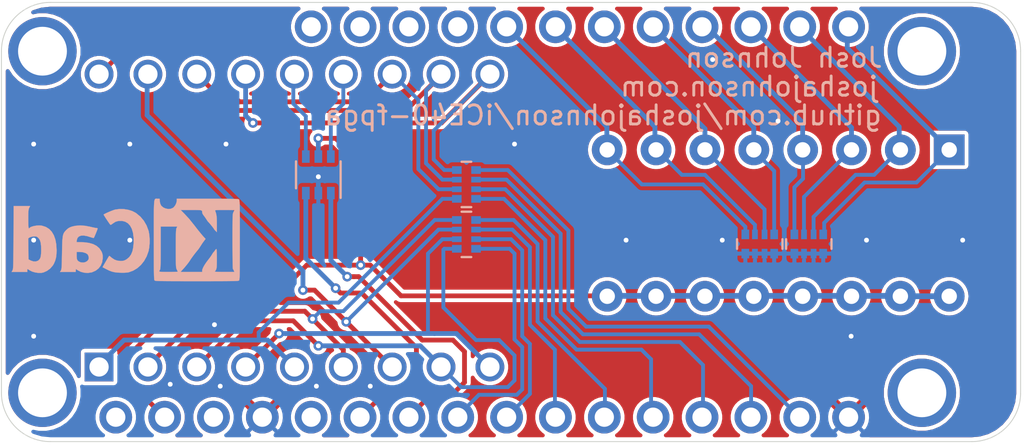
<source format=kicad_pcb>
(kicad_pcb (version 20171130) (host pcbnew "(5.1.2)-1")

  (general
    (thickness 1.6)
    (drawings 0)
    (tracks 273)
    (zones 0)
    (modules 10)
    (nets 31)
  )

  (page A4)
  (layers
    (0 F.Cu signal)
    (31 B.Cu signal)
    (32 B.Adhes user)
    (33 F.Adhes user)
    (34 B.Paste user)
    (35 F.Paste user)
    (36 B.SilkS user)
    (37 F.SilkS user)
    (38 B.Mask user)
    (39 F.Mask user)
    (40 Dwgs.User user)
    (41 Cmts.User user)
    (42 Eco1.User user)
    (43 Eco2.User user)
    (44 Edge.Cuts user)
    (45 Margin user)
    (46 B.CrtYd user)
    (47 F.CrtYd user)
    (48 B.Fab user hide)
    (49 F.Fab user hide)
  )

  (setup
    (last_trace_width 0.2)
    (trace_clearance 0.2)
    (zone_clearance 0.2)
    (zone_45_only no)
    (trace_min 0.15)
    (via_size 0.5)
    (via_drill 0.25)
    (via_min_size 0.5)
    (via_min_drill 0.25)
    (uvia_size 0.3)
    (uvia_drill 0.1)
    (uvias_allowed no)
    (uvia_min_size 0.2)
    (uvia_min_drill 0.1)
    (edge_width 0.05)
    (segment_width 0.2)
    (pcb_text_width 0.3)
    (pcb_text_size 1.5 1.5)
    (mod_edge_width 0.12)
    (mod_text_size 1 1)
    (mod_text_width 0.15)
    (pad_size 1.524 1.524)
    (pad_drill 0.762)
    (pad_to_mask_clearance 0.051)
    (solder_mask_min_width 0.25)
    (aux_axis_origin 0 0)
    (visible_elements 7FFFFFFF)
    (pcbplotparams
      (layerselection 0x010fc_ffffffff)
      (usegerberextensions false)
      (usegerberattributes false)
      (usegerberadvancedattributes false)
      (creategerberjobfile false)
      (excludeedgelayer true)
      (linewidth 0.100000)
      (plotframeref false)
      (viasonmask false)
      (mode 1)
      (useauxorigin false)
      (hpglpennumber 1)
      (hpglpenspeed 20)
      (hpglpendiameter 15.000000)
      (psnegative false)
      (psa4output false)
      (plotreference true)
      (plotvalue true)
      (plotinvisibletext false)
      (padsonsilk false)
      (subtractmaskfromsilk false)
      (outputformat 1)
      (mirror false)
      (drillshape 1)
      (scaleselection 1)
      (outputdirectory ""))
  )

  (net 0 "")
  (net 1 GND)
  (net 2 +3V3)
  (net 3 /DIP_7)
  (net 4 /DIP_8)
  (net 5 /DIP_6)
  (net 6 /DIP_5)
  (net 7 /DIP_1)
  (net 8 /DIP_2)
  (net 9 /DIP_4)
  (net 10 /DIP_3)
  (net 11 /SEG_A)
  (net 12 /SEG_C)
  (net 13 /SEG_B)
  (net 14 /SEG_D)
  (net 15 /SEG_DP)
  (net 16 /SEG_F)
  (net 17 /SEG_G)
  (net 18 /SEG_E)
  (net 19 "Net-(U1-Pad13)")
  (net 20 "Net-(U1-Pad14)")
  (net 21 /ANODE_1)
  (net 22 /ANODE_2)
  (net 23 "Net-(RN3-Pad4)")
  (net 24 "Net-(RN3-Pad2)")
  (net 25 "Net-(RN3-Pad3)")
  (net 26 "Net-(RN3-Pad1)")
  (net 27 "Net-(RN4-Pad4)")
  (net 28 "Net-(RN4-Pad2)")
  (net 29 "Net-(RN4-Pad3)")
  (net 30 "Net-(RN4-Pad1)")

  (net_class Default "This is the default net class."
    (clearance 0.2)
    (trace_width 0.2)
    (via_dia 0.5)
    (via_drill 0.25)
    (uvia_dia 0.3)
    (uvia_drill 0.1)
    (add_net +3V3)
    (add_net /ANODE_1)
    (add_net /ANODE_2)
    (add_net /DIP_1)
    (add_net /DIP_2)
    (add_net /DIP_3)
    (add_net /DIP_4)
    (add_net /DIP_5)
    (add_net /DIP_6)
    (add_net /DIP_7)
    (add_net /DIP_8)
    (add_net /SEG_A)
    (add_net /SEG_B)
    (add_net /SEG_C)
    (add_net /SEG_D)
    (add_net /SEG_DP)
    (add_net /SEG_E)
    (add_net /SEG_F)
    (add_net /SEG_G)
    (add_net GND)
    (add_net "Net-(RN3-Pad1)")
    (add_net "Net-(RN3-Pad2)")
    (add_net "Net-(RN3-Pad3)")
    (add_net "Net-(RN3-Pad4)")
    (add_net "Net-(RN4-Pad1)")
    (add_net "Net-(RN4-Pad2)")
    (add_net "Net-(RN4-Pad3)")
    (add_net "Net-(RN4-Pad4)")
    (add_net "Net-(U1-Pad13)")
    (add_net "Net-(U1-Pad14)")
  )

  (module josh-footprints:PCB_FeatherWing (layer F.Cu) (tedit 5D11F955) (tstamp 5D12079A)
    (at 70.818601 59.055001)
    (path /5D163790)
    (fp_text reference J1 (at 0 1) (layer F.Fab)
      (effects (font (size 0.6 0.6) (thickness 0.1)))
    )
    (fp_text value Feather (at 0 0 180) (layer F.Fab)
      (effects (font (size 0.6 0.5) (thickness 0.1)))
    )
    (fp_line (start 25.45842 -11.43) (end -22.4536 -11.43) (layer Edge.Cuts) (width 0.05))
    (fp_line (start 27.993132 8.938762) (end 27.9936 -8.89) (layer Edge.Cuts) (width 0.05))
    (fp_line (start -22.4536 11.43) (end 25.45334 11.43) (layer Edge.Cuts) (width 0.05))
    (fp_line (start -24.9936 -8.89) (end -24.9936 8.89) (layer Edge.Cuts) (width 0.05))
    (fp_arc (start 25.4536 -8.89) (end 25.4536 -11.43) (angle 90) (layer Edge.Cuts) (width 0.05))
    (fp_arc (start 25.4536 8.89) (end 25.4536 11.43) (angle -88.9) (layer Edge.Cuts) (width 0.05))
    (fp_arc (start -22.4536 8.89) (end -22.4536 11.43) (angle 90) (layer Edge.Cuts) (width 0.05))
    (fp_arc (start -22.4536 -8.89) (end -24.9936 -8.89) (angle 90) (layer Edge.Cuts) (width 0.05))
    (fp_text user %R (at 17.78 8.89 180) (layer Eco1.User)
      (effects (font (size 0.3 0.3) (thickness 0.03)))
    )
    (pad "" np_thru_hole circle (at 22.86 8.89) (size 3.556 3.556) (drill 2.54) (layers *.Cu *.Mask))
    (pad "" np_thru_hole circle (at -22.86 8.89) (size 3.556 3.556) (drill 2.54) (layers *.Cu *.Mask))
    (pad "" np_thru_hole circle (at 22.86 -8.89) (size 3.556 3.556) (drill 2.54) (layers *.Cu *.Mask))
    (pad "" np_thru_hole circle (at -22.86 -8.89) (size 3.556 3.556) (drill 2.54) (layers *.Cu *.Mask))
    (pad 17 thru_hole circle (at 19.05 -10.16) (size 1.7 1.7) (drill 1) (layers *.Cu *.Mask)
      (net 7 /DIP_1))
    (pad 18 thru_hole circle (at 16.51 -10.16) (size 1.7 1.7) (drill 1) (layers *.Cu *.Mask)
      (net 8 /DIP_2))
    (pad 19 thru_hole circle (at 13.97 -10.16) (size 1.7 1.7) (drill 1) (layers *.Cu *.Mask)
      (net 10 /DIP_3))
    (pad 20 thru_hole circle (at 11.43 -10.16) (size 1.7 1.7) (drill 1) (layers *.Cu *.Mask)
      (net 9 /DIP_4))
    (pad 21 thru_hole circle (at 8.89 -10.16) (size 1.7 1.7) (drill 1) (layers *.Cu *.Mask)
      (net 6 /DIP_5))
    (pad 22 thru_hole circle (at 6.35 -10.16) (size 1.7 1.7) (drill 1) (layers *.Cu *.Mask)
      (net 5 /DIP_6))
    (pad 23 thru_hole circle (at 3.81 -10.16) (size 1.7 1.7) (drill 1) (layers *.Cu *.Mask)
      (net 3 /DIP_7))
    (pad 24 thru_hole circle (at 1.27 -10.16) (size 1.7 1.7) (drill 1) (layers *.Cu *.Mask)
      (net 4 /DIP_8))
    (pad 25 thru_hole circle (at -1.27 -10.16) (size 1.7 1.7) (drill 1) (layers *.Cu *.Mask))
    (pad 26 thru_hole circle (at -3.81 -10.16) (size 1.7 1.7) (drill 1) (layers *.Cu *.Mask))
    (pad 27 thru_hole circle (at -6.35 -10.16) (size 1.7 1.7) (drill 1) (layers *.Cu *.Mask))
    (pad 28 thru_hole circle (at -8.89 -10.16) (size 1.7 1.7) (drill 1) (layers *.Cu *.Mask))
    (pad 16 thru_hole circle (at 19.05 10.16) (size 1.7 1.7) (drill 1) (layers *.Cu *.Mask)
      (net 1 GND))
    (pad 1 thru_hole circle (at -19.05 10.16) (size 1.7 1.7) (drill 1) (layers *.Cu *.Mask))
    (pad 15 thru_hole circle (at 16.51 10.16) (size 1.7 1.7) (drill 1) (layers *.Cu *.Mask)
      (net 18 /SEG_E))
    (pad 14 thru_hole circle (at 13.97 10.16) (size 1.7 1.7) (drill 1) (layers *.Cu *.Mask)
      (net 16 /SEG_F))
    (pad 13 thru_hole circle (at 11.43 10.16) (size 1.7 1.7) (drill 1) (layers *.Cu *.Mask)
      (net 17 /SEG_G))
    (pad 12 thru_hole circle (at 8.89 10.16) (size 1.7 1.7) (drill 1) (layers *.Cu *.Mask)
      (net 15 /SEG_DP))
    (pad 11 thru_hole circle (at 6.35 10.16) (size 1.7 1.7) (drill 1) (layers *.Cu *.Mask)
      (net 11 /SEG_A))
    (pad 10 thru_hole circle (at 3.81 10.16) (size 1.7 1.7) (drill 1) (layers *.Cu *.Mask)
      (net 13 /SEG_B))
    (pad 9 thru_hole circle (at 1.27 10.16) (size 1.7 1.7) (drill 1) (layers *.Cu *.Mask)
      (net 12 /SEG_C))
    (pad 8 thru_hole circle (at -1.27 10.16) (size 1.7 1.7) (drill 1) (layers *.Cu *.Mask)
      (net 14 /SEG_D))
    (pad 7 thru_hole circle (at -3.81 10.16) (size 1.7 1.7) (drill 1) (layers *.Cu *.Mask)
      (net 21 /ANODE_1))
    (pad 6 thru_hole circle (at -6.35 10.16) (size 1.7 1.7) (drill 1) (layers *.Cu *.Mask)
      (net 22 /ANODE_2))
    (pad 5 thru_hole circle (at -8.89 10.16) (size 1.7 1.7) (drill 1) (layers *.Cu *.Mask))
    (pad 4 thru_hole circle (at -11.43 10.16) (size 1.7 1.7) (drill 1) (layers *.Cu *.Mask)
      (net 1 GND))
    (pad 3 thru_hole circle (at -13.97 10.16) (size 1.7 1.7) (drill 1) (layers *.Cu *.Mask))
    (pad 2 thru_hole circle (at -16.51 10.16) (size 1.7 1.7) (drill 1) (layers *.Cu *.Mask)
      (net 2 +3V3))
  )

  (module josh-footprints:JoshDetails (layer B.Cu) (tedit 5C29628D) (tstamp 5D1318F7)
    (at 86.7 51.5 180)
    (fp_text reference REF** (at 0 5.6) (layer B.Fab)
      (effects (font (size 1 1) (thickness 0.15)) (justify mirror))
    )
    (fp_text value "Josh Details" (at 0 6.6) (layer B.Fab)
      (effects (font (size 1 1) (thickness 0.15)) (justify mirror))
    )
    (fp_text user github.com/joshajohnson/iCE40-fpga (at 9.6 -2) (layer B.SilkS)
      (effects (font (size 1 1) (thickness 0.15)) (justify mirror))
    )
    (fp_text user joshajohnson.com (at 2 -0.5) (layer B.SilkS)
      (effects (font (size 1 1) (thickness 0.15)) (justify mirror))
    )
    (fp_text user "Josh Johnson" (at 0.2 1 180) (layer B.SilkS)
      (effects (font (size 1 1) (thickness 0.15)) (justify mirror))
    )
  )

  (module Symbol:Symbol_KiCAD-Logo_CopperAndSilkScreenTop (layer B.Cu) (tedit 0) (tstamp 5D121044)
    (at 52.3 59.8 180)
    (descr "Symbol, KiCAD-Logo, Silk & Copper Top,")
    (tags "Symbol, KiCAD-Logo, Silk & Copper Top,")
    (attr virtual)
    (fp_text reference REF** (at 0 0) (layer B.SilkS) hide
      (effects (font (size 1.524 1.524) (thickness 0.3)) (justify mirror))
    )
    (fp_text value "KiCAD Logo" (at 0.75 0) (layer B.SilkS) hide
      (effects (font (size 1.524 1.524) (thickness 0.3)) (justify mirror))
    )
    (fp_poly (pts (xy 5.847464 -0.05715) (xy 5.849006 -0.387052) (xy 5.850566 -0.669981) (xy 5.852261 -0.909761)
      (xy 5.854208 -1.110219) (xy 5.856523 -1.275181) (xy 5.859322 -1.408472) (xy 5.862724 -1.513918)
      (xy 5.866844 -1.595345) (xy 5.871799 -1.65658) (xy 5.877707 -1.701447) (xy 5.884683 -1.733774)
      (xy 5.892845 -1.757385) (xy 5.899802 -1.77165) (xy 5.944904 -1.8542) (xy 5.1308 -1.8542)
      (xy 5.1308 -1.778) (xy 5.127441 -1.724452) (xy 5.119351 -1.701804) (xy 5.119227 -1.7018)
      (xy 5.093109 -1.714784) (xy 5.040726 -1.747537) (xy 5.013903 -1.765421) (xy 4.881603 -1.832647)
      (xy 4.721937 -1.879589) (xy 4.553022 -1.903338) (xy 4.392977 -1.900984) (xy 4.2926 -1.881247)
      (xy 4.108538 -1.799939) (xy 3.94341 -1.6782) (xy 3.808517 -1.52551) (xy 3.747155 -1.423694)
      (xy 3.679731 -1.266029) (xy 3.635855 -1.099951) (xy 3.612714 -0.911403) (xy 3.607241 -0.724913)
      (xy 3.608002 -0.7112) (xy 4.408136 -0.7112) (xy 4.412634 -0.886895) (xy 4.426249 -1.020414)
      (xy 4.451477 -1.119949) (xy 4.490812 -1.193691) (xy 4.546751 -1.249831) (xy 4.579016 -1.27217)
      (xy 4.685421 -1.310164) (xy 4.811144 -1.307176) (xy 4.946203 -1.263728) (xy 4.970499 -1.251773)
      (xy 5.0673 -1.201557) (xy 5.074142 -0.652487) (xy 5.080985 -0.103416) (xy 5.013891 -0.059454)
      (xy 4.95036 -0.032707) (xy 4.860668 -0.012044) (xy 4.802633 -0.005065) (xy 4.714255 -0.00197)
      (xy 4.655291 -0.012095) (xy 4.604985 -0.040683) (xy 4.578927 -0.061568) (xy 4.511583 -0.135167)
      (xy 4.462664 -0.230737) (xy 4.430341 -0.355234) (xy 4.412787 -0.515611) (xy 4.408136 -0.7112)
      (xy 3.608002 -0.7112) (xy 3.623675 -0.428965) (xy 3.671542 -0.169134) (xy 3.750171 0.053491)
      (xy 3.858889 0.23782) (xy 3.997025 0.382763) (xy 4.163906 0.487232) (xy 4.35886 0.550136)
      (xy 4.39817 0.557165) (xy 4.513703 0.565425) (xy 4.641063 0.558571) (xy 4.767661 0.539148)
      (xy 4.880912 0.509701) (xy 4.968228 0.472775) (xy 5.016262 0.432185) (xy 5.037127 0.407718)
      (xy 5.05317 0.412808) (xy 5.064925 0.451343) (xy 5.072924 0.527212) (xy 5.077702 0.644299)
      (xy 5.079793 0.806494) (xy 5.08 0.89633) (xy 5.079477 1.070427) (xy 5.077469 1.201783)
      (xy 5.073311 1.29845) (xy 5.066343 1.368481) (xy 5.055901 1.419927) (xy 5.041322 1.460842)
      (xy 5.031938 1.48053) (xy 4.983876 1.5748) (xy 5.840228 1.5748) (xy 5.847464 -0.05715)) (layer B.SilkS) (width 0.01))
    (fp_poly (pts (xy 2.62762 0.547641) (xy 2.803576 0.507736) (xy 2.922513 0.463105) (xy 3.015098 0.407222)
      (xy 3.097779 0.33364) (xy 3.150917 0.278812) (xy 3.194396 0.227171) (xy 3.229291 0.173008)
      (xy 3.256676 0.110613) (xy 3.277624 0.034277) (xy 3.293209 -0.06171) (xy 3.304504 -0.183058)
      (xy 3.312585 -0.335475) (xy 3.318523 -0.52467) (xy 3.323394 -0.756355) (xy 3.325549 -0.877477)
      (xy 3.329807 -1.109434) (xy 3.33393 -1.296051) (xy 3.338276 -1.442785) (xy 3.343203 -1.555095)
      (xy 3.349068 -1.638437) (xy 3.356231 -1.698269) (xy 3.365049 -1.740049) (xy 3.37588 -1.769234)
      (xy 3.385135 -1.785527) (xy 3.430171 -1.8542) (xy 2.619418 -1.8542) (xy 2.6035 -1.700698)
      (xy 2.504102 -1.768483) (xy 2.347946 -1.847254) (xy 2.167092 -1.893178) (xy 1.977295 -1.904137)
      (xy 1.794309 -1.878011) (xy 1.760834 -1.868436) (xy 1.574429 -1.786112) (xy 1.42352 -1.668585)
      (xy 1.310652 -1.519321) (xy 1.238375 -1.341786) (xy 1.209235 -1.139443) (xy 1.208788 -1.1176)
      (xy 1.209452 -1.088545) (xy 1.937707 -1.088545) (xy 1.941963 -1.177884) (xy 1.95209 -1.208502)
      (xy 2.014779 -1.289089) (xy 2.109723 -1.343481) (xy 2.223327 -1.367352) (xy 2.341996 -1.356378)
      (xy 2.379596 -1.344508) (xy 2.466783 -1.302968) (xy 2.522424 -1.250366) (xy 2.552894 -1.17528)
      (xy 2.564566 -1.066289) (xy 2.5654 -1.011572) (xy 2.5654 -0.8128) (xy 2.399484 -0.8128)
      (xy 2.235747 -0.827824) (xy 2.097128 -0.870733) (xy 2.001676 -0.931555) (xy 1.959069 -0.998298)
      (xy 1.937707 -1.088545) (xy 1.209452 -1.088545) (xy 1.211403 -1.003273) (xy 1.225051 -0.915974)
      (xy 1.25455 -0.832311) (xy 1.277882 -0.782215) (xy 1.382223 -0.625636) (xy 1.526604 -0.499758)
      (xy 1.710369 -0.404878) (xy 1.932862 -0.341291) (xy 2.193426 -0.309295) (xy 2.333794 -0.305241)
      (xy 2.572088 -0.3048) (xy 2.558196 -0.201228) (xy 2.522262 -0.08796) (xy 2.450344 -0.009507)
      (xy 2.343724 0.033837) (xy 2.203687 0.041777) (xy 2.031516 0.01402) (xy 1.854509 -0.040144)
      (xy 1.770051 -0.067413) (xy 1.705058 -0.082373) (xy 1.673195 -0.081908) (xy 1.672862 -0.081589)
      (xy 1.655276 -0.049872) (xy 1.62518 0.016088) (xy 1.587902 0.103255) (xy 1.548773 0.198596)
      (xy 1.513122 0.289075) (xy 1.48628 0.36166) (xy 1.473575 0.403315) (xy 1.4732 0.406698)
      (xy 1.49499 0.425383) (xy 1.538447 0.4318) (xy 1.590031 0.437963) (xy 1.67685 0.454576)
      (xy 1.785103 0.478825) (xy 1.862297 0.497827) (xy 2.128096 0.54864) (xy 2.386776 0.565282)
      (xy 2.62762 0.547641)) (layer B.SilkS) (width 0.01))
    (fp_poly (pts (xy 0.544676 1.393659) (xy 0.585911 1.383857) (xy 0.656879 1.361171) (xy 0.752173 1.325037)
      (xy 0.859521 1.280813) (xy 0.966653 1.233853) (xy 1.061298 1.189513) (xy 1.131185 1.153149)
      (xy 1.162064 1.132402) (xy 1.152374 1.109418) (xy 1.120036 1.054492) (xy 1.071464 0.977349)
      (xy 1.013074 0.887712) (xy 0.951281 0.795305) (xy 0.892502 0.709849) (xy 0.843152 0.64107)
      (xy 0.810677 0.599841) (xy 0.782236 0.602376) (xy 0.730081 0.632665) (xy 0.686407 0.666688)
      (xy 0.541298 0.758774) (xy 0.376487 0.804441) (xy 0.218098 0.805716) (xy 0.047398 0.765098)
      (xy -0.096741 0.681873) (xy -0.213755 0.557075) (xy -0.303081 0.39174) (xy -0.364157 0.186903)
      (xy -0.396419 -0.056401) (xy -0.399574 -0.3302) (xy -0.378133 -0.577826) (xy -0.333016 -0.783741)
      (xy -0.26237 -0.952105) (xy -0.164343 -1.08708) (xy -0.037083 -1.192826) (xy -0.007421 -1.211151)
      (xy 0.069773 -1.251415) (xy 0.141238 -1.272876) (xy 0.229027 -1.280676) (xy 0.2921 -1.281009)
      (xy 0.451817 -1.265354) (xy 0.590547 -1.217392) (xy 0.724625 -1.130613) (xy 0.774846 -1.088663)
      (xy 0.829092 -1.044162) (xy 0.865414 -1.020225) (xy 0.873055 -1.018969) (xy 0.895216 -1.052288)
      (xy 0.934498 -1.116333) (xy 0.98523 -1.201348) (xy 1.041743 -1.297575) (xy 1.098366 -1.395257)
      (xy 1.149431 -1.484636) (xy 1.189265 -1.555956) (xy 1.212201 -1.59946) (xy 1.215453 -1.60818)
      (xy 1.190218 -1.621554) (xy 1.132344 -1.652253) (xy 1.054062 -1.693786) (xy 1.049457 -1.69623)
      (xy 0.887147 -1.776612) (xy 0.744212 -1.831928) (xy 0.602272 -1.866986) (xy 0.442947 -1.886593)
      (xy 0.2921 -1.89434) (xy 0.099285 -1.895569) (xy -0.05275 -1.886113) (xy -0.143564 -1.870565)
      (xy -0.375799 -1.785718) (xy -0.588841 -1.656718) (xy -0.778634 -1.487906) (xy -0.941122 -1.283623)
      (xy -1.072248 -1.048209) (xy -1.167956 -0.786005) (xy -1.172452 -0.769632) (xy -1.20875 -0.583026)
      (xy -1.227655 -0.36892) (xy -1.229177 -0.145257) (xy -1.213331 0.070018) (xy -1.180128 0.25896)
      (xy -1.171703 0.290956) (xy -1.069939 0.564565) (xy -0.927268 0.810532) (xy -0.746196 1.025347)
      (xy -0.52923 1.205505) (xy -0.508 1.219918) (xy -0.330356 1.312496) (xy -0.122302 1.378252)
      (xy 0.102198 1.415093) (xy 0.329178 1.420927) (xy 0.544676 1.393659)) (layer B.SilkS) (width 0.01))
    (fp_poly (pts (xy -2.044059 2.27404) (xy -1.926455 2.207605) (xy -1.832977 2.104955) (xy -1.789188 2.018876)
      (xy -1.758578 1.880386) (xy -1.767679 1.742409) (xy -1.815027 1.620916) (xy -1.827412 1.60215)
      (xy -1.917851 1.514592) (xy -2.036729 1.454447) (xy -2.169667 1.424582) (xy -2.302287 1.427866)
      (xy -2.42021 1.467168) (xy -2.440994 1.479756) (xy -2.523263 1.558606) (xy -2.591086 1.66723)
      (xy -2.633253 1.784705) (xy -2.6416 1.854201) (xy -2.622326 1.963425) (xy -2.57181 2.07789)
      (xy -2.501018 2.176842) (xy -2.445358 2.225705) (xy -2.313139 2.286124) (xy -2.176163 2.301224)
      (xy -2.044059 2.27404)) (layer B.Mask) (width 0.01))
    (fp_poly (pts (xy -1.8034 -0.592045) (xy -1.803179 -0.863528) (xy -1.802417 -1.088618) (xy -1.800974 -1.271721)
      (xy -1.798706 -1.41724) (xy -1.795469 -1.529583) (xy -1.791122 -1.613155) (xy -1.78552 -1.672359)
      (xy -1.778522 -1.711603) (xy -1.769984 -1.735292) (xy -1.766108 -1.741395) (xy -1.739822 -1.778943)
      (xy -1.729109 -1.807085) (xy -1.73929 -1.827174) (xy -1.775688 -1.840563) (xy -1.843624 -1.848605)
      (xy -1.948422 -1.852653) (xy -2.095402 -1.85406) (xy -2.2098 -1.8542) (xy -2.360082 -1.853515)
      (xy -2.491273 -1.851608) (xy -2.595573 -1.848702) (xy -2.665181 -1.845017) (xy -2.692295 -1.840776)
      (xy -2.6924 -1.840488) (xy -2.681845 -1.811454) (xy -2.655274 -1.754509) (xy -2.6416 -1.7272)
      (xy -2.628734 -1.69976) (xy -2.618241 -1.669394) (xy -2.60988 -1.63092) (xy -2.603409 -1.579155)
      (xy -2.598589 -1.508918) (xy -2.595178 -1.415027) (xy -2.592935 -1.292301) (xy -2.591619 -1.135559)
      (xy -2.59099 -0.939617) (xy -2.590805 -0.699296) (xy -2.5908 -0.63475) (xy -2.591053 -0.377269)
      (xy -2.591929 -0.165749) (xy -2.593604 0.004649) (xy -2.596252 0.138762) (xy -2.60005 0.241429)
      (xy -2.605173 0.317487) (xy -2.611797 0.371774) (xy -2.620097 0.409128) (xy -2.629553 0.433062)
      (xy -2.668305 0.508) (xy -1.8034 0.508) (xy -1.8034 -0.592045)) (layer B.Mask) (width 0.01))
    (fp_poly (pts (xy -3.386253 1.3716) (xy -2.840941 1.3716) (xy -3.039721 1.170213) (xy -3.369429 0.807309)
      (xy -3.583849 0.533185) (xy -3.662297 0.4296) (xy -3.756856 0.309471) (xy -3.85695 0.185798)
      (xy -3.952002 0.071581) (xy -4.031434 -0.020181) (xy -4.056532 -0.04776) (xy -4.137964 -0.135212)
      (xy -4.068006 -0.226356) (xy -3.932564 -0.415604) (xy -3.845022 -0.55505) (xy -3.790152 -0.637286)
      (xy -3.728876 -0.716612) (xy -3.723727 -0.722607) (xy -3.654778 -0.805581) (xy -3.574253 -0.908137)
      (xy -3.491058 -1.018288) (xy -3.414098 -1.124047) (xy -3.352281 -1.213425) (xy -3.316624 -1.270547)
      (xy -3.281543 -1.323596) (xy -3.223014 -1.402062) (xy -3.15118 -1.493252) (xy -3.076185 -1.584472)
      (xy -3.008172 -1.663032) (xy -2.9718 -1.70202) (xy -2.947911 -1.728081) (xy -2.905637 -1.775406)
      (xy -2.897523 -1.78457) (xy -2.835945 -1.8542) (xy -3.9624 -1.8542) (xy -3.9624 -1.775923)
      (xy -3.979163 -1.699395) (xy -4.026393 -1.594149) (xy -4.099507 -1.468239) (xy -4.193919 -1.329716)
      (xy -4.281458 -1.215533) (xy -4.352732 -1.123313) (xy -4.418053 -1.032269) (xy -4.465223 -0.959535)
      (xy -4.471329 -0.948833) (xy -4.511371 -0.882434) (xy -4.546658 -0.834284) (xy -4.555301 -0.8255)
      (xy -4.589862 -0.786816) (xy -4.630085 -0.73025) (xy -4.667774 -0.682093) (xy -4.698285 -0.660487)
      (xy -4.699586 -0.6604) (xy -4.708462 -0.685091) (xy -4.715582 -0.756381) (xy -4.720736 -0.870092)
      (xy -4.723717 -1.022044) (xy -4.7244 -1.156961) (xy -4.723716 -1.336263) (xy -4.721305 -1.47227)
      (xy -4.716625 -1.572475) (xy -4.709137 -1.644369) (xy -4.698302 -1.695443) (xy -4.683579 -1.733188)
      (xy -4.682756 -1.734811) (xy -4.647283 -1.794491) (xy -4.615777 -1.832618) (xy -4.612906 -1.834761)
      (xy -4.628403 -1.840323) (xy -4.687753 -1.845262) (xy -4.784014 -1.849312) (xy -4.910241 -1.852207)
      (xy -5.059489 -1.853682) (xy -5.111206 -1.853811) (xy -5.637711 -1.8542) (xy -5.608032 -1.78435)
      (xy -5.579859 -1.725758) (xy -5.557776 -1.69037) (xy -5.553943 -1.661142) (xy -5.550343 -1.585781)
      (xy -5.547041 -1.468951) (xy -5.544104 -1.315317) (xy -5.541601 -1.129546) (xy -5.539596 -0.916302)
      (xy -5.538158 -0.680251) (xy -5.537353 -0.426059) (xy -5.537201 -0.25429) (xy -5.537259 0.049689)
      (xy -5.53753 0.307088) (xy -5.538154 0.522126) (xy -5.539274 0.699022) (xy -5.541031 0.841996)
      (xy -5.543567 0.955267) (xy -5.547024 1.043055) (xy -5.551543 1.109579) (xy -5.557267 1.159059)
      (xy -5.564338 1.195714) (xy -5.572896 1.223763) (xy -5.583084 1.247426) (xy -5.588001 1.257301)
      (xy -5.618756 1.319131) (xy -5.63681 1.35834) (xy -5.638801 1.364271) (xy -5.614665 1.366493)
      (xy -5.547312 1.368444) (xy -5.444328 1.370016) (xy -5.313294 1.371099) (xy -5.161795 1.371585)
      (xy -5.128083 1.3716) (xy -4.95494 1.371336) (xy -4.826371 1.370169) (xy -4.736154 1.367536)
      (xy -4.678063 1.362877) (xy -4.645876 1.355628) (xy -4.633368 1.345228) (xy -4.634314 1.331115)
      (xy -4.635836 1.32715) (xy -4.669195 1.238327) (xy -4.693261 1.149819) (xy -4.70942 1.050859)
      (xy -4.719058 0.930679) (xy -4.72356 0.778512) (xy -4.7244 0.638912) (xy -4.724401 0.219096)
      (xy -4.648201 0.2921) (xy -4.600587 0.342443) (xy -4.574006 0.379722) (xy -4.572 0.386517)
      (xy -4.556863 0.41245) (xy -4.517372 0.465872) (xy -4.462412 0.535855) (xy -4.400868 0.611471)
      (xy -4.341623 0.681791) (xy -4.293561 0.735886) (xy -4.266761 0.762) (xy -4.244439 0.789266)
      (xy -4.206064 0.84537) (xy -4.178198 0.889) (xy -4.119995 0.976702) (xy -4.057049 1.063302)
      (xy -4.034701 1.091638) (xy -3.989987 1.158264) (xy -3.964592 1.219357) (xy -3.9624 1.23561)
      (xy -3.961878 1.279323) (xy -3.956209 1.312498) (xy -3.939238 1.336588) (xy -3.904811 1.353045)
      (xy -3.846774 1.363323) (xy -3.758972 1.368873) (xy -3.63525 1.371149) (xy -3.469455 1.371604)
      (xy -3.386253 1.3716)) (layer B.Mask) (width 0.01))
    (fp_poly (pts (xy -1.548637 1.957301) (xy -1.526845 1.950024) (xy -1.508414 1.93358) (xy -1.493065 1.904803)
      (xy -1.480519 1.860526) (xy -1.470495 1.797582) (xy -1.462717 1.712806) (xy -1.456904 1.603029)
      (xy -1.452777 1.465086) (xy -1.450057 1.295809) (xy -1.448465 1.092032) (xy -1.447723 0.850589)
      (xy -1.44755 0.568313) (xy -1.447668 0.242036) (xy -1.447797 -0.131407) (xy -1.4478 -0.1905)
      (xy -1.447878 -0.565884) (xy -1.448151 -0.893711) (xy -1.448682 -1.177221) (xy -1.449531 -1.419658)
      (xy -1.45076 -1.624261) (xy -1.452431 -1.794274) (xy -1.454605 -1.932939) (xy -1.457343 -2.043496)
      (xy -1.460708 -2.129188) (xy -1.464759 -2.193257) (xy -1.469559 -2.238944) (xy -1.475169 -2.269492)
      (xy -1.481651 -2.288141) (xy -1.487715 -2.296885) (xy -1.498791 -2.303992) (xy -1.518999 -2.310213)
      (xy -1.55151 -2.315606) (xy -1.599497 -2.320229) (xy -1.666133 -2.32414) (xy -1.75459 -2.327396)
      (xy -1.86804 -2.330056) (xy -2.009656 -2.332175) (xy -2.18261 -2.333813) (xy -2.390076 -2.335028)
      (xy -2.635224 -2.335876) (xy -2.921229 -2.336415) (xy -3.251261 -2.336703) (xy -3.628495 -2.336798)
      (xy -3.683001 -2.3368) (xy -4.066824 -2.336726) (xy -4.40302 -2.336467) (xy -4.694761 -2.335965)
      (xy -4.945219 -2.335162) (xy -5.157568 -2.334) (xy -5.334979 -2.332422) (xy -5.480625 -2.330371)
      (xy -5.597678 -2.327787) (xy -5.689312 -2.324615) (xy -5.758697 -2.320795) (xy -5.809008 -2.316271)
      (xy -5.843416 -2.310985) (xy -5.865093 -2.304879) (xy -5.877213 -2.297895) (xy -5.878286 -2.296885)
      (xy -5.885535 -2.285627) (xy -5.891862 -2.265152) (xy -5.897328 -2.232219) (xy -5.901994 -2.183586)
      (xy -5.905922 -2.116011) (xy -5.909174 -2.026252) (xy -5.91181 -1.911068) (xy -5.913893 -1.767217)
      (xy -5.915483 -1.591456) (xy -5.916642 -1.380544) (xy -5.917432 -1.131239) (xy -5.917914 -0.8403)
      (xy -5.918149 -0.504484) (xy -5.9182 -0.1905) (xy -5.918123 0.184885) (xy -5.91785 0.512712)
      (xy -5.917319 0.796222) (xy -5.91647 1.038659) (xy -5.915241 1.243262) (xy -5.914052 1.364271)
      (xy -5.638801 1.364271) (xy -5.628363 1.339362) (xy -5.602056 1.285156) (xy -5.588001 1.257301)
      (xy -5.577068 1.234226) (xy -5.567826 1.20858) (xy -5.560133 1.176141) (xy -5.553848 1.132692)
      (xy -5.548828 1.074012) (xy -5.544932 0.995883) (xy -5.542017 0.894083) (xy -5.539943 0.764395)
      (xy -5.538566 0.602599) (xy -5.537746 0.404475) (xy -5.537341 0.165803) (xy -5.537209 -0.117635)
      (xy -5.537201 -0.25429) (xy -5.537561 -0.517726) (xy -5.538598 -0.766037) (xy -5.540244 -0.994556)
      (xy -5.542432 -1.198618) (xy -5.545097 -1.373558) (xy -5.54817 -1.514711) (xy -5.551585 -1.61741)
      (xy -5.555276 -1.676991) (xy -5.557776 -1.69037) (xy -5.5822 -1.730136) (xy -5.608032 -1.78435)
      (xy -5.637711 -1.8542) (xy -5.111206 -1.853811) (xy -4.956033 -1.852849) (xy -4.82165 -1.850381)
      (xy -4.715001 -1.846674) (xy -4.64303 -1.841992) (xy -4.612681 -1.8366) (xy -4.612906 -1.834761)
      (xy -4.642855 -1.800826) (xy -4.678668 -1.742626) (xy -4.682756 -1.734811) (xy -4.697682 -1.697521)
      (xy -4.708693 -1.647267) (xy -4.716331 -1.576556) (xy -4.721134 -1.477898) (xy -4.723644 -1.3438)
      (xy -4.724399 -1.166772) (xy -4.7244 -1.156961) (xy -4.723167 -0.979347) (xy -4.719604 -0.836876)
      (xy -4.713922 -0.733727) (xy -4.706328 -0.674078) (xy -4.699586 -0.6604) (xy -4.670086 -0.67977)
      (xy -4.632359 -0.726744) (xy -4.630085 -0.73025) (xy -4.589507 -0.787268) (xy -4.555301 -0.8255)
      (xy -4.524853 -0.862632) (xy -4.484917 -0.924966) (xy -4.471329 -0.948833) (xy -4.42918 -1.01593)
      (xy -4.366473 -1.10472) (xy -4.295408 -1.198064) (xy -4.281458 -1.215533) (xy -4.173339 -1.358344)
      (xy -4.082862 -1.494967) (xy -4.014611 -1.617349) (xy -3.973169 -1.71744) (xy -3.9624 -1.775923)
      (xy -3.9624 -1.8542) (xy -2.835945 -1.8542) (xy -2.848071 -1.840488) (xy -2.6924 -1.840488)
      (xy -2.668301 -1.844757) (xy -2.601204 -1.848485) (xy -2.498911 -1.851448) (xy -2.369222 -1.853426)
      (xy -2.219939 -1.854196) (xy -2.2098 -1.8542) (xy -2.033033 -1.853408) (xy -1.901899 -1.850806)
      (xy -1.811253 -1.846056) (xy -1.75595 -1.838818) (xy -1.730844 -1.828752) (xy -1.728008 -1.82245)
      (xy -1.742962 -1.778554) (xy -1.766108 -1.741395) (xy -1.775302 -1.722692) (xy -1.782898 -1.690195)
      (xy -1.789041 -1.639498) (xy -1.793873 -1.566196) (xy -1.797536 -1.465883) (xy -1.800174 -1.334154)
      (xy -1.80193 -1.166604) (xy -1.802947 -0.958827) (xy -1.803367 -0.706418) (xy -1.8034 -0.592045)
      (xy -1.8034 0.508) (xy -2.668305 0.508) (xy -2.629553 0.433062) (xy -2.619522 0.407185)
      (xy -2.611333 0.368908) (xy -2.604808 0.313393) (xy -2.599774 0.235803) (xy -2.596053 0.1313)
      (xy -2.593471 -0.004954) (xy -2.591852 -0.177797) (xy -2.591021 -0.392067) (xy -2.5908 -0.63475)
      (xy -2.590914 -0.88644) (xy -2.591415 -1.092511) (xy -2.592545 -1.258147) (xy -2.594545 -1.388527)
      (xy -2.597655 -1.488835) (xy -2.602117 -1.564251) (xy -2.608171 -1.619957) (xy -2.616059 -1.661135)
      (xy -2.626021 -1.692967) (xy -2.638299 -1.720635) (xy -2.6416 -1.7272) (xy -2.67251 -1.790636)
      (xy -2.69052 -1.83311) (xy -2.6924 -1.840488) (xy -2.848071 -1.840488) (xy -2.897523 -1.78457)
      (xy -2.941445 -1.735266) (xy -2.969627 -1.70429) (xy -2.9718 -1.70202) (xy -3.029555 -1.638905)
      (xy -3.101037 -1.554689) (xy -3.176103 -1.462065) (xy -3.244609 -1.373725) (xy -3.296412 -1.302361)
      (xy -3.316624 -1.270547) (xy -3.356845 -1.206584) (xy -3.420338 -1.115299) (xy -3.498196 -1.00868)
      (xy -3.581513 -0.898715) (xy -3.661383 -0.79739) (xy -3.723727 -0.722607) (xy -3.784171 -0.645548)
      (xy -3.840841 -0.561943) (xy -3.845022 -0.55505) (xy -3.972363 -0.356936) (xy -4.068006 -0.226356)
      (xy -4.137964 -0.135212) (xy -4.056532 -0.04776) (xy -3.98634 0.031339) (xy -3.896285 0.138108)
      (xy -3.796943 0.259549) (xy -3.698893 0.382661) (xy -3.612711 0.494445) (xy -3.583849 0.533185)
      (xy -3.279059 0.913108) (xy -3.039721 1.170213) (xy -2.840941 1.3716) (xy -3.386253 1.3716)
      (xy -3.57145 1.371477) (xy -3.712002 1.370139) (xy -3.814063 1.366133) (xy -3.883788 1.358007)
      (xy -3.927331 1.344309) (xy -3.950847 1.323584) (xy -3.960489 1.294382) (xy -3.962414 1.255249)
      (xy -3.9624 1.23561) (xy -3.977988 1.182158) (xy -4.017059 1.114879) (xy -4.034701 1.091638)
      (xy -4.093348 1.014332) (xy -4.15611 0.923414) (xy -4.178198 0.889) (xy -4.221448 0.822236)
      (xy -4.255088 0.775069) (xy -4.266761 0.762) (xy -4.296555 0.732661) (xy -4.345755 0.676982)
      (xy -4.405478 0.605892) (xy -4.466838 0.530319) (xy -4.520953 0.461192) (xy -4.558937 0.409439)
      (xy -4.572 0.386517) (xy -4.588818 0.357026) (xy -4.630854 0.309283) (xy -4.648201 0.2921)
      (xy -4.724401 0.219096) (xy -4.7244 0.638912) (xy -4.722807 0.821698) (xy -4.717105 0.964524)
      (xy -4.705907 1.07816) (xy -4.687828 1.173371) (xy -4.661482 1.260925) (xy -4.635836 1.32715)
      (xy -4.632606 1.342229) (xy -4.641351 1.353462) (xy -4.668295 1.361409) (xy -4.719662 1.366633)
      (xy -4.801676 1.369697) (xy -4.920561 1.371162) (xy -5.08254 1.37159) (xy -5.128083 1.3716)
      (xy -5.282917 1.371254) (xy -5.418878 1.370288) (xy -5.528383 1.36881) (xy -5.603849 1.366929)
      (xy -5.637692 1.364755) (xy -5.638801 1.364271) (xy -5.914052 1.364271) (xy -5.91357 1.413275)
      (xy -5.911396 1.55194) (xy -5.908658 1.662497) (xy -5.905293 1.748189) (xy -5.901242 1.812258)
      (xy -5.896442 1.857945) (xy -5.890832 1.888493) (xy -5.88435 1.907142) (xy -5.878286 1.915886)
      (xy -5.865822 1.924066) (xy -5.843563 1.931062) (xy -5.807809 1.936966) (xy -5.754859 1.941867)
      (xy -5.681012 1.945856) (xy -5.582569 1.949022) (xy -5.455827 1.951456) (xy -5.297087 1.953248)
      (xy -5.102647 1.954489) (xy -4.868807 1.955267) (xy -4.591865 1.955674) (xy -4.268122 1.9558)
      (xy -2.6416 1.9558) (xy -2.6416 1.859582) (xy -2.621521 1.743665) (xy -2.568475 1.625)
      (xy -2.493246 1.524009) (xy -2.440994 1.479756) (xy -2.327454 1.43263) (xy -2.1965 1.422364)
      (xy -2.062372 1.446082) (xy -1.93931 1.500911) (xy -1.841552 1.583977) (xy -1.8262 1.603853)
      (xy -1.779194 1.704572) (xy -1.757561 1.820123) (xy -1.74631 1.955801) (xy -1.63697 1.9558)
      (xy -1.60342 1.957023) (xy -1.574069 1.958579) (xy -1.548637 1.957301)) (layer B.SilkS) (width 0.01))
  )

  (module Resistor_SMD:R_Array_Convex_4x0402 (layer B.Cu) (tedit 58E0A8A8) (tstamp 5D13229E)
    (at 70 57.1)
    (descr "Chip Resistor Network, ROHM MNR04 (see mnr_g.pdf)")
    (tags "resistor array")
    (path /5D3F3214)
    (attr smd)
    (fp_text reference RN4 (at 0 2.1) (layer B.SilkS) hide
      (effects (font (size 1 1) (thickness 0.15)) (justify mirror))
    )
    (fp_text value 330R (at 0 -2.1) (layer B.Fab)
      (effects (font (size 1 1) (thickness 0.15)) (justify mirror))
    )
    (fp_line (start 1 -1.25) (end -1 -1.25) (layer B.CrtYd) (width 0.05))
    (fp_line (start 1 -1.25) (end 1 1.25) (layer B.CrtYd) (width 0.05))
    (fp_line (start -1 1.25) (end -1 -1.25) (layer B.CrtYd) (width 0.05))
    (fp_line (start -1 1.25) (end 1 1.25) (layer B.CrtYd) (width 0.05))
    (fp_line (start 0.25 -1.18) (end -0.25 -1.18) (layer B.SilkS) (width 0.12))
    (fp_line (start 0.25 1.18) (end -0.25 1.18) (layer B.SilkS) (width 0.12))
    (fp_line (start -0.5 -1) (end -0.5 1) (layer B.Fab) (width 0.1))
    (fp_line (start 0.5 -1) (end -0.5 -1) (layer B.Fab) (width 0.1))
    (fp_line (start 0.5 1) (end 0.5 -1) (layer B.Fab) (width 0.1))
    (fp_line (start -0.5 1) (end 0.5 1) (layer B.Fab) (width 0.1))
    (fp_text user %R (at 0 0 -90) (layer B.Fab)
      (effects (font (size 0.5 0.5) (thickness 0.075)) (justify mirror))
    )
    (pad 5 smd rect (at 0.5 -0.75) (size 0.5 0.4) (layers B.Cu B.Paste B.Mask)
      (net 18 /SEG_E))
    (pad 6 smd rect (at 0.5 -0.25) (size 0.5 0.3) (layers B.Cu B.Paste B.Mask)
      (net 16 /SEG_F))
    (pad 8 smd rect (at 0.5 0.75) (size 0.5 0.4) (layers B.Cu B.Paste B.Mask)
      (net 15 /SEG_DP))
    (pad 7 smd rect (at 0.5 0.25) (size 0.5 0.3) (layers B.Cu B.Paste B.Mask)
      (net 17 /SEG_G))
    (pad 4 smd rect (at -0.5 -0.75) (size 0.5 0.4) (layers B.Cu B.Paste B.Mask)
      (net 27 "Net-(RN4-Pad4)"))
    (pad 2 smd rect (at -0.5 0.25) (size 0.5 0.3) (layers B.Cu B.Paste B.Mask)
      (net 28 "Net-(RN4-Pad2)"))
    (pad 3 smd rect (at -0.5 -0.25) (size 0.5 0.3) (layers B.Cu B.Paste B.Mask)
      (net 29 "Net-(RN4-Pad3)"))
    (pad 1 smd rect (at -0.5 0.75) (size 0.5 0.4) (layers B.Cu B.Paste B.Mask)
      (net 30 "Net-(RN4-Pad1)"))
    (model ${KISYS3DMOD}/Resistor_SMD.3dshapes/R_Array_Convex_4x0402.wrl
      (at (xyz 0 0 0))
      (scale (xyz 1 1 1))
      (rotate (xyz 0 0 0))
    )
  )

  (module Resistor_SMD:R_Array_Convex_4x0402 (layer B.Cu) (tedit 58E0A8A8) (tstamp 5D12EC2F)
    (at 70 59.7)
    (descr "Chip Resistor Network, ROHM MNR04 (see mnr_g.pdf)")
    (tags "resistor array")
    (path /5D3A93B0)
    (attr smd)
    (fp_text reference RN3 (at 0 2.1) (layer B.SilkS) hide
      (effects (font (size 1 1) (thickness 0.15)) (justify mirror))
    )
    (fp_text value 330R (at 0 -2.1) (layer B.Fab)
      (effects (font (size 1 1) (thickness 0.15)) (justify mirror))
    )
    (fp_line (start 1 -1.25) (end -1 -1.25) (layer B.CrtYd) (width 0.05))
    (fp_line (start 1 -1.25) (end 1 1.25) (layer B.CrtYd) (width 0.05))
    (fp_line (start -1 1.25) (end -1 -1.25) (layer B.CrtYd) (width 0.05))
    (fp_line (start -1 1.25) (end 1 1.25) (layer B.CrtYd) (width 0.05))
    (fp_line (start 0.25 -1.18) (end -0.25 -1.18) (layer B.SilkS) (width 0.12))
    (fp_line (start 0.25 1.18) (end -0.25 1.18) (layer B.SilkS) (width 0.12))
    (fp_line (start -0.5 -1) (end -0.5 1) (layer B.Fab) (width 0.1))
    (fp_line (start 0.5 -1) (end -0.5 -1) (layer B.Fab) (width 0.1))
    (fp_line (start 0.5 1) (end 0.5 -1) (layer B.Fab) (width 0.1))
    (fp_line (start -0.5 1) (end 0.5 1) (layer B.Fab) (width 0.1))
    (fp_text user %R (at 0 0 -90) (layer B.Fab)
      (effects (font (size 0.5 0.5) (thickness 0.075)) (justify mirror))
    )
    (pad 5 smd rect (at 0.5 -0.75) (size 0.5 0.4) (layers B.Cu B.Paste B.Mask)
      (net 11 /SEG_A))
    (pad 6 smd rect (at 0.5 -0.25) (size 0.5 0.3) (layers B.Cu B.Paste B.Mask)
      (net 13 /SEG_B))
    (pad 8 smd rect (at 0.5 0.75) (size 0.5 0.4) (layers B.Cu B.Paste B.Mask)
      (net 14 /SEG_D))
    (pad 7 smd rect (at 0.5 0.25) (size 0.5 0.3) (layers B.Cu B.Paste B.Mask)
      (net 12 /SEG_C))
    (pad 4 smd rect (at -0.5 -0.75) (size 0.5 0.4) (layers B.Cu B.Paste B.Mask)
      (net 23 "Net-(RN3-Pad4)"))
    (pad 2 smd rect (at -0.5 0.25) (size 0.5 0.3) (layers B.Cu B.Paste B.Mask)
      (net 24 "Net-(RN3-Pad2)"))
    (pad 3 smd rect (at -0.5 -0.25) (size 0.5 0.3) (layers B.Cu B.Paste B.Mask)
      (net 25 "Net-(RN3-Pad3)"))
    (pad 1 smd rect (at -0.5 0.75) (size 0.5 0.4) (layers B.Cu B.Paste B.Mask)
      (net 26 "Net-(RN3-Pad1)"))
    (model ${KISYS3DMOD}/Resistor_SMD.3dshapes/R_Array_Convex_4x0402.wrl
      (at (xyz 0 0 0))
      (scale (xyz 1 1 1))
      (rotate (xyz 0 0 0))
    )
  )

  (module Display_7Segment:DA56-11SURKWA (layer F.Cu) (tedit 5D11D4F5) (tstamp 5D131F05)
    (at 50.9 66.6 90)
    (descr "http://www.kingbright.com/attachments/file/psearch/000/00/00/DA56-11SURKWA(Ver.11A).pdf")
    (tags "Double digit seven segment hyper red LED display")
    (path /5D14A9DA)
    (fp_text reference U1 (at 0.23 -3.55 90) (layer F.SilkS) hide
      (effects (font (size 1 1) (thickness 0.15)))
    )
    (fp_text value LTD-5623Ax (at 4 24.5 90) (layer F.Fab)
      (effects (font (size 1 1) (thickness 0.15)))
    )
    (fp_line (start -2.16 -2.59) (end 17.39 -2.59) (layer F.CrtYd) (width 0.05))
    (fp_line (start 17.39 -2.59) (end 17.39 22.92) (layer F.CrtYd) (width 0.05))
    (fp_line (start 17.39 22.92) (end -2.16 22.92) (layer F.CrtYd) (width 0.05))
    (fp_line (start -2.16 22.92) (end -2.16 -2.59) (layer F.CrtYd) (width 0.05))
    (fp_line (start -1.905 -1.34) (end -0.905 -2.34) (layer F.Fab) (width 0.1))
    (fp_text user %R (at 8 10 90) (layer F.Fab)
      (effects (font (size 1 1) (thickness 0.15)))
    )
    (fp_line (start -0.905 -2.34) (end 17.145 -2.34) (layer F.Fab) (width 0.1))
    (fp_line (start 17.145 -2.34) (end 17.145 22.66) (layer F.Fab) (width 0.1))
    (fp_line (start 17.145 22.66) (end -1.905 22.66) (layer F.Fab) (width 0.1))
    (fp_line (start -1.905 22.66) (end -1.905 -1.34) (layer F.Fab) (width 0.1))
    (pad 1 thru_hole rect (at 0 0 90) (size 1.5 1.5) (drill 1) (layers *.Cu *.Mask)
      (net 30 "Net-(RN4-Pad1)"))
    (pad 2 thru_hole circle (at 0 2.54 90) (size 1.5 1.5) (drill 1) (layers *.Cu *.Mask)
      (net 23 "Net-(RN3-Pad4)"))
    (pad 3 thru_hole circle (at 0 5.08 90) (size 1.5 1.5) (drill 1) (layers *.Cu *.Mask)
      (net 26 "Net-(RN3-Pad1)"))
    (pad 4 thru_hole circle (at 0 7.62 90) (size 1.5 1.5) (drill 1) (layers *.Cu *.Mask)
      (net 24 "Net-(RN3-Pad2)"))
    (pad 5 thru_hole circle (at 0 10.16 90) (size 1.5 1.5) (drill 1) (layers *.Cu *.Mask)
      (net 30 "Net-(RN4-Pad1)"))
    (pad 6 thru_hole circle (at 0 12.7 90) (size 1.5 1.5) (drill 1) (layers *.Cu *.Mask)
      (net 23 "Net-(RN3-Pad4)"))
    (pad 7 thru_hole circle (at 0 15.24 90) (size 1.5 1.5) (drill 1) (layers *.Cu *.Mask)
      (net 25 "Net-(RN3-Pad3)"))
    (pad 8 thru_hole circle (at 0 17.78 90) (size 1.5 1.5) (drill 1) (layers *.Cu *.Mask)
      (net 26 "Net-(RN3-Pad1)"))
    (pad 9 thru_hole circle (at 0 20.32 90) (size 1.5 1.5) (drill 1) (layers *.Cu *.Mask)
      (net 24 "Net-(RN3-Pad2)"))
    (pad 10 thru_hole circle (at 15.24 20.32 90) (size 1.5 1.5) (drill 1) (layers *.Cu *.Mask)
      (net 27 "Net-(RN4-Pad4)"))
    (pad 11 thru_hole circle (at 15.24 17.78 90) (size 1.5 1.5) (drill 1) (layers *.Cu *.Mask)
      (net 29 "Net-(RN4-Pad3)"))
    (pad 12 thru_hole circle (at 15.24 15.24 90) (size 1.5 1.5) (drill 1) (layers *.Cu *.Mask)
      (net 28 "Net-(RN4-Pad2)"))
    (pad 13 thru_hole circle (at 15.24 12.7 90) (size 1.5 1.5) (drill 1) (layers *.Cu *.Mask)
      (net 19 "Net-(U1-Pad13)"))
    (pad 14 thru_hole circle (at 15.24 10.16 90) (size 1.5 1.5) (drill 1) (layers *.Cu *.Mask)
      (net 20 "Net-(U1-Pad14)"))
    (pad 15 thru_hole circle (at 15.24 7.62 90) (size 1.5 1.5) (drill 1) (layers *.Cu *.Mask)
      (net 27 "Net-(RN4-Pad4)"))
    (pad 16 thru_hole circle (at 15.24 5.08 90) (size 1.5 1.5) (drill 1) (layers *.Cu *.Mask)
      (net 29 "Net-(RN4-Pad3)"))
    (pad 17 thru_hole circle (at 15.24 2.54 90) (size 1.5 1.5) (drill 1) (layers *.Cu *.Mask)
      (net 25 "Net-(RN3-Pad3)"))
    (pad 18 thru_hole circle (at 15.24 0 90) (size 1.5 1.5) (drill 1) (layers *.Cu *.Mask)
      (net 28 "Net-(RN4-Pad2)"))
    (model ${KISYS3DMOD}/Display_7Segment.3dshapes/DA56-11SURKWA.wrl
      (at (xyz 0 0 0))
      (scale (xyz 1 1 1))
      (rotate (xyz 0 0 0))
    )
  )

  (module Button_Switch_THT:SW_DIP_SPSTx08_Slide_9.78x22.5mm_W7.62mm_P2.54mm (layer F.Cu) (tedit 5D11D4DA) (tstamp 5D1204E2)
    (at 95.1 55.3 270)
    (descr "8x-dip-switch SPST , Slide, row spacing 7.62 mm (300 mils), body size 9.78x22.5mm (see e.g. https://www.ctscorp.com/wp-content/uploads/206-208.pdf)")
    (tags "DIP Switch SPST Slide 7.62mm 300mil")
    (path /5D11CCFE)
    (fp_text reference SW1 (at 3.81 -3.42 270) (layer F.SilkS) hide
      (effects (font (size 1 1) (thickness 0.15)))
    )
    (fp_text value SW_DIP_x08 (at 3.81 21.2 270) (layer F.Fab)
      (effects (font (size 1 1) (thickness 0.15)))
    )
    (fp_line (start -0.08 -2.36) (end 8.7 -2.36) (layer F.Fab) (width 0.1))
    (fp_line (start 8.7 -2.36) (end 8.7 20.14) (layer F.Fab) (width 0.1))
    (fp_line (start 8.7 20.14) (end -1.08 20.14) (layer F.Fab) (width 0.1))
    (fp_line (start -1.08 20.14) (end -1.08 -1.36) (layer F.Fab) (width 0.1))
    (fp_line (start -1.08 -1.36) (end -0.08 -2.36) (layer F.Fab) (width 0.1))
    (fp_line (start -1.35 -2.7) (end -1.35 20.5) (layer F.CrtYd) (width 0.05))
    (fp_line (start -1.35 20.5) (end 8.95 20.5) (layer F.CrtYd) (width 0.05))
    (fp_line (start 8.95 20.5) (end 8.95 -2.7) (layer F.CrtYd) (width 0.05))
    (fp_line (start 8.95 -2.7) (end -1.35 -2.7) (layer F.CrtYd) (width 0.05))
    (fp_text user %R (at 7.27 8.89) (layer F.Fab)
      (effects (font (size 0.8 0.8) (thickness 0.12)))
    )
    (pad 1 thru_hole rect (at 0 0 270) (size 1.6 1.6) (drill 0.8) (layers *.Cu *.Mask)
      (net 7 /DIP_1))
    (pad 9 thru_hole oval (at 7.62 17.78 270) (size 1.6 1.6) (drill 0.8) (layers *.Cu *.Mask)
      (net 2 +3V3))
    (pad 2 thru_hole oval (at 0 2.54 270) (size 1.6 1.6) (drill 0.8) (layers *.Cu *.Mask)
      (net 8 /DIP_2))
    (pad 10 thru_hole oval (at 7.62 15.24 270) (size 1.6 1.6) (drill 0.8) (layers *.Cu *.Mask)
      (net 2 +3V3))
    (pad 3 thru_hole oval (at 0 5.08 270) (size 1.6 1.6) (drill 0.8) (layers *.Cu *.Mask)
      (net 10 /DIP_3))
    (pad 11 thru_hole oval (at 7.62 12.7 270) (size 1.6 1.6) (drill 0.8) (layers *.Cu *.Mask)
      (net 2 +3V3))
    (pad 4 thru_hole oval (at 0 7.62 270) (size 1.6 1.6) (drill 0.8) (layers *.Cu *.Mask)
      (net 9 /DIP_4))
    (pad 12 thru_hole oval (at 7.62 10.16 270) (size 1.6 1.6) (drill 0.8) (layers *.Cu *.Mask)
      (net 2 +3V3))
    (pad 5 thru_hole oval (at 0 10.16 270) (size 1.6 1.6) (drill 0.8) (layers *.Cu *.Mask)
      (net 6 /DIP_5))
    (pad 13 thru_hole oval (at 7.62 7.62 270) (size 1.6 1.6) (drill 0.8) (layers *.Cu *.Mask)
      (net 2 +3V3))
    (pad 6 thru_hole oval (at 0 12.7 270) (size 1.6 1.6) (drill 0.8) (layers *.Cu *.Mask)
      (net 5 /DIP_6))
    (pad 14 thru_hole oval (at 7.62 5.08 270) (size 1.6 1.6) (drill 0.8) (layers *.Cu *.Mask)
      (net 2 +3V3))
    (pad 7 thru_hole oval (at 0 15.24 270) (size 1.6 1.6) (drill 0.8) (layers *.Cu *.Mask)
      (net 3 /DIP_7))
    (pad 15 thru_hole oval (at 7.62 2.54 270) (size 1.6 1.6) (drill 0.8) (layers *.Cu *.Mask)
      (net 2 +3V3))
    (pad 8 thru_hole oval (at 0 17.78 270) (size 1.6 1.6) (drill 0.8) (layers *.Cu *.Mask)
      (net 4 /DIP_8))
    (pad 16 thru_hole oval (at 7.62 0 270) (size 1.6 1.6) (drill 0.8) (layers *.Cu *.Mask)
      (net 2 +3V3))
    (model ${KISYS3DMOD}/Button_Switch_THT.3dshapes/SW_DIP_SPSTx08_Slide_9.78x22.5mm_W7.62mm_P2.54mm.wrl
      (at (xyz 0 0 0))
      (scale (xyz 1 1 1))
      (rotate (xyz 0 0 90))
    )
  )

  (module Resistor_SMD:R_Array_Convex_4x0402 (layer B.Cu) (tedit 58E0A8A8) (tstamp 5D120808)
    (at 85.25 60.2 90)
    (descr "Chip Resistor Network, ROHM MNR04 (see mnr_g.pdf)")
    (tags "resistor array")
    (path /5D1284D8)
    (attr smd)
    (fp_text reference RN1 (at 0 2.1 90) (layer B.SilkS) hide
      (effects (font (size 1 1) (thickness 0.15)) (justify mirror))
    )
    (fp_text value 10K (at 0 -2.1 90) (layer B.Fab)
      (effects (font (size 1 1) (thickness 0.15)) (justify mirror))
    )
    (fp_text user %R (at 0 0 180) (layer B.Fab)
      (effects (font (size 0.5 0.5) (thickness 0.075)) (justify mirror))
    )
    (fp_line (start -0.5 1) (end 0.5 1) (layer B.Fab) (width 0.1))
    (fp_line (start 0.5 1) (end 0.5 -1) (layer B.Fab) (width 0.1))
    (fp_line (start 0.5 -1) (end -0.5 -1) (layer B.Fab) (width 0.1))
    (fp_line (start -0.5 -1) (end -0.5 1) (layer B.Fab) (width 0.1))
    (fp_line (start 0.25 1.18) (end -0.25 1.18) (layer B.SilkS) (width 0.12))
    (fp_line (start 0.25 -1.18) (end -0.25 -1.18) (layer B.SilkS) (width 0.12))
    (fp_line (start -1 1.25) (end 1 1.25) (layer B.CrtYd) (width 0.05))
    (fp_line (start -1 1.25) (end -1 -1.25) (layer B.CrtYd) (width 0.05))
    (fp_line (start 1 -1.25) (end 1 1.25) (layer B.CrtYd) (width 0.05))
    (fp_line (start 1 -1.25) (end -1 -1.25) (layer B.CrtYd) (width 0.05))
    (pad 1 smd rect (at -0.5 0.75 90) (size 0.5 0.4) (layers B.Cu B.Paste B.Mask)
      (net 1 GND))
    (pad 3 smd rect (at -0.5 -0.25 90) (size 0.5 0.3) (layers B.Cu B.Paste B.Mask)
      (net 1 GND))
    (pad 2 smd rect (at -0.5 0.25 90) (size 0.5 0.3) (layers B.Cu B.Paste B.Mask)
      (net 1 GND))
    (pad 4 smd rect (at -0.5 -0.75 90) (size 0.5 0.4) (layers B.Cu B.Paste B.Mask)
      (net 1 GND))
    (pad 7 smd rect (at 0.5 0.25 90) (size 0.5 0.3) (layers B.Cu B.Paste B.Mask)
      (net 5 /DIP_6))
    (pad 8 smd rect (at 0.5 0.75 90) (size 0.5 0.4) (layers B.Cu B.Paste B.Mask)
      (net 6 /DIP_5))
    (pad 6 smd rect (at 0.5 -0.25 90) (size 0.5 0.3) (layers B.Cu B.Paste B.Mask)
      (net 3 /DIP_7))
    (pad 5 smd rect (at 0.5 -0.75 90) (size 0.5 0.4) (layers B.Cu B.Paste B.Mask)
      (net 4 /DIP_8))
    (model ${KISYS3DMOD}/Resistor_SMD.3dshapes/R_Array_Convex_4x0402.wrl
      (at (xyz 0 0 0))
      (scale (xyz 1 1 1))
      (rotate (xyz 0 0 0))
    )
  )

  (module Resistor_SMD:R_Array_Convex_4x0402 (layer B.Cu) (tedit 58E0A8A8) (tstamp 5D12084A)
    (at 87.8 60.2 90)
    (descr "Chip Resistor Network, ROHM MNR04 (see mnr_g.pdf)")
    (tags "resistor array")
    (path /5D12BDC7)
    (attr smd)
    (fp_text reference RN2 (at 0 2.1 90) (layer B.SilkS) hide
      (effects (font (size 1 1) (thickness 0.15)) (justify mirror))
    )
    (fp_text value 10K (at 0 -2.1 90) (layer B.Fab)
      (effects (font (size 1 1) (thickness 0.15)) (justify mirror))
    )
    (fp_line (start 1 -1.25) (end -1 -1.25) (layer B.CrtYd) (width 0.05))
    (fp_line (start 1 -1.25) (end 1 1.25) (layer B.CrtYd) (width 0.05))
    (fp_line (start -1 1.25) (end -1 -1.25) (layer B.CrtYd) (width 0.05))
    (fp_line (start -1 1.25) (end 1 1.25) (layer B.CrtYd) (width 0.05))
    (fp_line (start 0.25 -1.18) (end -0.25 -1.18) (layer B.SilkS) (width 0.12))
    (fp_line (start 0.25 1.18) (end -0.25 1.18) (layer B.SilkS) (width 0.12))
    (fp_line (start -0.5 -1) (end -0.5 1) (layer B.Fab) (width 0.1))
    (fp_line (start 0.5 -1) (end -0.5 -1) (layer B.Fab) (width 0.1))
    (fp_line (start 0.5 1) (end 0.5 -1) (layer B.Fab) (width 0.1))
    (fp_line (start -0.5 1) (end 0.5 1) (layer B.Fab) (width 0.1))
    (fp_text user %R (at 0 0 180) (layer B.Fab)
      (effects (font (size 0.5 0.5) (thickness 0.075)) (justify mirror))
    )
    (pad 5 smd rect (at 0.5 -0.75 90) (size 0.5 0.4) (layers B.Cu B.Paste B.Mask)
      (net 9 /DIP_4))
    (pad 6 smd rect (at 0.5 -0.25 90) (size 0.5 0.3) (layers B.Cu B.Paste B.Mask)
      (net 10 /DIP_3))
    (pad 8 smd rect (at 0.5 0.75 90) (size 0.5 0.4) (layers B.Cu B.Paste B.Mask)
      (net 7 /DIP_1))
    (pad 7 smd rect (at 0.5 0.25 90) (size 0.5 0.3) (layers B.Cu B.Paste B.Mask)
      (net 8 /DIP_2))
    (pad 4 smd rect (at -0.5 -0.75 90) (size 0.5 0.4) (layers B.Cu B.Paste B.Mask)
      (net 1 GND))
    (pad 2 smd rect (at -0.5 0.25 90) (size 0.5 0.3) (layers B.Cu B.Paste B.Mask)
      (net 1 GND))
    (pad 3 smd rect (at -0.5 -0.25 90) (size 0.5 0.3) (layers B.Cu B.Paste B.Mask)
      (net 1 GND))
    (pad 1 smd rect (at -0.5 0.75 90) (size 0.5 0.4) (layers B.Cu B.Paste B.Mask)
      (net 1 GND))
    (model ${KISYS3DMOD}/Resistor_SMD.3dshapes/R_Array_Convex_4x0402.wrl
      (at (xyz 0 0 0))
      (scale (xyz 1 1 1))
      (rotate (xyz 0 0 0))
    )
  )

  (module Package_TO_SOT_SMD:SOT-363_SC-70-6 (layer B.Cu) (tedit 5A02FF57) (tstamp 5D131F58)
    (at 62.3 56.6 90)
    (descr "SOT-363, SC-70-6")
    (tags "SOT-363 SC-70-6")
    (path /5D1F9FB5)
    (attr smd)
    (fp_text reference U2 (at 0 2 90) (layer B.SilkS) hide
      (effects (font (size 1 1) (thickness 0.15)) (justify mirror))
    )
    (fp_text value 74LVC2G17 (at 0 -2 270) (layer B.Fab)
      (effects (font (size 1 1) (thickness 0.15)) (justify mirror))
    )
    (fp_text user %R (at 0 0 180) (layer B.Fab)
      (effects (font (size 0.5 0.5) (thickness 0.075)) (justify mirror))
    )
    (fp_line (start 0.7 1.16) (end -1.2 1.16) (layer B.SilkS) (width 0.12))
    (fp_line (start -0.7 -1.16) (end 0.7 -1.16) (layer B.SilkS) (width 0.12))
    (fp_line (start 1.6 -1.4) (end 1.6 1.4) (layer B.CrtYd) (width 0.05))
    (fp_line (start -1.6 1.4) (end -1.6 -1.4) (layer B.CrtYd) (width 0.05))
    (fp_line (start -1.6 1.4) (end 1.6 1.4) (layer B.CrtYd) (width 0.05))
    (fp_line (start 0.675 1.1) (end -0.175 1.1) (layer B.Fab) (width 0.1))
    (fp_line (start -0.675 0.6) (end -0.675 -1.1) (layer B.Fab) (width 0.1))
    (fp_line (start -1.6 -1.4) (end 1.6 -1.4) (layer B.CrtYd) (width 0.05))
    (fp_line (start 0.675 1.1) (end 0.675 -1.1) (layer B.Fab) (width 0.1))
    (fp_line (start 0.675 -1.1) (end -0.675 -1.1) (layer B.Fab) (width 0.1))
    (fp_line (start -0.175 1.1) (end -0.675 0.6) (layer B.Fab) (width 0.1))
    (pad 1 smd rect (at -0.95 0.65 90) (size 0.65 0.4) (layers B.Cu B.Paste B.Mask)
      (net 21 /ANODE_1))
    (pad 3 smd rect (at -0.95 -0.65 90) (size 0.65 0.4) (layers B.Cu B.Paste B.Mask)
      (net 22 /ANODE_2))
    (pad 5 smd rect (at 0.95 0 90) (size 0.65 0.4) (layers B.Cu B.Paste B.Mask)
      (net 2 +3V3))
    (pad 2 smd rect (at -0.95 0 90) (size 0.65 0.4) (layers B.Cu B.Paste B.Mask)
      (net 1 GND))
    (pad 4 smd rect (at 0.95 -0.65 90) (size 0.65 0.4) (layers B.Cu B.Paste B.Mask)
      (net 20 "Net-(U1-Pad14)"))
    (pad 6 smd rect (at 0.95 0.65 90) (size 0.65 0.4) (layers B.Cu B.Paste B.Mask)
      (net 19 "Net-(U1-Pad13)"))
    (model ${KISYS3DMOD}/Package_TO_SOT_SMD.3dshapes/SOT-363_SC-70-6.wrl
      (at (xyz 0 0 0))
      (scale (xyz 1 1 1))
      (rotate (xyz 0 0 0))
    )
  )

  (segment (start 84.5 60.7) (end 84.5 60.75) (width 0.2) (layer B.Cu) (net 1) (tstamp 5D1208DA))
  (segment (start 84.5 60.75) (end 84.55 60.7) (width 0.2) (layer B.Cu) (net 1) (tstamp 5D1208D4))
  (via (at 62.3 56.7) (size 0.5) (drill 0.25) (layers F.Cu B.Cu) (net 1))
  (segment (start 62.3 57.55) (end 62.3 56.7) (width 0.25) (layer B.Cu) (net 1))
  (via (at 62.2 67.6) (size 0.5) (drill 0.25) (layers F.Cu B.Cu) (net 1))
  (via (at 57.2 67.6) (size 0.5) (drill 0.25) (layers F.Cu B.Cu) (net 1))
  (via (at 54.6 67.5) (size 0.5) (drill 0.25) (layers F.Cu B.Cu) (net 1))
  (via (at 56.9 64.4) (size 0.5) (drill 0.25) (layers F.Cu B.Cu) (net 1))
  (via (at 65 67.6) (size 0.5) (drill 0.25) (layers F.Cu B.Cu) (net 1))
  (via (at 47.5 55) (size 0.5) (drill 0.25) (layers F.Cu B.Cu) (net 1))
  (via (at 52.5 55) (size 0.5) (drill 0.25) (layers F.Cu B.Cu) (net 1))
  (via (at 52.5 60) (size 0.5) (drill 0.25) (layers F.Cu B.Cu) (net 1))
  (via (at 47.5 60) (size 0.5) (drill 0.25) (layers F.Cu B.Cu) (net 1))
  (via (at 47.5 65) (size 0.5) (drill 0.25) (layers F.Cu B.Cu) (net 1))
  (via (at 57.5 55) (size 0.5) (drill 0.25) (layers F.Cu B.Cu) (net 1))
  (via (at 78.3 60) (size 0.5) (drill 0.25) (layers F.Cu B.Cu) (net 1) (tstamp 5D120877))
  (via (at 83.3 60) (size 0.5) (drill 0.25) (layers F.Cu B.Cu) (net 1) (tstamp 5D12087D))
  (via (at 90.8 60) (size 0.5) (drill 0.25) (layers F.Cu B.Cu) (net 1) (tstamp 5D120880))
  (via (at 95.8 60) (size 0.5) (drill 0.25) (layers F.Cu B.Cu) (net 1) (tstamp 5D12087A))
  (via (at 90 65) (size 0.5) (drill 0.25) (layers F.Cu B.Cu) (net 1))
  (via (at 72.5 55) (size 0.5) (drill 0.25) (layers F.Cu B.Cu) (net 1))
  (via (at 86.2 53.8) (size 0.5) (drill 0.25) (layers F.Cu B.Cu) (net 1))
  (via (at 82.8 50.6) (size 0.5) (drill 0.25) (layers F.Cu B.Cu) (net 1))
  (segment (start 79.88 62.92) (end 79.9 62.9) (width 0.3) (layer F.Cu) (net 2) (tstamp 5D1208DD))
  (segment (start 54.308601 69.215001) (end 52.7936 67.7) (width 0.25) (layer F.Cu) (net 2))
  (segment (start 52.7936 67.7) (end 52.2 67.1064) (width 0.25) (layer F.Cu) (net 2))
  (segment (start 52.2 66.248998) (end 55.448998 63) (width 0.25) (layer F.Cu) (net 2))
  (segment (start 52.2 67.1064) (end 52.2 66.248998) (width 0.25) (layer F.Cu) (net 2))
  (segment (start 55.448998 63) (end 60 63) (width 0.25) (layer F.Cu) (net 2))
  (segment (start 60 63) (end 61.7 61.3) (width 0.25) (layer F.Cu) (net 2))
  (segment (start 95.1 62.92) (end 92.62 62.92) (width 0.3) (layer B.Cu) (net 2) (tstamp 5D1208E3))
  (segment (start 92.62 62.92) (end 92.6 62.9) (width 0.3) (layer B.Cu) (net 2) (tstamp 5D1208EC))
  (segment (start 92.6 62.9) (end 90 62.9) (width 0.3) (layer B.Cu) (net 2) (tstamp 5D1208E6))
  (segment (start 90 62.9) (end 87.5 62.9) (width 0.3) (layer B.Cu) (net 2) (tstamp 5D1208F8))
  (segment (start 87.5 62.9) (end 85 62.9) (width 0.3) (layer B.Cu) (net 2) (tstamp 5D1208FB))
  (segment (start 85 62.9) (end 82.4 62.9) (width 0.3) (layer B.Cu) (net 2) (tstamp 5D1208D7))
  (segment (start 82.4 62.9) (end 79.9 62.9) (width 0.3) (layer B.Cu) (net 2) (tstamp 5D1208E0))
  (segment (start 79.9 62.9) (end 77.3 62.9) (width 0.3) (layer B.Cu) (net 2) (tstamp 5D1208FE))
  (via (at 64.5 61.3) (size 0.5) (drill 0.25) (layers F.Cu B.Cu) (net 2))
  (segment (start 61.7 61.3) (end 64.5 61.3) (width 0.25) (layer F.Cu) (net 2))
  (segment (start 64.5 61.3) (end 64.5 56.6) (width 0.25) (layer F.Cu) (net 2) (tstamp 5D131ED5))
  (via (at 62.3 54.7) (size 0.5) (drill 0.25) (layers F.Cu B.Cu) (net 2))
  (segment (start 62.3 55.65) (end 62.3 54.7) (width 0.25) (layer B.Cu) (net 2))
  (segment (start 62.3 54.7) (end 63.2 54.7) (width 0.25) (layer F.Cu) (net 2))
  (segment (start 64.5 56) (end 64.5 56.6) (width 0.25) (layer F.Cu) (net 2))
  (segment (start 63.2 54.7) (end 64.5 56) (width 0.25) (layer F.Cu) (net 2))
  (segment (start 66.6 62.9) (end 77.3 62.9) (width 0.25) (layer F.Cu) (net 2))
  (segment (start 64.5 61.3) (end 65 61.3) (width 0.25) (layer F.Cu) (net 2))
  (segment (start 65 61.3) (end 66.6 62.9) (width 0.25) (layer F.Cu) (net 2))
  (segment (start 81.2 56.6) (end 79.9 55.3) (width 0.2) (layer B.Cu) (net 3) (tstamp 5D1208F5))
  (segment (start 82.4 56.6) (end 81.2 56.6) (width 0.2) (layer B.Cu) (net 3) (tstamp 5D1208D1))
  (segment (start 85 59.7) (end 85 59.2) (width 0.2) (layer B.Cu) (net 3) (tstamp 5D1208F2))
  (segment (start 85 59.2) (end 82.4 56.6) (width 0.2) (layer B.Cu) (net 3) (tstamp 5D1208CE))
  (segment (start 79.8 54.1) (end 79.8 55.2) (width 0.25) (layer B.Cu) (net 3))
  (segment (start 74.6 48.9) (end 79.8 54.1) (width 0.25) (layer B.Cu) (net 3))
  (segment (start 84.5 59.3) (end 84.5 59.7) (width 0.2) (layer B.Cu) (net 4) (tstamp 5D1208E9))
  (segment (start 82.3 57.1) (end 84.5 59.3) (width 0.2) (layer B.Cu) (net 4) (tstamp 5D1208CB))
  (segment (start 77.32 55.3) (end 79.12 57.1) (width 0.2) (layer B.Cu) (net 4) (tstamp 5D1208C8))
  (segment (start 79.12 57.1) (end 82.3 57.1) (width 0.2) (layer B.Cu) (net 4) (tstamp 5D120892))
  (segment (start 77.3 54.1) (end 77.3 55.3) (width 0.25) (layer B.Cu) (net 4))
  (segment (start 72.1 48.9) (end 77.3 54.1) (width 0.25) (layer B.Cu) (net 4))
  (segment (start 85.5 59.7) (end 85.5 59.25) (width 0.2) (layer B.Cu) (net 5) (tstamp 5D1208A4))
  (segment (start 85.5 59.25) (end 85.5 58.4) (width 0.2) (layer B.Cu) (net 5) (tstamp 5D1208BF))
  (segment (start 85.5 58.4) (end 82.4 55.3) (width 0.2) (layer B.Cu) (net 5) (tstamp 5D120883))
  (segment (start 82.4 54.2) (end 82.4 55.4) (width 0.25) (layer B.Cu) (net 5))
  (segment (start 77.2 48.9) (end 77.2 49) (width 0.25) (layer B.Cu) (net 5))
  (segment (start 77.2 49) (end 82.4 54.2) (width 0.25) (layer B.Cu) (net 5))
  (segment (start 86 59.7) (end 86 56.4) (width 0.2) (layer B.Cu) (net 6) (tstamp 5D1208AD))
  (segment (start 86 56.4) (end 84.9 55.3) (width 0.2) (layer B.Cu) (net 6) (tstamp 5D120886))
  (segment (start 84.94 54.14) (end 84.94 55.3) (width 0.25) (layer B.Cu) (net 6))
  (segment (start 79.7 48.9) (end 84.94 54.14) (width 0.25) (layer B.Cu) (net 6))
  (segment (start 94.4 56) (end 95.1 55.3) (width 0.2) (layer B.Cu) (net 7) (tstamp 5D12089B))
  (segment (start 88.55 59.65) (end 88.6 59.6) (width 0.2) (layer B.Cu) (net 7) (tstamp 5D1208C5))
  (segment (start 88.6 59.6) (end 88.6 59.1) (width 0.2) (layer B.Cu) (net 7) (tstamp 5D1208A7))
  (segment (start 88.6 59.1) (end 90.7 57) (width 0.2) (layer B.Cu) (net 7) (tstamp 5D12088F))
  (segment (start 88.55 59.7) (end 88.55 59.65) (width 0.2) (layer B.Cu) (net 7) (tstamp 5D120889))
  (segment (start 90.7 57) (end 93.4 57) (width 0.2) (layer B.Cu) (net 7) (tstamp 5D1208B0))
  (segment (start 93.4 57) (end 94.4 56) (width 0.2) (layer B.Cu) (net 7) (tstamp 5D12088C))
  (segment (start 95.1 55.3) (end 90.6 50.8) (width 0.25) (layer B.Cu) (net 7))
  (segment (start 89.8 50) (end 89.8 48.8) (width 0.25) (layer B.Cu) (net 7))
  (segment (start 90.6 50.8) (end 89.8 50) (width 0.25) (layer B.Cu) (net 7))
  (segment (start 88.05 59.7) (end 88.05 58.7843) (width 0.2) (layer B.Cu) (net 8) (tstamp 5D1208B9))
  (segment (start 88.05 58.7843) (end 90.2343 56.6) (width 0.2) (layer B.Cu) (net 8) (tstamp 5D1208A1))
  (segment (start 91.2 56.6) (end 92.5 55.3) (width 0.2) (layer B.Cu) (net 8) (tstamp 5D120895))
  (segment (start 90.2343 56.6) (end 91.2 56.6) (width 0.2) (layer B.Cu) (net 8) (tstamp 5D1208AA))
  (segment (start 87.4 49) (end 87.2 49) (width 0.25) (layer B.Cu) (net 8))
  (segment (start 92.5 55.3) (end 92.5 54.1) (width 0.25) (layer B.Cu) (net 8))
  (segment (start 92.5 54.1) (end 87.4 49) (width 0.25) (layer B.Cu) (net 8))
  (segment (start 87.05 59.7) (end 87.05 57.25) (width 0.2) (layer B.Cu) (net 9) (tstamp 5D120898))
  (segment (start 87.05 57.25) (end 87.5 56.8) (width 0.2) (layer B.Cu) (net 9) (tstamp 5D1208C2))
  (segment (start 87.5 56.8) (end 87.5 55.3) (width 0.2) (layer B.Cu) (net 9) (tstamp 5D1208B6))
  (segment (start 87.48 53.88) (end 87.48 55.3) (width 0.25) (layer B.Cu) (net 9))
  (segment (start 82.4 48.8) (end 87.48 53.88) (width 0.25) (layer B.Cu) (net 9))
  (segment (start 82.2 48.9) (end 82.2 48.8) (width 0.25) (layer B.Cu) (net 9))
  (segment (start 82.2 48.8) (end 82.4 48.8) (width 0.25) (layer B.Cu) (net 9))
  (segment (start 87.55 59.7) (end 87.55 57.75) (width 0.2) (layer B.Cu) (net 10) (tstamp 5D1208BC))
  (segment (start 87.55 57.75) (end 90 55.3) (width 0.2) (layer B.Cu) (net 10) (tstamp 5D1208B3))
  (segment (start 89.22 53.32) (end 84.8 48.9) (width 0.25) (layer B.Cu) (net 10))
  (segment (start 90.02 54.14) (end 89.2 53.32) (width 0.25) (layer B.Cu) (net 10))
  (segment (start 90.02 55.3) (end 90.02 54.14) (width 0.25) (layer B.Cu) (net 10))
  (segment (start 72.45 58.95) (end 73.700033 60.200033) (width 0.2) (layer B.Cu) (net 11))
  (segment (start 73.700033 64.237233) (end 77.2 67.7372) (width 0.2) (layer B.Cu) (net 11))
  (segment (start 70.6 58.95) (end 72.45 58.95) (width 0.2) (layer B.Cu) (net 11))
  (segment (start 73.700033 60.200033) (end 73.700033 64.237233) (width 0.2) (layer B.Cu) (net 11))
  (segment (start 77.2 67.7372) (end 77.2 69.2) (width 0.2) (layer B.Cu) (net 11))
  (segment (start 70.6 59.95) (end 72.3186 59.95) (width 0.2) (layer B.Cu) (net 12))
  (segment (start 72.3186 59.95) (end 72.900011 60.531411) (width 0.2) (layer B.Cu) (net 12))
  (segment (start 72.900011 65.000011) (end 73.300022 65.400022) (width 0.2) (layer B.Cu) (net 12))
  (segment (start 73.300022 67.999978) (end 72.1 69.2) (width 0.2) (layer B.Cu) (net 12))
  (segment (start 73.300022 65.400022) (end 73.300022 67.999978) (width 0.2) (layer B.Cu) (net 12))
  (segment (start 72.900011 60.531411) (end 72.900011 65.000011) (width 0.2) (layer B.Cu) (net 12))
  (segment (start 73.300022 60.365722) (end 73.300022 64.402922) (width 0.2) (layer B.Cu) (net 13))
  (segment (start 72.3843 59.45) (end 73.300022 60.365722) (width 0.2) (layer B.Cu) (net 13))
  (segment (start 73.300022 64.402922) (end 74.6 65.7029) (width 0.2) (layer B.Cu) (net 13))
  (segment (start 74.6 65.7029) (end 74.6 69.2) (width 0.2) (layer B.Cu) (net 13))
  (segment (start 70.6 59.45) (end 72.3843 59.45) (width 0.2) (layer B.Cu) (net 13))
  (segment (start 72.615688 68.050012) (end 70.649988 68.050012) (width 0.2) (layer B.Cu) (net 14))
  (segment (start 72.25 60.45) (end 72.5 60.7) (width 0.2) (layer B.Cu) (net 14))
  (segment (start 72.5 60.7) (end 72.5 65.1657) (width 0.2) (layer B.Cu) (net 14))
  (segment (start 70.649988 68.050012) (end 69.5 69.2) (width 0.2) (layer B.Cu) (net 14))
  (segment (start 72.5 65.1657) (end 72.900011 65.565711) (width 0.2) (layer B.Cu) (net 14))
  (segment (start 72.900011 65.565711) (end 72.900011 67.765689) (width 0.2) (layer B.Cu) (net 14))
  (segment (start 70.6 60.45) (end 72.25 60.45) (width 0.2) (layer B.Cu) (net 14))
  (segment (start 72.900011 67.765689) (end 72.615688 68.050012) (width 0.2) (layer B.Cu) (net 14))
  (segment (start 79.6 66.2) (end 79.6 69.1) (width 0.2) (layer B.Cu) (net 15))
  (segment (start 79.6 69.1) (end 79.7 69.2) (width 0.2) (layer B.Cu) (net 15))
  (segment (start 79.100033 65.700033) (end 79.6 66.2) (width 0.2) (layer B.Cu) (net 15))
  (segment (start 75.728533 65.700033) (end 79.100033 65.700033) (width 0.2) (layer B.Cu) (net 15))
  (segment (start 74.100044 64.071544) (end 75.728533 65.700033) (width 0.2) (layer B.Cu) (net 15))
  (segment (start 74.100044 59.997144) (end 74.100044 64.071544) (width 0.2) (layer B.Cu) (net 15))
  (segment (start 71.9529 57.85) (end 74.100044 59.997144) (width 0.2) (layer B.Cu) (net 15))
  (segment (start 70.6 57.85) (end 71.9529 57.85) (width 0.2) (layer B.Cu) (net 15))
  (segment (start 74.900066 63.740166) (end 76.059911 64.900011) (width 0.2) (layer B.Cu) (net 16))
  (segment (start 82.100011 64.900011) (end 84.8 67.6) (width 0.2) (layer B.Cu) (net 16))
  (segment (start 70.6 56.85) (end 72.0843 56.85) (width 0.2) (layer B.Cu) (net 16))
  (segment (start 84.8 67.6) (end 84.8 69.2) (width 0.2) (layer B.Cu) (net 16))
  (segment (start 72.0843 56.85) (end 74.900066 59.665766) (width 0.2) (layer B.Cu) (net 16))
  (segment (start 76.059911 64.900011) (end 82.100011 64.900011) (width 0.2) (layer B.Cu) (net 16))
  (segment (start 74.900066 59.665766) (end 74.900066 63.740166) (width 0.2) (layer B.Cu) (net 16))
  (segment (start 82.3 66.5) (end 82.3 69.3) (width 0.2) (layer B.Cu) (net 17))
  (segment (start 72.0186 57.35) (end 74.500055 59.831455) (width 0.2) (layer B.Cu) (net 17))
  (segment (start 74.500055 59.831455) (end 74.500055 63.905855) (width 0.2) (layer B.Cu) (net 17))
  (segment (start 74.500055 63.905855) (end 75.894222 65.300022) (width 0.2) (layer B.Cu) (net 17))
  (segment (start 75.894222 65.300022) (end 81.100022 65.300022) (width 0.2) (layer B.Cu) (net 17))
  (segment (start 70.6 57.35) (end 72.0186 57.35) (width 0.2) (layer B.Cu) (net 17))
  (segment (start 81.100022 65.300022) (end 82.3 66.5) (width 0.2) (layer B.Cu) (net 17))
  (segment (start 72.15 56.35) (end 75.300077 59.500077) (width 0.2) (layer B.Cu) (net 18))
  (segment (start 75.300077 59.500077) (end 75.300077 63.574477) (width 0.2) (layer B.Cu) (net 18))
  (segment (start 75.300077 63.574477) (end 76.2256 64.5) (width 0.2) (layer B.Cu) (net 18))
  (segment (start 70.6 56.35) (end 72.15 56.35) (width 0.2) (layer B.Cu) (net 18))
  (segment (start 76.2256 64.5) (end 82.6 64.5) (width 0.2) (layer B.Cu) (net 18))
  (segment (start 82.6 64.5) (end 87.3 69.2) (width 0.2) (layer B.Cu) (net 18))
  (segment (start 63.6 52.9) (end 63.6 51.4) (width 0.2) (layer B.Cu) (net 19))
  (segment (start 62.95 55.65) (end 62.95 53.55) (width 0.2) (layer B.Cu) (net 19))
  (segment (start 62.95 53.55) (end 63.6 52.9) (width 0.2) (layer B.Cu) (net 19))
  (segment (start 61 51.5) (end 61.1 51.4) (width 0.2) (layer B.Cu) (net 20))
  (segment (start 61 52.9) (end 61 51.5) (width 0.2) (layer B.Cu) (net 20))
  (segment (start 61.65 55.65) (end 61.65 53.55) (width 0.2) (layer B.Cu) (net 20))
  (segment (start 61.65 53.55) (end 61 52.9) (width 0.2) (layer B.Cu) (net 20))
  (via (at 63.8 61.9) (size 0.5) (drill 0.25) (layers F.Cu B.Cu) (net 21))
  (segment (start 63.8 61.9) (end 64.153553 61.9) (width 0.25) (layer F.Cu) (net 21))
  (segment (start 64.153553 61.9) (end 64.4 61.9) (width 0.25) (layer F.Cu) (net 21))
  (segment (start 64.4 61.9) (end 67.7 65.2) (width 0.25) (layer F.Cu) (net 21))
  (segment (start 67.7 65.2) (end 69.3 65.2) (width 0.25) (layer F.Cu) (net 21))
  (segment (start 69.3 65.2) (end 69.9 65.8) (width 0.25) (layer F.Cu) (net 21))
  (segment (start 69.9 65.8) (end 69.9 67.4) (width 0.25) (layer F.Cu) (net 21))
  (segment (start 69.9 67.4) (end 69.4 67.9) (width 0.25) (layer F.Cu) (net 21))
  (segment (start 69.4 67.9) (end 68.3 67.9) (width 0.25) (layer F.Cu) (net 21))
  (segment (start 68.3 67.9) (end 67 69.2) (width 0.25) (layer F.Cu) (net 21))
  (segment (start 62.95 61.05) (end 63.8 61.9) (width 0.25) (layer B.Cu) (net 21))
  (segment (start 62.9 57.5) (end 62.95 57.55) (width 0.25) (layer B.Cu) (net 21))
  (segment (start 62.95 57.55) (end 62.95 61.05) (width 0.25) (layer B.Cu) (net 21))
  (via (at 63.2 62.5) (size 0.5) (drill 0.25) (layers F.Cu B.Cu) (net 22))
  (segment (start 63.449999 62.749999) (end 64.549999 62.749999) (width 0.25) (layer F.Cu) (net 22))
  (segment (start 63.2 62.5) (end 63.449999 62.749999) (width 0.25) (layer F.Cu) (net 22))
  (segment (start 64.549999 62.749999) (end 67.4 65.6) (width 0.25) (layer F.Cu) (net 22))
  (segment (start 67.4 65.6) (end 67.4 67.2) (width 0.25) (layer F.Cu) (net 22))
  (segment (start 67.4 67.2) (end 66.7 67.9) (width 0.25) (layer F.Cu) (net 22))
  (segment (start 65.8 67.9) (end 64.5 69.2) (width 0.25) (layer F.Cu) (net 22))
  (segment (start 66.7 67.9) (end 65.8 67.9) (width 0.25) (layer F.Cu) (net 22))
  (segment (start 61.65 60.95) (end 63.2 62.5) (width 0.25) (layer B.Cu) (net 22))
  (segment (start 61.65 57.6) (end 61.65 60.95) (width 0.25) (layer B.Cu) (net 22))
  (segment (start 63.6 66.6) (end 63.6 65.7) (width 0.25) (layer F.Cu) (net 23))
  (via (at 62 64.1) (size 0.5) (drill 0.25) (layers F.Cu B.Cu) (net 23))
  (segment (start 63.6 65.7) (end 62 64.1) (width 0.25) (layer F.Cu) (net 23))
  (segment (start 62.4 63.7) (end 62 64.1) (width 0.2) (layer B.Cu) (net 23))
  (segment (start 63.6 63.7) (end 62.4 63.7) (width 0.2) (layer B.Cu) (net 23))
  (segment (start 69.5 58.95) (end 68.35 58.95) (width 0.2) (layer B.Cu) (net 23))
  (segment (start 68.35 58.95) (end 63.6 63.7) (width 0.2) (layer B.Cu) (net 23))
  (segment (start 56.224998 63.775002) (end 53.4 66.6) (width 0.25) (layer F.Cu) (net 23))
  (segment (start 56.3 63.7) (end 56.224998 63.775002) (width 0.25) (layer F.Cu) (net 23))
  (segment (start 62 64.1) (end 61.6 63.7) (width 0.25) (layer F.Cu) (net 23))
  (segment (start 61.6 63.7) (end 56.3 63.7) (width 0.25) (layer F.Cu) (net 23))
  (segment (start 58.52 66.6) (end 60.26 64.86) (width 0.25) (layer F.Cu) (net 24))
  (via (at 60.26 64.86) (size 0.5) (drill 0.25) (layers F.Cu B.Cu) (net 24))
  (segment (start 60.613553 64.86) (end 60.26 64.86) (width 0.25) (layer B.Cu) (net 24))
  (segment (start 70.16 65.54) (end 69.48 64.86) (width 0.25) (layer B.Cu) (net 24))
  (segment (start 71.22 66.6) (end 70.16 65.54) (width 0.25) (layer B.Cu) (net 24))
  (segment (start 69.48 64.86) (end 68.34 64.86) (width 0.25) (layer B.Cu) (net 24))
  (segment (start 68.34 64.86) (end 60.613553 64.86) (width 0.25) (layer B.Cu) (net 24))
  (segment (start 68 64.86) (end 68.34 64.86) (width 0.2) (layer B.Cu) (net 24))
  (segment (start 68 60.7) (end 68 64.86) (width 0.2) (layer B.Cu) (net 24))
  (segment (start 69.5 59.95) (end 68.75 59.95) (width 0.2) (layer B.Cu) (net 24))
  (segment (start 68.75 59.95) (end 68 60.7) (width 0.2) (layer B.Cu) (net 24))
  (segment (start 66.14 66.6) (end 66.1 66.6) (width 0.25) (layer F.Cu) (net 25))
  (segment (start 69.5 59.45) (end 68.55 59.45) (width 0.2) (layer B.Cu) (net 25))
  (via (at 63.75 64.25) (size 0.5) (drill 0.25) (layers F.Cu B.Cu) (net 25))
  (segment (start 68.55 59.45) (end 63.75 64.25) (width 0.2) (layer B.Cu) (net 25))
  (segment (start 66.1 66.6) (end 63.75 64.25) (width 0.25) (layer F.Cu) (net 25))
  (via (at 61.499996 62.6) (size 0.5) (drill 0.25) (layers F.Cu B.Cu) (net 25))
  (segment (start 62.1 62.6) (end 61.853549 62.6) (width 0.25) (layer F.Cu) (net 25))
  (segment (start 61.853549 62.6) (end 61.499996 62.6) (width 0.25) (layer F.Cu) (net 25))
  (segment (start 63.75 64.25) (end 62.1 62.6) (width 0.25) (layer F.Cu) (net 25))
  (segment (start 61.499996 61.599996) (end 61.499996 62.6) (width 0.25) (layer B.Cu) (net 25))
  (segment (start 53.4 51.4) (end 53.4 53.5) (width 0.25) (layer B.Cu) (net 25))
  (segment (start 53.4 53.5) (end 61.499996 61.599996) (width 0.25) (layer B.Cu) (net 25))
  (via (at 62.3 65.5) (size 0.5) (drill 0.25) (layers F.Cu B.Cu) (net 26))
  (segment (start 67.6 65.5) (end 68.7 66.6) (width 0.25) (layer B.Cu) (net 26))
  (segment (start 62.3 65.5) (end 67.6 65.5) (width 0.25) (layer B.Cu) (net 26))
  (segment (start 61 64.2) (end 62.3 65.5) (width 0.25) (layer F.Cu) (net 26))
  (segment (start 58.4 64.2) (end 61 64.2) (width 0.25) (layer F.Cu) (net 26))
  (segment (start 55.98 66.6) (end 56 66.6) (width 0.25) (layer F.Cu) (net 26))
  (segment (start 56 66.6) (end 58.4 64.2) (width 0.25) (layer F.Cu) (net 26))
  (segment (start 69.730001 67.650001) (end 68.68 66.6) (width 0.2) (layer B.Cu) (net 26))
  (segment (start 72.149999 67.650001) (end 69.730001 67.650001) (width 0.2) (layer B.Cu) (net 26))
  (segment (start 72.5 67.3) (end 72.149999 67.650001) (width 0.2) (layer B.Cu) (net 26))
  (segment (start 72.5 66) (end 72.5 67.3) (width 0.2) (layer B.Cu) (net 26))
  (segment (start 68.85 60.45) (end 68.8 60.5) (width 0.2) (layer B.Cu) (net 26))
  (segment (start 69.5 60.45) (end 68.85 60.45) (width 0.2) (layer B.Cu) (net 26))
  (segment (start 68.8 60.5) (end 68.8 63.5) (width 0.2) (layer B.Cu) (net 26))
  (segment (start 70.5 65.2) (end 71.7 65.2) (width 0.2) (layer B.Cu) (net 26))
  (segment (start 68.8 63.5) (end 70.5 65.2) (width 0.2) (layer B.Cu) (net 26))
  (segment (start 71.7 65.2) (end 72.5 66) (width 0.2) (layer B.Cu) (net 26))
  (via (at 58.9 53.9) (size 0.5) (drill 0.25) (layers F.Cu B.Cu) (net 27))
  (segment (start 58.52 51.36) (end 58.52 53.52) (width 0.25) (layer B.Cu) (net 27))
  (segment (start 58.52 53.52) (end 58.9 53.9) (width 0.25) (layer B.Cu) (net 27))
  (segment (start 58.9 53.9) (end 65.827413 53.9) (width 0.25) (layer F.Cu) (net 27))
  (segment (start 65.827413 53.9) (end 68.7 53.9) (width 0.25) (layer F.Cu) (net 27))
  (segment (start 68.7 53.9) (end 71.2 51.4) (width 0.25) (layer F.Cu) (net 27))
  (segment (start 68.3 54.3) (end 71.2 51.4) (width 0.2) (layer B.Cu) (net 27))
  (segment (start 68.3 55.8) (end 68.3 54.3) (width 0.2) (layer B.Cu) (net 27))
  (segment (start 69.6 56.35) (end 68.85 56.35) (width 0.2) (layer B.Cu) (net 27))
  (segment (start 68.85 56.35) (end 68.3 55.8) (width 0.2) (layer B.Cu) (net 27))
  (segment (start 66.14 51.36) (end 65.390001 52.109999) (width 0.25) (layer F.Cu) (net 28))
  (segment (start 65.390001 52.109999) (end 64.7 52.8) (width 0.25) (layer F.Cu) (net 28))
  (segment (start 64.7 52.8) (end 58.2 52.8) (width 0.25) (layer F.Cu) (net 28))
  (segment (start 58.2 52.8) (end 57.2 51.8) (width 0.25) (layer F.Cu) (net 28))
  (segment (start 57.2 51.8) (end 57.2 50.9) (width 0.25) (layer F.Cu) (net 28))
  (segment (start 57.2 50.9) (end 56.3 50) (width 0.25) (layer F.Cu) (net 28))
  (segment (start 56.3 50) (end 52.3 50) (width 0.25) (layer F.Cu) (net 28))
  (segment (start 52.3 50) (end 51.026338 51.273662) (width 0.25) (layer F.Cu) (net 28))
  (segment (start 51.026338 51.273662) (end 51.031988 51.345467) (width 0.25) (layer F.Cu) (net 28))
  (segment (start 67.5 52.7) (end 66.1 51.3) (width 0.2) (layer B.Cu) (net 28))
  (segment (start 67.5 56.3) (end 67.5 52.7) (width 0.2) (layer B.Cu) (net 28))
  (segment (start 69.5 57.35) (end 68.55 57.35) (width 0.2) (layer B.Cu) (net 28))
  (segment (start 68.55 57.35) (end 67.5 56.3) (width 0.2) (layer B.Cu) (net 28))
  (segment (start 55.98 51.36) (end 57.870011 53.250011) (width 0.25) (layer F.Cu) (net 29))
  (segment (start 66.849989 53.250011) (end 68.7 51.4) (width 0.25) (layer F.Cu) (net 29))
  (segment (start 57.870011 53.250011) (end 66.849989 53.250011) (width 0.25) (layer F.Cu) (net 29))
  (segment (start 69.5 56.85) (end 68.75 56.85) (width 0.2) (layer B.Cu) (net 29))
  (segment (start 68.75 56.85) (end 67.9 56) (width 0.2) (layer B.Cu) (net 29))
  (segment (start 67.9 56) (end 67.9 52.2) (width 0.2) (layer B.Cu) (net 29))
  (segment (start 67.9 52.2) (end 68.7 51.4) (width 0.2) (layer B.Cu) (net 29))
  (segment (start 61.06 66.6) (end 59.66 65.2) (width 0.25) (layer B.Cu) (net 30))
  (segment (start 53.3 65.2) (end 52.2 65.2) (width 0.25) (layer B.Cu) (net 30))
  (segment (start 52.2 65.2) (end 50.9 66.5) (width 0.25) (layer B.Cu) (net 30))
  (segment (start 59.66 65.2) (end 59.2 65.2) (width 0.25) (layer B.Cu) (net 30))
  (segment (start 59.2 65.2) (end 53.3 65.2) (width 0.25) (layer B.Cu) (net 30))
  (segment (start 68.75 57.85) (end 63.349999 63.250001) (width 0.2) (layer B.Cu) (net 30))
  (segment (start 60.749999 63.250001) (end 59.2 64.8) (width 0.2) (layer B.Cu) (net 30))
  (segment (start 63.349999 63.250001) (end 60.749999 63.250001) (width 0.2) (layer B.Cu) (net 30))
  (segment (start 59.2 64.8) (end 59.2 65.2) (width 0.2) (layer B.Cu) (net 30))
  (segment (start 69.5 57.85) (end 68.75 57.85) (width 0.2) (layer B.Cu) (net 30))

  (zone (net 1) (net_name GND) (layer F.Cu) (tstamp 0) (hatch edge 0.508)
    (connect_pads (clearance 0.2))
    (min_thickness 0.2)
    (fill yes (arc_segments 32) (thermal_gap 0.508) (thermal_bridge_width 0.508))
    (polygon
      (pts
        (xy 45.75 47.5) (xy 45.875 70.75) (xy 99 70.825) (xy 99 47.575)
      )
    )
    (filled_polygon
      (pts
        (xy 60.949996 62.65417) (xy 60.971132 62.760429) (xy 61.012593 62.860523) (xy 61.072783 62.950604) (xy 61.149392 63.027213)
        (xy 61.239473 63.087403) (xy 61.339567 63.128864) (xy 61.445826 63.15) (xy 61.554166 63.15) (xy 61.660425 63.128864)
        (xy 61.760519 63.087403) (xy 61.8506 63.027213) (xy 61.852813 63.025) (xy 61.92396 63.025) (xy 63.2 64.301041)
        (xy 63.2 64.30417) (xy 63.221136 64.410429) (xy 63.262597 64.510523) (xy 63.322787 64.600604) (xy 63.399396 64.677213)
        (xy 63.489477 64.737403) (xy 63.589571 64.778864) (xy 63.69583 64.8) (xy 63.69896 64.8) (xy 65.148608 66.249648)
        (xy 65.13035 66.293726) (xy 65.09 66.496584) (xy 65.09 66.703416) (xy 65.13035 66.906274) (xy 65.209502 67.097362)
        (xy 65.324411 67.269336) (xy 65.470664 67.415589) (xy 65.619117 67.514782) (xy 65.56274 67.544916) (xy 65.498026 67.598026)
        (xy 65.484716 67.614244) (xy 64.935368 68.163592) (xy 64.804044 68.109195) (xy 64.581866 68.065001) (xy 64.355336 68.065001)
        (xy 64.133158 68.109195) (xy 63.923872 68.195885) (xy 63.735519 68.321738) (xy 63.575338 68.481919) (xy 63.449485 68.670272)
        (xy 63.362795 68.879558) (xy 63.318601 69.101736) (xy 63.318601 69.328266) (xy 63.362795 69.550444) (xy 63.449485 69.75973)
        (xy 63.575338 69.948083) (xy 63.735519 70.108264) (xy 63.812949 70.160001) (xy 62.584253 70.160001) (xy 62.661683 70.108264)
        (xy 62.821864 69.948083) (xy 62.947717 69.75973) (xy 63.034407 69.550444) (xy 63.078601 69.328266) (xy 63.078601 69.101736)
        (xy 63.034407 68.879558) (xy 62.947717 68.670272) (xy 62.821864 68.481919) (xy 62.661683 68.321738) (xy 62.47333 68.195885)
        (xy 62.264044 68.109195) (xy 62.041866 68.065001) (xy 61.815336 68.065001) (xy 61.593158 68.109195) (xy 61.383872 68.195885)
        (xy 61.195519 68.321738) (xy 61.035338 68.481919) (xy 60.909485 68.670272) (xy 60.822795 68.879558) (xy 60.816305 68.912185)
        (xy 60.803512 68.834983) (xy 60.702188 68.566249) (xy 60.657808 68.483222) (xy 60.419558 68.401833) (xy 59.60639 69.215001)
        (xy 59.620532 69.229143) (xy 59.402743 69.446932) (xy 59.388601 69.43279) (xy 59.374459 69.446932) (xy 59.15667 69.229143)
        (xy 59.170812 69.215001) (xy 58.357644 68.401833) (xy 58.119394 68.483222) (xy 58.001018 68.744892) (xy 57.961459 68.915008)
        (xy 57.954407 68.879558) (xy 57.867717 68.670272) (xy 57.741864 68.481919) (xy 57.581683 68.321738) (xy 57.39333 68.195885)
        (xy 57.364744 68.184044) (xy 58.575433 68.184044) (xy 59.388601 68.997212) (xy 60.201769 68.184044) (xy 60.12038 67.945794)
        (xy 59.85871 67.827418) (xy 59.578973 67.762367) (xy 59.29192 67.753139) (xy 59.008583 67.80009) (xy 58.739849 67.901414)
        (xy 58.656822 67.945794) (xy 58.575433 68.184044) (xy 57.364744 68.184044) (xy 57.184044 68.109195) (xy 56.961866 68.065001)
        (xy 56.735336 68.065001) (xy 56.513158 68.109195) (xy 56.303872 68.195885) (xy 56.115519 68.321738) (xy 55.955338 68.481919)
        (xy 55.829485 68.670272) (xy 55.742795 68.879558) (xy 55.698601 69.101736) (xy 55.698601 69.328266) (xy 55.742795 69.550444)
        (xy 55.829485 69.75973) (xy 55.955338 69.948083) (xy 56.115519 70.108264) (xy 56.192949 70.160001) (xy 54.964253 70.160001)
        (xy 55.041683 70.108264) (xy 55.201864 69.948083) (xy 55.327717 69.75973) (xy 55.414407 69.550444) (xy 55.458601 69.328266)
        (xy 55.458601 69.101736) (xy 55.414407 68.879558) (xy 55.327717 68.670272) (xy 55.201864 68.481919) (xy 55.041683 68.321738)
        (xy 54.85333 68.195885) (xy 54.644044 68.109195) (xy 54.421866 68.065001) (xy 54.195336 68.065001) (xy 53.973158 68.109195)
        (xy 53.853429 68.158789) (xy 53.34464 67.65) (xy 53.543416 67.65) (xy 53.746274 67.60965) (xy 53.937362 67.530498)
        (xy 54.109336 67.415589) (xy 54.255589 67.269336) (xy 54.370498 67.097362) (xy 54.44965 66.906274) (xy 54.49 66.703416)
        (xy 54.49 66.496584) (xy 54.44965 66.293726) (xy 54.407961 66.19308) (xy 56.476041 64.125) (xy 57.87396 64.125)
        (xy 56.372778 65.626182) (xy 56.286274 65.59035) (xy 56.083416 65.55) (xy 55.876584 65.55) (xy 55.673726 65.59035)
        (xy 55.482638 65.669502) (xy 55.310664 65.784411) (xy 55.164411 65.930664) (xy 55.049502 66.102638) (xy 54.97035 66.293726)
        (xy 54.93 66.496584) (xy 54.93 66.703416) (xy 54.97035 66.906274) (xy 55.049502 67.097362) (xy 55.164411 67.269336)
        (xy 55.310664 67.415589) (xy 55.482638 67.530498) (xy 55.673726 67.60965) (xy 55.876584 67.65) (xy 56.083416 67.65)
        (xy 56.286274 67.60965) (xy 56.477362 67.530498) (xy 56.649336 67.415589) (xy 56.795589 67.269336) (xy 56.910498 67.097362)
        (xy 56.98965 66.906274) (xy 57.03 66.703416) (xy 57.03 66.496584) (xy 56.98965 66.293726) (xy 56.965534 66.235506)
        (xy 58.57604 64.625) (xy 59.762025 64.625) (xy 59.731136 64.699571) (xy 59.71 64.80583) (xy 59.71 64.80896)
        (xy 58.898636 65.620324) (xy 58.826274 65.59035) (xy 58.623416 65.55) (xy 58.416584 65.55) (xy 58.213726 65.59035)
        (xy 58.022638 65.669502) (xy 57.850664 65.784411) (xy 57.704411 65.930664) (xy 57.589502 66.102638) (xy 57.51035 66.293726)
        (xy 57.47 66.496584) (xy 57.47 66.703416) (xy 57.51035 66.906274) (xy 57.589502 67.097362) (xy 57.704411 67.269336)
        (xy 57.850664 67.415589) (xy 58.022638 67.530498) (xy 58.213726 67.60965) (xy 58.416584 67.65) (xy 58.623416 67.65)
        (xy 58.826274 67.60965) (xy 59.017362 67.530498) (xy 59.189336 67.415589) (xy 59.335589 67.269336) (xy 59.450498 67.097362)
        (xy 59.52965 66.906274) (xy 59.57 66.703416) (xy 59.57 66.496584) (xy 60.01 66.496584) (xy 60.01 66.703416)
        (xy 60.05035 66.906274) (xy 60.129502 67.097362) (xy 60.244411 67.269336) (xy 60.390664 67.415589) (xy 60.562638 67.530498)
        (xy 60.753726 67.60965) (xy 60.956584 67.65) (xy 61.163416 67.65) (xy 61.366274 67.60965) (xy 61.557362 67.530498)
        (xy 61.729336 67.415589) (xy 61.875589 67.269336) (xy 61.990498 67.097362) (xy 62.06965 66.906274) (xy 62.11 66.703416)
        (xy 62.11 66.496584) (xy 62.06965 66.293726) (xy 61.990498 66.102638) (xy 61.875589 65.930664) (xy 61.729336 65.784411)
        (xy 61.557362 65.669502) (xy 61.366274 65.59035) (xy 61.163416 65.55) (xy 60.956584 65.55) (xy 60.753726 65.59035)
        (xy 60.562638 65.669502) (xy 60.390664 65.784411) (xy 60.244411 65.930664) (xy 60.129502 66.102638) (xy 60.05035 66.293726)
        (xy 60.01 66.496584) (xy 59.57 66.496584) (xy 59.52965 66.293726) (xy 59.499676 66.221364) (xy 60.31104 65.41)
        (xy 60.31417 65.41) (xy 60.420429 65.388864) (xy 60.520523 65.347403) (xy 60.610604 65.287213) (xy 60.687213 65.210604)
        (xy 60.747403 65.120523) (xy 60.788864 65.020429) (xy 60.81 64.91417) (xy 60.81 64.80583) (xy 60.788864 64.699571)
        (xy 60.757975 64.625) (xy 60.82396 64.625) (xy 61.75 65.55104) (xy 61.75 65.55417) (xy 61.771136 65.660429)
        (xy 61.812597 65.760523) (xy 61.872787 65.850604) (xy 61.949396 65.927213) (xy 62.039477 65.987403) (xy 62.139571 66.028864)
        (xy 62.24583 66.05) (xy 62.35417 66.05) (xy 62.460429 66.028864) (xy 62.560523 65.987403) (xy 62.650604 65.927213)
        (xy 62.727213 65.850604) (xy 62.787403 65.760523) (xy 62.828864 65.660429) (xy 62.85 65.55417) (xy 62.85 65.551041)
        (xy 63.022205 65.723246) (xy 62.930664 65.784411) (xy 62.784411 65.930664) (xy 62.669502 66.102638) (xy 62.59035 66.293726)
        (xy 62.55 66.496584) (xy 62.55 66.703416) (xy 62.59035 66.906274) (xy 62.669502 67.097362) (xy 62.784411 67.269336)
        (xy 62.930664 67.415589) (xy 63.102638 67.530498) (xy 63.293726 67.60965) (xy 63.496584 67.65) (xy 63.703416 67.65)
        (xy 63.906274 67.60965) (xy 64.097362 67.530498) (xy 64.269336 67.415589) (xy 64.415589 67.269336) (xy 64.530498 67.097362)
        (xy 64.60965 66.906274) (xy 64.65 66.703416) (xy 64.65 66.496584) (xy 64.60965 66.293726) (xy 64.530498 66.102638)
        (xy 64.415589 65.930664) (xy 64.269336 65.784411) (xy 64.097362 65.669502) (xy 64.020934 65.637844) (xy 64.01885 65.616686)
        (xy 63.994548 65.536573) (xy 63.994548 65.536572) (xy 63.976055 65.501974) (xy 63.955084 65.46274) (xy 63.901974 65.398026)
        (xy 63.885762 65.384721) (xy 62.55 64.04896) (xy 62.55 64.04583) (xy 62.528864 63.939571) (xy 62.487403 63.839477)
        (xy 62.427213 63.749396) (xy 62.350604 63.672787) (xy 62.260523 63.612597) (xy 62.160429 63.571136) (xy 62.05417 63.55)
        (xy 62.05104 63.55) (xy 61.915283 63.414243) (xy 61.901974 63.398026) (xy 61.83726 63.344916) (xy 61.763427 63.305452)
        (xy 61.683314 63.28115) (xy 61.620874 63.275) (xy 61.620867 63.275) (xy 61.6 63.272945) (xy 61.579133 63.275)
        (xy 60.32604 63.275) (xy 60.949996 62.651044)
      )
    )
    (filled_polygon
      (pts
        (xy 61.195519 48.001738) (xy 61.035338 48.161919) (xy 60.909485 48.350272) (xy 60.822795 48.559558) (xy 60.778601 48.781736)
        (xy 60.778601 49.008266) (xy 60.822795 49.230444) (xy 60.909485 49.43973) (xy 61.035338 49.628083) (xy 61.195519 49.788264)
        (xy 61.383872 49.914117) (xy 61.593158 50.000807) (xy 61.815336 50.045001) (xy 62.041866 50.045001) (xy 62.264044 50.000807)
        (xy 62.47333 49.914117) (xy 62.661683 49.788264) (xy 62.821864 49.628083) (xy 62.947717 49.43973) (xy 63.034407 49.230444)
        (xy 63.078601 49.008266) (xy 63.078601 48.781736) (xy 63.034407 48.559558) (xy 62.947717 48.350272) (xy 62.821864 48.161919)
        (xy 62.661683 48.001738) (xy 62.584253 47.950001) (xy 63.812949 47.950001) (xy 63.735519 48.001738) (xy 63.575338 48.161919)
        (xy 63.449485 48.350272) (xy 63.362795 48.559558) (xy 63.318601 48.781736) (xy 63.318601 49.008266) (xy 63.362795 49.230444)
        (xy 63.449485 49.43973) (xy 63.575338 49.628083) (xy 63.735519 49.788264) (xy 63.923872 49.914117) (xy 64.133158 50.000807)
        (xy 64.355336 50.045001) (xy 64.581866 50.045001) (xy 64.804044 50.000807) (xy 65.01333 49.914117) (xy 65.201683 49.788264)
        (xy 65.361864 49.628083) (xy 65.487717 49.43973) (xy 65.574407 49.230444) (xy 65.618601 49.008266) (xy 65.618601 48.781736)
        (xy 65.574407 48.559558) (xy 65.487717 48.350272) (xy 65.361864 48.161919) (xy 65.201683 48.001738) (xy 65.124253 47.950001)
        (xy 66.352949 47.950001) (xy 66.275519 48.001738) (xy 66.115338 48.161919) (xy 65.989485 48.350272) (xy 65.902795 48.559558)
        (xy 65.858601 48.781736) (xy 65.858601 49.008266) (xy 65.902795 49.230444) (xy 65.989485 49.43973) (xy 66.115338 49.628083)
        (xy 66.275519 49.788264) (xy 66.463872 49.914117) (xy 66.673158 50.000807) (xy 66.895336 50.045001) (xy 67.121866 50.045001)
        (xy 67.344044 50.000807) (xy 67.55333 49.914117) (xy 67.741683 49.788264) (xy 67.901864 49.628083) (xy 68.027717 49.43973)
        (xy 68.114407 49.230444) (xy 68.158601 49.008266) (xy 68.158601 48.781736) (xy 68.114407 48.559558) (xy 68.027717 48.350272)
        (xy 67.901864 48.161919) (xy 67.741683 48.001738) (xy 67.664253 47.950001) (xy 68.892949 47.950001) (xy 68.815519 48.001738)
        (xy 68.655338 48.161919) (xy 68.529485 48.350272) (xy 68.442795 48.559558) (xy 68.398601 48.781736) (xy 68.398601 49.008266)
        (xy 68.442795 49.230444) (xy 68.529485 49.43973) (xy 68.655338 49.628083) (xy 68.815519 49.788264) (xy 69.003872 49.914117)
        (xy 69.213158 50.000807) (xy 69.435336 50.045001) (xy 69.661866 50.045001) (xy 69.884044 50.000807) (xy 70.09333 49.914117)
        (xy 70.281683 49.788264) (xy 70.441864 49.628083) (xy 70.567717 49.43973) (xy 70.654407 49.230444) (xy 70.698601 49.008266)
        (xy 70.698601 48.781736) (xy 70.654407 48.559558) (xy 70.567717 48.350272) (xy 70.441864 48.161919) (xy 70.281683 48.001738)
        (xy 70.204253 47.950001) (xy 71.432949 47.950001) (xy 71.355519 48.001738) (xy 71.195338 48.161919) (xy 71.069485 48.350272)
        (xy 70.982795 48.559558) (xy 70.938601 48.781736) (xy 70.938601 49.008266) (xy 70.982795 49.230444) (xy 71.069485 49.43973)
        (xy 71.195338 49.628083) (xy 71.355519 49.788264) (xy 71.543872 49.914117) (xy 71.753158 50.000807) (xy 71.975336 50.045001)
        (xy 72.201866 50.045001) (xy 72.424044 50.000807) (xy 72.63333 49.914117) (xy 72.821683 49.788264) (xy 72.981864 49.628083)
        (xy 73.107717 49.43973) (xy 73.194407 49.230444) (xy 73.238601 49.008266) (xy 73.238601 48.781736) (xy 73.194407 48.559558)
        (xy 73.107717 48.350272) (xy 72.981864 48.161919) (xy 72.821683 48.001738) (xy 72.744253 47.950001) (xy 73.972949 47.950001)
        (xy 73.895519 48.001738) (xy 73.735338 48.161919) (xy 73.609485 48.350272) (xy 73.522795 48.559558) (xy 73.478601 48.781736)
        (xy 73.478601 49.008266) (xy 73.522795 49.230444) (xy 73.609485 49.43973) (xy 73.735338 49.628083) (xy 73.895519 49.788264)
        (xy 74.083872 49.914117) (xy 74.293158 50.000807) (xy 74.515336 50.045001) (xy 74.741866 50.045001) (xy 74.964044 50.000807)
        (xy 75.17333 49.914117) (xy 75.361683 49.788264) (xy 75.521864 49.628083) (xy 75.647717 49.43973) (xy 75.734407 49.230444)
        (xy 75.778601 49.008266) (xy 75.778601 48.781736) (xy 75.734407 48.559558) (xy 75.647717 48.350272) (xy 75.521864 48.161919)
        (xy 75.361683 48.001738) (xy 75.284253 47.950001) (xy 76.512949 47.950001) (xy 76.435519 48.001738) (xy 76.275338 48.161919)
        (xy 76.149485 48.350272) (xy 76.062795 48.559558) (xy 76.018601 48.781736) (xy 76.018601 49.008266) (xy 76.062795 49.230444)
        (xy 76.149485 49.43973) (xy 76.275338 49.628083) (xy 76.435519 49.788264) (xy 76.623872 49.914117) (xy 76.833158 50.000807)
        (xy 77.055336 50.045001) (xy 77.281866 50.045001) (xy 77.504044 50.000807) (xy 77.71333 49.914117) (xy 77.901683 49.788264)
        (xy 78.061864 49.628083) (xy 78.187717 49.43973) (xy 78.274407 49.230444) (xy 78.318601 49.008266) (xy 78.318601 48.781736)
        (xy 78.274407 48.559558) (xy 78.187717 48.350272) (xy 78.061864 48.161919) (xy 77.901683 48.001738) (xy 77.824253 47.950001)
        (xy 79.052949 47.950001) (xy 78.975519 48.001738) (xy 78.815338 48.161919) (xy 78.689485 48.350272) (xy 78.602795 48.559558)
        (xy 78.558601 48.781736) (xy 78.558601 49.008266) (xy 78.602795 49.230444) (xy 78.689485 49.43973) (xy 78.815338 49.628083)
        (xy 78.975519 49.788264) (xy 79.163872 49.914117) (xy 79.373158 50.000807) (xy 79.595336 50.045001) (xy 79.821866 50.045001)
        (xy 80.044044 50.000807) (xy 80.25333 49.914117) (xy 80.441683 49.788264) (xy 80.601864 49.628083) (xy 80.727717 49.43973)
        (xy 80.814407 49.230444) (xy 80.858601 49.008266) (xy 80.858601 48.781736) (xy 80.814407 48.559558) (xy 80.727717 48.350272)
        (xy 80.601864 48.161919) (xy 80.441683 48.001738) (xy 80.364253 47.950001) (xy 81.592949 47.950001) (xy 81.515519 48.001738)
        (xy 81.355338 48.161919) (xy 81.229485 48.350272) (xy 81.142795 48.559558) (xy 81.098601 48.781736) (xy 81.098601 49.008266)
        (xy 81.142795 49.230444) (xy 81.229485 49.43973) (xy 81.355338 49.628083) (xy 81.515519 49.788264) (xy 81.703872 49.914117)
        (xy 81.913158 50.000807) (xy 82.135336 50.045001) (xy 82.361866 50.045001) (xy 82.584044 50.000807) (xy 82.79333 49.914117)
        (xy 82.981683 49.788264) (xy 83.141864 49.628083) (xy 83.267717 49.43973) (xy 83.354407 49.230444) (xy 83.398601 49.008266)
        (xy 83.398601 48.781736) (xy 83.354407 48.559558) (xy 83.267717 48.350272) (xy 83.141864 48.161919) (xy 82.981683 48.001738)
        (xy 82.904253 47.950001) (xy 84.132949 47.950001) (xy 84.055519 48.001738) (xy 83.895338 48.161919) (xy 83.769485 48.350272)
        (xy 83.682795 48.559558) (xy 83.638601 48.781736) (xy 83.638601 49.008266) (xy 83.682795 49.230444) (xy 83.769485 49.43973)
        (xy 83.895338 49.628083) (xy 84.055519 49.788264) (xy 84.243872 49.914117) (xy 84.453158 50.000807) (xy 84.675336 50.045001)
        (xy 84.901866 50.045001) (xy 85.124044 50.000807) (xy 85.33333 49.914117) (xy 85.521683 49.788264) (xy 85.681864 49.628083)
        (xy 85.807717 49.43973) (xy 85.894407 49.230444) (xy 85.938601 49.008266) (xy 85.938601 48.781736) (xy 85.894407 48.559558)
        (xy 85.807717 48.350272) (xy 85.681864 48.161919) (xy 85.521683 48.001738) (xy 85.444253 47.950001) (xy 86.672949 47.950001)
        (xy 86.595519 48.001738) (xy 86.435338 48.161919) (xy 86.309485 48.350272) (xy 86.222795 48.559558) (xy 86.178601 48.781736)
        (xy 86.178601 49.008266) (xy 86.222795 49.230444) (xy 86.309485 49.43973) (xy 86.435338 49.628083) (xy 86.595519 49.788264)
        (xy 86.783872 49.914117) (xy 86.993158 50.000807) (xy 87.215336 50.045001) (xy 87.441866 50.045001) (xy 87.664044 50.000807)
        (xy 87.87333 49.914117) (xy 88.061683 49.788264) (xy 88.221864 49.628083) (xy 88.347717 49.43973) (xy 88.434407 49.230444)
        (xy 88.478601 49.008266) (xy 88.478601 48.781736) (xy 88.434407 48.559558) (xy 88.347717 48.350272) (xy 88.221864 48.161919)
        (xy 88.061683 48.001738) (xy 87.984253 47.950001) (xy 89.212949 47.950001) (xy 89.135519 48.001738) (xy 88.975338 48.161919)
        (xy 88.849485 48.350272) (xy 88.762795 48.559558) (xy 88.718601 48.781736) (xy 88.718601 49.008266) (xy 88.762795 49.230444)
        (xy 88.849485 49.43973) (xy 88.975338 49.628083) (xy 89.135519 49.788264) (xy 89.323872 49.914117) (xy 89.533158 50.000807)
        (xy 89.755336 50.045001) (xy 89.981866 50.045001) (xy 90.204044 50.000807) (xy 90.301748 49.960336) (xy 91.600601 49.960336)
        (xy 91.600601 50.369666) (xy 91.680457 50.771131) (xy 91.837101 51.149303) (xy 92.064513 51.489649) (xy 92.353953 51.779089)
        (xy 92.694299 52.006501) (xy 93.072471 52.163145) (xy 93.473936 52.243001) (xy 93.883266 52.243001) (xy 94.284731 52.163145)
        (xy 94.662903 52.006501) (xy 95.003249 51.779089) (xy 95.292689 51.489649) (xy 95.520101 51.149303) (xy 95.676745 50.771131)
        (xy 95.756601 50.369666) (xy 95.756601 49.960336) (xy 95.676745 49.558871) (xy 95.520101 49.180699) (xy 95.292689 48.840353)
        (xy 95.003249 48.550913) (xy 94.662903 48.323501) (xy 94.284731 48.166857) (xy 93.883266 48.087001) (xy 93.473936 48.087001)
        (xy 93.072471 48.166857) (xy 92.694299 48.323501) (xy 92.353953 48.550913) (xy 92.064513 48.840353) (xy 91.837101 49.180699)
        (xy 91.680457 49.558871) (xy 91.600601 49.960336) (xy 90.301748 49.960336) (xy 90.41333 49.914117) (xy 90.601683 49.788264)
        (xy 90.761864 49.628083) (xy 90.887717 49.43973) (xy 90.974407 49.230444) (xy 91.018601 49.008266) (xy 91.018601 48.781736)
        (xy 90.974407 48.559558) (xy 90.887717 48.350272) (xy 90.761864 48.161919) (xy 90.601683 48.001738) (xy 90.524253 47.950001)
        (xy 96.256304 47.950001) (xy 96.702127 47.993714) (xy 97.115679 48.118573) (xy 97.497101 48.321379) (xy 97.831868 48.594407)
        (xy 98.107225 48.927257) (xy 98.312692 49.307261) (xy 98.440433 49.719924) (xy 98.487199 50.164872) (xy 98.487202 50.165726)
        (xy 98.486734 67.974728) (xy 98.434835 68.416529) (xy 98.302059 68.827611) (xy 98.091969 69.205068) (xy 97.812562 69.534532)
        (xy 97.474485 69.803451) (xy 97.09061 70.001583) (xy 96.674608 70.121656) (xy 96.257297 70.160001) (xy 90.994817 70.160001)
        (xy 91.013105 70.141713) (xy 90.89956 70.028168) (xy 91.137808 69.94678) (xy 91.256184 69.68511) (xy 91.321235 69.405373)
        (xy 91.330463 69.11832) (xy 91.283512 68.834983) (xy 91.182188 68.566249) (xy 91.137808 68.483222) (xy 90.899558 68.401833)
        (xy 90.08639 69.215001) (xy 90.100532 69.229143) (xy 89.882743 69.446932) (xy 89.868601 69.43279) (xy 89.854459 69.446932)
        (xy 89.63667 69.229143) (xy 89.650812 69.215001) (xy 88.837644 68.401833) (xy 88.599394 68.483222) (xy 88.481018 68.744892)
        (xy 88.441459 68.915008) (xy 88.434407 68.879558) (xy 88.347717 68.670272) (xy 88.221864 68.481919) (xy 88.061683 68.321738)
        (xy 87.87333 68.195885) (xy 87.844744 68.184044) (xy 89.055433 68.184044) (xy 89.868601 68.997212) (xy 90.681769 68.184044)
        (xy 90.60038 67.945794) (xy 90.33871 67.827418) (xy 90.058973 67.762367) (xy 89.77192 67.753139) (xy 89.488583 67.80009)
        (xy 89.219849 67.901414) (xy 89.136822 67.945794) (xy 89.055433 68.184044) (xy 87.844744 68.184044) (xy 87.664044 68.109195)
        (xy 87.441866 68.065001) (xy 87.215336 68.065001) (xy 86.993158 68.109195) (xy 86.783872 68.195885) (xy 86.595519 68.321738)
        (xy 86.435338 68.481919) (xy 86.309485 68.670272) (xy 86.222795 68.879558) (xy 86.178601 69.101736) (xy 86.178601 69.328266)
        (xy 86.222795 69.550444) (xy 86.309485 69.75973) (xy 86.435338 69.948083) (xy 86.595519 70.108264) (xy 86.672949 70.160001)
        (xy 85.444253 70.160001) (xy 85.521683 70.108264) (xy 85.681864 69.948083) (xy 85.807717 69.75973) (xy 85.894407 69.550444)
        (xy 85.938601 69.328266) (xy 85.938601 69.101736) (xy 85.894407 68.879558) (xy 85.807717 68.670272) (xy 85.681864 68.481919)
        (xy 85.521683 68.321738) (xy 85.33333 68.195885) (xy 85.124044 68.109195) (xy 84.901866 68.065001) (xy 84.675336 68.065001)
        (xy 84.453158 68.109195) (xy 84.243872 68.195885) (xy 84.055519 68.321738) (xy 83.895338 68.481919) (xy 83.769485 68.670272)
        (xy 83.682795 68.879558) (xy 83.638601 69.101736) (xy 83.638601 69.328266) (xy 83.682795 69.550444) (xy 83.769485 69.75973)
        (xy 83.895338 69.948083) (xy 84.055519 70.108264) (xy 84.132949 70.160001) (xy 82.904253 70.160001) (xy 82.981683 70.108264)
        (xy 83.141864 69.948083) (xy 83.267717 69.75973) (xy 83.354407 69.550444) (xy 83.398601 69.328266) (xy 83.398601 69.101736)
        (xy 83.354407 68.879558) (xy 83.267717 68.670272) (xy 83.141864 68.481919) (xy 82.981683 68.321738) (xy 82.79333 68.195885)
        (xy 82.584044 68.109195) (xy 82.361866 68.065001) (xy 82.135336 68.065001) (xy 81.913158 68.109195) (xy 81.703872 68.195885)
        (xy 81.515519 68.321738) (xy 81.355338 68.481919) (xy 81.229485 68.670272) (xy 81.142795 68.879558) (xy 81.098601 69.101736)
        (xy 81.098601 69.328266) (xy 81.142795 69.550444) (xy 81.229485 69.75973) (xy 81.355338 69.948083) (xy 81.515519 70.108264)
        (xy 81.592949 70.160001) (xy 80.364253 70.160001) (xy 80.441683 70.108264) (xy 80.601864 69.948083) (xy 80.727717 69.75973)
        (xy 80.814407 69.550444) (xy 80.858601 69.328266) (xy 80.858601 69.101736) (xy 80.814407 68.879558) (xy 80.727717 68.670272)
        (xy 80.601864 68.481919) (xy 80.441683 68.321738) (xy 80.25333 68.195885) (xy 80.044044 68.109195) (xy 79.821866 68.065001)
        (xy 79.595336 68.065001) (xy 79.373158 68.109195) (xy 79.163872 68.195885) (xy 78.975519 68.321738) (xy 78.815338 68.481919)
        (xy 78.689485 68.670272) (xy 78.602795 68.879558) (xy 78.558601 69.101736) (xy 78.558601 69.328266) (xy 78.602795 69.550444)
        (xy 78.689485 69.75973) (xy 78.815338 69.948083) (xy 78.975519 70.108264) (xy 79.052949 70.160001) (xy 77.824253 70.160001)
        (xy 77.901683 70.108264) (xy 78.061864 69.948083) (xy 78.187717 69.75973) (xy 78.274407 69.550444) (xy 78.318601 69.328266)
        (xy 78.318601 69.101736) (xy 78.274407 68.879558) (xy 78.187717 68.670272) (xy 78.061864 68.481919) (xy 77.901683 68.321738)
        (xy 77.71333 68.195885) (xy 77.504044 68.109195) (xy 77.281866 68.065001) (xy 77.055336 68.065001) (xy 76.833158 68.109195)
        (xy 76.623872 68.195885) (xy 76.435519 68.321738) (xy 76.275338 68.481919) (xy 76.149485 68.670272) (xy 76.062795 68.879558)
        (xy 76.018601 69.101736) (xy 76.018601 69.328266) (xy 76.062795 69.550444) (xy 76.149485 69.75973) (xy 76.275338 69.948083)
        (xy 76.435519 70.108264) (xy 76.512949 70.160001) (xy 75.284253 70.160001) (xy 75.361683 70.108264) (xy 75.521864 69.948083)
        (xy 75.647717 69.75973) (xy 75.734407 69.550444) (xy 75.778601 69.328266) (xy 75.778601 69.101736) (xy 75.734407 68.879558)
        (xy 75.647717 68.670272) (xy 75.521864 68.481919) (xy 75.361683 68.321738) (xy 75.17333 68.195885) (xy 74.964044 68.109195)
        (xy 74.741866 68.065001) (xy 74.515336 68.065001) (xy 74.293158 68.109195) (xy 74.083872 68.195885) (xy 73.895519 68.321738)
        (xy 73.735338 68.481919) (xy 73.609485 68.670272) (xy 73.522795 68.879558) (xy 73.478601 69.101736) (xy 73.478601 69.328266)
        (xy 73.522795 69.550444) (xy 73.609485 69.75973) (xy 73.735338 69.948083) (xy 73.895519 70.108264) (xy 73.972949 70.160001)
        (xy 72.744253 70.160001) (xy 72.821683 70.108264) (xy 72.981864 69.948083) (xy 73.107717 69.75973) (xy 73.194407 69.550444)
        (xy 73.238601 69.328266) (xy 73.238601 69.101736) (xy 73.194407 68.879558) (xy 73.107717 68.670272) (xy 72.981864 68.481919)
        (xy 72.821683 68.321738) (xy 72.63333 68.195885) (xy 72.424044 68.109195) (xy 72.201866 68.065001) (xy 71.975336 68.065001)
        (xy 71.753158 68.109195) (xy 71.543872 68.195885) (xy 71.355519 68.321738) (xy 71.195338 68.481919) (xy 71.069485 68.670272)
        (xy 70.982795 68.879558) (xy 70.938601 69.101736) (xy 70.938601 69.328266) (xy 70.982795 69.550444) (xy 71.069485 69.75973)
        (xy 71.195338 69.948083) (xy 71.355519 70.108264) (xy 71.432949 70.160001) (xy 70.204253 70.160001) (xy 70.281683 70.108264)
        (xy 70.441864 69.948083) (xy 70.567717 69.75973) (xy 70.654407 69.550444) (xy 70.698601 69.328266) (xy 70.698601 69.101736)
        (xy 70.654407 68.879558) (xy 70.567717 68.670272) (xy 70.441864 68.481919) (xy 70.281683 68.321738) (xy 70.09333 68.195885)
        (xy 69.884044 68.109195) (xy 69.807142 68.093898) (xy 70.160704 67.740336) (xy 91.600601 67.740336) (xy 91.600601 68.149666)
        (xy 91.680457 68.551131) (xy 91.837101 68.929303) (xy 92.064513 69.269649) (xy 92.353953 69.559089) (xy 92.694299 69.786501)
        (xy 93.072471 69.943145) (xy 93.473936 70.023001) (xy 93.883266 70.023001) (xy 94.284731 69.943145) (xy 94.662903 69.786501)
        (xy 95.003249 69.559089) (xy 95.292689 69.269649) (xy 95.520101 68.929303) (xy 95.676745 68.551131) (xy 95.756601 68.149666)
        (xy 95.756601 67.740336) (xy 95.676745 67.338871) (xy 95.520101 66.960699) (xy 95.292689 66.620353) (xy 95.003249 66.330913)
        (xy 94.662903 66.103501) (xy 94.284731 65.946857) (xy 93.883266 65.867001) (xy 93.473936 65.867001) (xy 93.072471 65.946857)
        (xy 92.694299 66.103501) (xy 92.353953 66.330913) (xy 92.064513 66.620353) (xy 91.837101 66.960699) (xy 91.680457 67.338871)
        (xy 91.600601 67.740336) (xy 70.160704 67.740336) (xy 70.185762 67.715279) (xy 70.201974 67.701974) (xy 70.255084 67.63726)
        (xy 70.283167 67.58472) (xy 70.294548 67.563428) (xy 70.31885 67.483314) (xy 70.321 67.461484) (xy 70.325 67.420874)
        (xy 70.325 67.420867) (xy 70.327055 67.4) (xy 70.325 67.379133) (xy 70.325 67.150489) (xy 70.404411 67.269336)
        (xy 70.550664 67.415589) (xy 70.722638 67.530498) (xy 70.913726 67.60965) (xy 71.116584 67.65) (xy 71.323416 67.65)
        (xy 71.526274 67.60965) (xy 71.717362 67.530498) (xy 71.889336 67.415589) (xy 72.035589 67.269336) (xy 72.150498 67.097362)
        (xy 72.22965 66.906274) (xy 72.27 66.703416) (xy 72.27 66.496584) (xy 72.22965 66.293726) (xy 72.150498 66.102638)
        (xy 72.035589 65.930664) (xy 71.889336 65.784411) (xy 71.717362 65.669502) (xy 71.526274 65.59035) (xy 71.323416 65.55)
        (xy 71.116584 65.55) (xy 70.913726 65.59035) (xy 70.722638 65.669502) (xy 70.550664 65.784411) (xy 70.404411 65.930664)
        (xy 70.325 66.049511) (xy 70.325 65.820866) (xy 70.327055 65.799999) (xy 70.325 65.779132) (xy 70.325 65.779126)
        (xy 70.31885 65.716686) (xy 70.294548 65.636573) (xy 70.255084 65.56274) (xy 70.201974 65.498026) (xy 70.185763 65.484722)
        (xy 69.615283 64.914243) (xy 69.601974 64.898026) (xy 69.53726 64.844916) (xy 69.463427 64.805452) (xy 69.383314 64.78115)
        (xy 69.320874 64.775) (xy 69.320867 64.775) (xy 69.3 64.772945) (xy 69.279133 64.775) (xy 67.876041 64.775)
        (xy 66.325846 63.224806) (xy 66.36274 63.255084) (xy 66.400001 63.275) (xy 66.436572 63.294548) (xy 66.504917 63.31528)
        (xy 66.516686 63.31885) (xy 66.579126 63.325) (xy 66.579133 63.325) (xy 66.6 63.327055) (xy 66.620867 63.325)
        (xy 76.293359 63.325) (xy 76.298816 63.342988) (xy 76.400958 63.534084) (xy 76.538419 63.701581) (xy 76.705916 63.839042)
        (xy 76.897012 63.941184) (xy 77.104362 64.004084) (xy 77.265964 64.02) (xy 77.374036 64.02) (xy 77.535638 64.004084)
        (xy 77.742988 63.941184) (xy 77.934084 63.839042) (xy 78.101581 63.701581) (xy 78.239042 63.534084) (xy 78.341184 63.342988)
        (xy 78.404084 63.135638) (xy 78.425322 62.92) (xy 78.754678 62.92) (xy 78.775916 63.135638) (xy 78.838816 63.342988)
        (xy 78.940958 63.534084) (xy 79.078419 63.701581) (xy 79.245916 63.839042) (xy 79.437012 63.941184) (xy 79.644362 64.004084)
        (xy 79.805964 64.02) (xy 79.914036 64.02) (xy 80.075638 64.004084) (xy 80.282988 63.941184) (xy 80.474084 63.839042)
        (xy 80.641581 63.701581) (xy 80.779042 63.534084) (xy 80.881184 63.342988) (xy 80.944084 63.135638) (xy 80.965322 62.92)
        (xy 81.294678 62.92) (xy 81.315916 63.135638) (xy 81.378816 63.342988) (xy 81.480958 63.534084) (xy 81.618419 63.701581)
        (xy 81.785916 63.839042) (xy 81.977012 63.941184) (xy 82.184362 64.004084) (xy 82.345964 64.02) (xy 82.454036 64.02)
        (xy 82.615638 64.004084) (xy 82.822988 63.941184) (xy 83.014084 63.839042) (xy 83.181581 63.701581) (xy 83.319042 63.534084)
        (xy 83.421184 63.342988) (xy 83.484084 63.135638) (xy 83.505322 62.92) (xy 83.834678 62.92) (xy 83.855916 63.135638)
        (xy 83.918816 63.342988) (xy 84.020958 63.534084) (xy 84.158419 63.701581) (xy 84.325916 63.839042) (xy 84.517012 63.941184)
        (xy 84.724362 64.004084) (xy 84.885964 64.02) (xy 84.994036 64.02) (xy 85.155638 64.004084) (xy 85.362988 63.941184)
        (xy 85.554084 63.839042) (xy 85.721581 63.701581) (xy 85.859042 63.534084) (xy 85.961184 63.342988) (xy 86.024084 63.135638)
        (xy 86.045322 62.92) (xy 86.374678 62.92) (xy 86.395916 63.135638) (xy 86.458816 63.342988) (xy 86.560958 63.534084)
        (xy 86.698419 63.701581) (xy 86.865916 63.839042) (xy 87.057012 63.941184) (xy 87.264362 64.004084) (xy 87.425964 64.02)
        (xy 87.534036 64.02) (xy 87.695638 64.004084) (xy 87.902988 63.941184) (xy 88.094084 63.839042) (xy 88.261581 63.701581)
        (xy 88.399042 63.534084) (xy 88.501184 63.342988) (xy 88.564084 63.135638) (xy 88.585322 62.92) (xy 88.914678 62.92)
        (xy 88.935916 63.135638) (xy 88.998816 63.342988) (xy 89.100958 63.534084) (xy 89.238419 63.701581) (xy 89.405916 63.839042)
        (xy 89.597012 63.941184) (xy 89.804362 64.004084) (xy 89.965964 64.02) (xy 90.074036 64.02) (xy 90.235638 64.004084)
        (xy 90.442988 63.941184) (xy 90.634084 63.839042) (xy 90.801581 63.701581) (xy 90.939042 63.534084) (xy 91.041184 63.342988)
        (xy 91.104084 63.135638) (xy 91.125322 62.92) (xy 91.454678 62.92) (xy 91.475916 63.135638) (xy 91.538816 63.342988)
        (xy 91.640958 63.534084) (xy 91.778419 63.701581) (xy 91.945916 63.839042) (xy 92.137012 63.941184) (xy 92.344362 64.004084)
        (xy 92.505964 64.02) (xy 92.614036 64.02) (xy 92.775638 64.004084) (xy 92.982988 63.941184) (xy 93.174084 63.839042)
        (xy 93.341581 63.701581) (xy 93.479042 63.534084) (xy 93.581184 63.342988) (xy 93.644084 63.135638) (xy 93.665322 62.92)
        (xy 93.994678 62.92) (xy 94.015916 63.135638) (xy 94.078816 63.342988) (xy 94.180958 63.534084) (xy 94.318419 63.701581)
        (xy 94.485916 63.839042) (xy 94.677012 63.941184) (xy 94.884362 64.004084) (xy 95.045964 64.02) (xy 95.154036 64.02)
        (xy 95.315638 64.004084) (xy 95.522988 63.941184) (xy 95.714084 63.839042) (xy 95.881581 63.701581) (xy 96.019042 63.534084)
        (xy 96.121184 63.342988) (xy 96.184084 63.135638) (xy 96.205322 62.92) (xy 96.184084 62.704362) (xy 96.121184 62.497012)
        (xy 96.019042 62.305916) (xy 95.881581 62.138419) (xy 95.714084 62.000958) (xy 95.522988 61.898816) (xy 95.315638 61.835916)
        (xy 95.154036 61.82) (xy 95.045964 61.82) (xy 94.884362 61.835916) (xy 94.677012 61.898816) (xy 94.485916 62.000958)
        (xy 94.318419 62.138419) (xy 94.180958 62.305916) (xy 94.078816 62.497012) (xy 94.015916 62.704362) (xy 93.994678 62.92)
        (xy 93.665322 62.92) (xy 93.644084 62.704362) (xy 93.581184 62.497012) (xy 93.479042 62.305916) (xy 93.341581 62.138419)
        (xy 93.174084 62.000958) (xy 92.982988 61.898816) (xy 92.775638 61.835916) (xy 92.614036 61.82) (xy 92.505964 61.82)
        (xy 92.344362 61.835916) (xy 92.137012 61.898816) (xy 91.945916 62.000958) (xy 91.778419 62.138419) (xy 91.640958 62.305916)
        (xy 91.538816 62.497012) (xy 91.475916 62.704362) (xy 91.454678 62.92) (xy 91.125322 62.92) (xy 91.104084 62.704362)
        (xy 91.041184 62.497012) (xy 90.939042 62.305916) (xy 90.801581 62.138419) (xy 90.634084 62.000958) (xy 90.442988 61.898816)
        (xy 90.235638 61.835916) (xy 90.074036 61.82) (xy 89.965964 61.82) (xy 89.804362 61.835916) (xy 89.597012 61.898816)
        (xy 89.405916 62.000958) (xy 89.238419 62.138419) (xy 89.100958 62.305916) (xy 88.998816 62.497012) (xy 88.935916 62.704362)
        (xy 88.914678 62.92) (xy 88.585322 62.92) (xy 88.564084 62.704362) (xy 88.501184 62.497012) (xy 88.399042 62.305916)
        (xy 88.261581 62.138419) (xy 88.094084 62.000958) (xy 87.902988 61.898816) (xy 87.695638 61.835916) (xy 87.534036 61.82)
        (xy 87.425964 61.82) (xy 87.264362 61.835916) (xy 87.057012 61.898816) (xy 86.865916 62.000958) (xy 86.698419 62.138419)
        (xy 86.560958 62.305916) (xy 86.458816 62.497012) (xy 86.395916 62.704362) (xy 86.374678 62.92) (xy 86.045322 62.92)
        (xy 86.024084 62.704362) (xy 85.961184 62.497012) (xy 85.859042 62.305916) (xy 85.721581 62.138419) (xy 85.554084 62.000958)
        (xy 85.362988 61.898816) (xy 85.155638 61.835916) (xy 84.994036 61.82) (xy 84.885964 61.82) (xy 84.724362 61.835916)
        (xy 84.517012 61.898816) (xy 84.325916 62.000958) (xy 84.158419 62.138419) (xy 84.020958 62.305916) (xy 83.918816 62.497012)
        (xy 83.855916 62.704362) (xy 83.834678 62.92) (xy 83.505322 62.92) (xy 83.484084 62.704362) (xy 83.421184 62.497012)
        (xy 83.319042 62.305916) (xy 83.181581 62.138419) (xy 83.014084 62.000958) (xy 82.822988 61.898816) (xy 82.615638 61.835916)
        (xy 82.454036 61.82) (xy 82.345964 61.82) (xy 82.184362 61.835916) (xy 81.977012 61.898816) (xy 81.785916 62.000958)
        (xy 81.618419 62.138419) (xy 81.480958 62.305916) (xy 81.378816 62.497012) (xy 81.315916 62.704362) (xy 81.294678 62.92)
        (xy 80.965322 62.92) (xy 80.944084 62.704362) (xy 80.881184 62.497012) (xy 80.779042 62.305916) (xy 80.641581 62.138419)
        (xy 80.474084 62.000958) (xy 80.282988 61.898816) (xy 80.075638 61.835916) (xy 79.914036 61.82) (xy 79.805964 61.82)
        (xy 79.644362 61.835916) (xy 79.437012 61.898816) (xy 79.245916 62.000958) (xy 79.078419 62.138419) (xy 78.940958 62.305916)
        (xy 78.838816 62.497012) (xy 78.775916 62.704362) (xy 78.754678 62.92) (xy 78.425322 62.92) (xy 78.404084 62.704362)
        (xy 78.341184 62.497012) (xy 78.239042 62.305916) (xy 78.101581 62.138419) (xy 77.934084 62.000958) (xy 77.742988 61.898816)
        (xy 77.535638 61.835916) (xy 77.374036 61.82) (xy 77.265964 61.82) (xy 77.104362 61.835916) (xy 76.897012 61.898816)
        (xy 76.705916 62.000958) (xy 76.538419 62.138419) (xy 76.400958 62.305916) (xy 76.310582 62.475) (xy 66.776041 62.475)
        (xy 65.315283 61.014243) (xy 65.301974 60.998026) (xy 65.23726 60.944916) (xy 65.163427 60.905452) (xy 65.083314 60.88115)
        (xy 65.020874 60.875) (xy 65.020867 60.875) (xy 65 60.872945) (xy 64.979133 60.875) (xy 64.925 60.875)
        (xy 64.925 56.020867) (xy 64.927055 56) (xy 64.925 55.979133) (xy 64.925 55.979126) (xy 64.91885 55.916686)
        (xy 64.894548 55.836573) (xy 64.855084 55.76274) (xy 64.801974 55.698026) (xy 64.785758 55.684718) (xy 64.40104 55.3)
        (xy 76.214678 55.3) (xy 76.235916 55.515638) (xy 76.298816 55.722988) (xy 76.400958 55.914084) (xy 76.538419 56.081581)
        (xy 76.705916 56.219042) (xy 76.897012 56.321184) (xy 77.104362 56.384084) (xy 77.265964 56.4) (xy 77.374036 56.4)
        (xy 77.535638 56.384084) (xy 77.742988 56.321184) (xy 77.934084 56.219042) (xy 78.101581 56.081581) (xy 78.239042 55.914084)
        (xy 78.341184 55.722988) (xy 78.404084 55.515638) (xy 78.425322 55.3) (xy 78.754678 55.3) (xy 78.775916 55.515638)
        (xy 78.838816 55.722988) (xy 78.940958 55.914084) (xy 79.078419 56.081581) (xy 79.245916 56.219042) (xy 79.437012 56.321184)
        (xy 79.644362 56.384084) (xy 79.805964 56.4) (xy 79.914036 56.4) (xy 80.075638 56.384084) (xy 80.282988 56.321184)
        (xy 80.474084 56.219042) (xy 80.641581 56.081581) (xy 80.779042 55.914084) (xy 80.881184 55.722988) (xy 80.944084 55.515638)
        (xy 80.965322 55.3) (xy 81.294678 55.3) (xy 81.315916 55.515638) (xy 81.378816 55.722988) (xy 81.480958 55.914084)
        (xy 81.618419 56.081581) (xy 81.785916 56.219042) (xy 81.977012 56.321184) (xy 82.184362 56.384084) (xy 82.345964 56.4)
        (xy 82.454036 56.4) (xy 82.615638 56.384084) (xy 82.822988 56.321184) (xy 83.014084 56.219042) (xy 83.181581 56.081581)
        (xy 83.319042 55.914084) (xy 83.421184 55.722988) (xy 83.484084 55.515638) (xy 83.505322 55.3) (xy 83.834678 55.3)
        (xy 83.855916 55.515638) (xy 83.918816 55.722988) (xy 84.020958 55.914084) (xy 84.158419 56.081581) (xy 84.325916 56.219042)
        (xy 84.517012 56.321184) (xy 84.724362 56.384084) (xy 84.885964 56.4) (xy 84.994036 56.4) (xy 85.155638 56.384084)
        (xy 85.362988 56.321184) (xy 85.554084 56.219042) (xy 85.721581 56.081581) (xy 85.859042 55.914084) (xy 85.961184 55.722988)
        (xy 86.024084 55.515638) (xy 86.045322 55.3) (xy 86.374678 55.3) (xy 86.395916 55.515638) (xy 86.458816 55.722988)
        (xy 86.560958 55.914084) (xy 86.698419 56.081581) (xy 86.865916 56.219042) (xy 87.057012 56.321184) (xy 87.264362 56.384084)
        (xy 87.425964 56.4) (xy 87.534036 56.4) (xy 87.695638 56.384084) (xy 87.902988 56.321184) (xy 88.094084 56.219042)
        (xy 88.261581 56.081581) (xy 88.399042 55.914084) (xy 88.501184 55.722988) (xy 88.564084 55.515638) (xy 88.585322 55.3)
        (xy 88.914678 55.3) (xy 88.935916 55.515638) (xy 88.998816 55.722988) (xy 89.100958 55.914084) (xy 89.238419 56.081581)
        (xy 89.405916 56.219042) (xy 89.597012 56.321184) (xy 89.804362 56.384084) (xy 89.965964 56.4) (xy 90.074036 56.4)
        (xy 90.235638 56.384084) (xy 90.442988 56.321184) (xy 90.634084 56.219042) (xy 90.801581 56.081581) (xy 90.939042 55.914084)
        (xy 91.041184 55.722988) (xy 91.104084 55.515638) (xy 91.125322 55.3) (xy 91.454678 55.3) (xy 91.475916 55.515638)
        (xy 91.538816 55.722988) (xy 91.640958 55.914084) (xy 91.778419 56.081581) (xy 91.945916 56.219042) (xy 92.137012 56.321184)
        (xy 92.344362 56.384084) (xy 92.505964 56.4) (xy 92.614036 56.4) (xy 92.775638 56.384084) (xy 92.982988 56.321184)
        (xy 93.174084 56.219042) (xy 93.341581 56.081581) (xy 93.479042 55.914084) (xy 93.581184 55.722988) (xy 93.644084 55.515638)
        (xy 93.665322 55.3) (xy 93.644084 55.084362) (xy 93.581184 54.877012) (xy 93.479042 54.685916) (xy 93.341581 54.518419)
        (xy 93.319138 54.5) (xy 93.998549 54.5) (xy 93.998549 56.1) (xy 94.004341 56.15881) (xy 94.021496 56.21536)
        (xy 94.049353 56.267477) (xy 94.086842 56.313158) (xy 94.132523 56.350647) (xy 94.18464 56.378504) (xy 94.24119 56.395659)
        (xy 94.3 56.401451) (xy 95.9 56.401451) (xy 95.95881 56.395659) (xy 96.01536 56.378504) (xy 96.067477 56.350647)
        (xy 96.113158 56.313158) (xy 96.150647 56.267477) (xy 96.178504 56.21536) (xy 96.195659 56.15881) (xy 96.201451 56.1)
        (xy 96.201451 54.5) (xy 96.195659 54.44119) (xy 96.178504 54.38464) (xy 96.150647 54.332523) (xy 96.113158 54.286842)
        (xy 96.067477 54.249353) (xy 96.01536 54.221496) (xy 95.95881 54.204341) (xy 95.9 54.198549) (xy 94.3 54.198549)
        (xy 94.24119 54.204341) (xy 94.18464 54.221496) (xy 94.132523 54.249353) (xy 94.086842 54.286842) (xy 94.049353 54.332523)
        (xy 94.021496 54.38464) (xy 94.004341 54.44119) (xy 93.998549 54.5) (xy 93.319138 54.5) (xy 93.174084 54.380958)
        (xy 92.982988 54.278816) (xy 92.775638 54.215916) (xy 92.614036 54.2) (xy 92.505964 54.2) (xy 92.344362 54.215916)
        (xy 92.137012 54.278816) (xy 91.945916 54.380958) (xy 91.778419 54.518419) (xy 91.640958 54.685916) (xy 91.538816 54.877012)
        (xy 91.475916 55.084362) (xy 91.454678 55.3) (xy 91.125322 55.3) (xy 91.104084 55.084362) (xy 91.041184 54.877012)
        (xy 90.939042 54.685916) (xy 90.801581 54.518419) (xy 90.634084 54.380958) (xy 90.442988 54.278816) (xy 90.235638 54.215916)
        (xy 90.074036 54.2) (xy 89.965964 54.2) (xy 89.804362 54.215916) (xy 89.597012 54.278816) (xy 89.405916 54.380958)
        (xy 89.238419 54.518419) (xy 89.100958 54.685916) (xy 88.998816 54.877012) (xy 88.935916 55.084362) (xy 88.914678 55.3)
        (xy 88.585322 55.3) (xy 88.564084 55.084362) (xy 88.501184 54.877012) (xy 88.399042 54.685916) (xy 88.261581 54.518419)
        (xy 88.094084 54.380958) (xy 87.902988 54.278816) (xy 87.695638 54.215916) (xy 87.534036 54.2) (xy 87.425964 54.2)
        (xy 87.264362 54.215916) (xy 87.057012 54.278816) (xy 86.865916 54.380958) (xy 86.698419 54.518419) (xy 86.560958 54.685916)
        (xy 86.458816 54.877012) (xy 86.395916 55.084362) (xy 86.374678 55.3) (xy 86.045322 55.3) (xy 86.024084 55.084362)
        (xy 85.961184 54.877012) (xy 85.859042 54.685916) (xy 85.721581 54.518419) (xy 85.554084 54.380958) (xy 85.362988 54.278816)
        (xy 85.155638 54.215916) (xy 84.994036 54.2) (xy 84.885964 54.2) (xy 84.724362 54.215916) (xy 84.517012 54.278816)
        (xy 84.325916 54.380958) (xy 84.158419 54.518419) (xy 84.020958 54.685916) (xy 83.918816 54.877012) (xy 83.855916 55.084362)
        (xy 83.834678 55.3) (xy 83.505322 55.3) (xy 83.484084 55.084362) (xy 83.421184 54.877012) (xy 83.319042 54.685916)
        (xy 83.181581 54.518419) (xy 83.014084 54.380958) (xy 82.822988 54.278816) (xy 82.615638 54.215916) (xy 82.454036 54.2)
        (xy 82.345964 54.2) (xy 82.184362 54.215916) (xy 81.977012 54.278816) (xy 81.785916 54.380958) (xy 81.618419 54.518419)
        (xy 81.480958 54.685916) (xy 81.378816 54.877012) (xy 81.315916 55.084362) (xy 81.294678 55.3) (xy 80.965322 55.3)
        (xy 80.944084 55.084362) (xy 80.881184 54.877012) (xy 80.779042 54.685916) (xy 80.641581 54.518419) (xy 80.474084 54.380958)
        (xy 80.282988 54.278816) (xy 80.075638 54.215916) (xy 79.914036 54.2) (xy 79.805964 54.2) (xy 79.644362 54.215916)
        (xy 79.437012 54.278816) (xy 79.245916 54.380958) (xy 79.078419 54.518419) (xy 78.940958 54.685916) (xy 78.838816 54.877012)
        (xy 78.775916 55.084362) (xy 78.754678 55.3) (xy 78.425322 55.3) (xy 78.404084 55.084362) (xy 78.341184 54.877012)
        (xy 78.239042 54.685916) (xy 78.101581 54.518419) (xy 77.934084 54.380958) (xy 77.742988 54.278816) (xy 77.535638 54.215916)
        (xy 77.374036 54.2) (xy 77.265964 54.2) (xy 77.104362 54.215916) (xy 76.897012 54.278816) (xy 76.705916 54.380958)
        (xy 76.538419 54.518419) (xy 76.400958 54.685916) (xy 76.298816 54.877012) (xy 76.235916 55.084362) (xy 76.214678 55.3)
        (xy 64.40104 55.3) (xy 63.515284 54.414244) (xy 63.501974 54.398026) (xy 63.43726 54.344916) (xy 63.399999 54.325)
        (xy 68.679133 54.325) (xy 68.7 54.327055) (xy 68.720867 54.325) (xy 68.720874 54.325) (xy 68.783314 54.31885)
        (xy 68.863427 54.294548) (xy 68.93726 54.255084) (xy 69.001974 54.201974) (xy 69.015283 54.185757) (xy 70.855506 52.345534)
        (xy 70.913726 52.36965) (xy 71.116584 52.41) (xy 71.323416 52.41) (xy 71.526274 52.36965) (xy 71.717362 52.290498)
        (xy 71.889336 52.175589) (xy 72.035589 52.029336) (xy 72.150498 51.857362) (xy 72.22965 51.666274) (xy 72.27 51.463416)
        (xy 72.27 51.256584) (xy 72.22965 51.053726) (xy 72.150498 50.862638) (xy 72.035589 50.690664) (xy 71.889336 50.544411)
        (xy 71.717362 50.429502) (xy 71.526274 50.35035) (xy 71.323416 50.31) (xy 71.116584 50.31) (xy 70.913726 50.35035)
        (xy 70.722638 50.429502) (xy 70.550664 50.544411) (xy 70.404411 50.690664) (xy 70.289502 50.862638) (xy 70.21035 51.053726)
        (xy 70.17 51.256584) (xy 70.17 51.463416) (xy 70.21035 51.666274) (xy 70.246181 51.752778) (xy 68.52396 53.475)
        (xy 67.22604 53.475) (xy 68.34379 52.35725) (xy 68.373726 52.36965) (xy 68.576584 52.41) (xy 68.783416 52.41)
        (xy 68.986274 52.36965) (xy 69.177362 52.290498) (xy 69.349336 52.175589) (xy 69.495589 52.029336) (xy 69.610498 51.857362)
        (xy 69.68965 51.666274) (xy 69.73 51.463416) (xy 69.73 51.256584) (xy 69.68965 51.053726) (xy 69.610498 50.862638)
        (xy 69.495589 50.690664) (xy 69.349336 50.544411) (xy 69.177362 50.429502) (xy 68.986274 50.35035) (xy 68.783416 50.31)
        (xy 68.576584 50.31) (xy 68.373726 50.35035) (xy 68.182638 50.429502) (xy 68.010664 50.544411) (xy 67.864411 50.690664)
        (xy 67.749502 50.862638) (xy 67.67035 51.053726) (xy 67.63 51.256584) (xy 67.63 51.463416) (xy 67.67035 51.666274)
        (xy 67.717897 51.781063) (xy 66.673949 52.825011) (xy 65.276029 52.825011) (xy 65.705281 52.39576) (xy 65.705285 52.395755)
        (xy 65.761364 52.339676) (xy 65.833726 52.36965) (xy 66.036584 52.41) (xy 66.243416 52.41) (xy 66.446274 52.36965)
        (xy 66.637362 52.290498) (xy 66.809336 52.175589) (xy 66.955589 52.029336) (xy 67.070498 51.857362) (xy 67.14965 51.666274)
        (xy 67.19 51.463416) (xy 67.19 51.256584) (xy 67.14965 51.053726) (xy 67.070498 50.862638) (xy 66.955589 50.690664)
        (xy 66.809336 50.544411) (xy 66.637362 50.429502) (xy 66.446274 50.35035) (xy 66.243416 50.31) (xy 66.036584 50.31)
        (xy 65.833726 50.35035) (xy 65.642638 50.429502) (xy 65.470664 50.544411) (xy 65.324411 50.690664) (xy 65.209502 50.862638)
        (xy 65.13035 51.053726) (xy 65.09 51.256584) (xy 65.09 51.463416) (xy 65.13035 51.666274) (xy 65.160324 51.738636)
        (xy 65.104245 51.794715) (xy 65.10424 51.794719) (xy 64.52396 52.375) (xy 63.879377 52.375) (xy 63.906274 52.36965)
        (xy 64.097362 52.290498) (xy 64.269336 52.175589) (xy 64.415589 52.029336) (xy 64.530498 51.857362) (xy 64.60965 51.666274)
        (xy 64.65 51.463416) (xy 64.65 51.256584) (xy 64.60965 51.053726) (xy 64.530498 50.862638) (xy 64.415589 50.690664)
        (xy 64.269336 50.544411) (xy 64.097362 50.429502) (xy 63.906274 50.35035) (xy 63.703416 50.31) (xy 63.496584 50.31)
        (xy 63.293726 50.35035) (xy 63.102638 50.429502) (xy 62.930664 50.544411) (xy 62.784411 50.690664) (xy 62.669502 50.862638)
        (xy 62.59035 51.053726) (xy 62.55 51.256584) (xy 62.55 51.463416) (xy 62.59035 51.666274) (xy 62.669502 51.857362)
        (xy 62.784411 52.029336) (xy 62.930664 52.175589) (xy 63.102638 52.290498) (xy 63.293726 52.36965) (xy 63.320623 52.375)
        (xy 61.339377 52.375) (xy 61.366274 52.36965) (xy 61.557362 52.290498) (xy 61.729336 52.175589) (xy 61.875589 52.029336)
        (xy 61.990498 51.857362) (xy 62.06965 51.666274) (xy 62.11 51.463416) (xy 62.11 51.256584) (xy 62.06965 51.053726)
        (xy 61.990498 50.862638) (xy 61.875589 50.690664) (xy 61.729336 50.544411) (xy 61.557362 50.429502) (xy 61.366274 50.35035)
        (xy 61.163416 50.31) (xy 60.956584 50.31) (xy 60.753726 50.35035) (xy 60.562638 50.429502) (xy 60.390664 50.544411)
        (xy 60.244411 50.690664) (xy 60.129502 50.862638) (xy 60.05035 51.053726) (xy 60.01 51.256584) (xy 60.01 51.463416)
        (xy 60.05035 51.666274) (xy 60.129502 51.857362) (xy 60.244411 52.029336) (xy 60.390664 52.175589) (xy 60.562638 52.290498)
        (xy 60.753726 52.36965) (xy 60.780623 52.375) (xy 58.799377 52.375) (xy 58.826274 52.36965) (xy 59.017362 52.290498)
        (xy 59.189336 52.175589) (xy 59.335589 52.029336) (xy 59.450498 51.857362) (xy 59.52965 51.666274) (xy 59.57 51.463416)
        (xy 59.57 51.256584) (xy 59.52965 51.053726) (xy 59.450498 50.862638) (xy 59.335589 50.690664) (xy 59.189336 50.544411)
        (xy 59.017362 50.429502) (xy 58.826274 50.35035) (xy 58.623416 50.31) (xy 58.416584 50.31) (xy 58.213726 50.35035)
        (xy 58.022638 50.429502) (xy 57.850664 50.544411) (xy 57.704411 50.690664) (xy 57.619024 50.818455) (xy 57.61885 50.816686)
        (xy 57.594548 50.736573) (xy 57.555084 50.66274) (xy 57.501974 50.598026) (xy 57.485762 50.584721) (xy 56.615283 49.714243)
        (xy 56.601974 49.698026) (xy 56.53726 49.644916) (xy 56.463427 49.605452) (xy 56.383314 49.58115) (xy 56.320874 49.575)
        (xy 56.320867 49.575) (xy 56.3 49.572945) (xy 56.279133 49.575) (xy 52.320866 49.575) (xy 52.299999 49.572945)
        (xy 52.279132 49.575) (xy 52.279126 49.575) (xy 52.225098 49.580321) (xy 52.216685 49.58115) (xy 52.192383 49.588522)
        (xy 52.136573 49.605452) (xy 52.06274 49.644916) (xy 51.998026 49.698026) (xy 51.984721 49.714238) (xy 51.30692 50.392039)
        (xy 51.206274 50.35035) (xy 51.003416 50.31) (xy 50.796584 50.31) (xy 50.593726 50.35035) (xy 50.402638 50.429502)
        (xy 50.230664 50.544411) (xy 50.084411 50.690664) (xy 49.969502 50.862638) (xy 49.89035 51.053726) (xy 49.85 51.256584)
        (xy 49.85 51.463416) (xy 49.89035 51.666274) (xy 49.969502 51.857362) (xy 50.084411 52.029336) (xy 50.230664 52.175589)
        (xy 50.402638 52.290498) (xy 50.593726 52.36965) (xy 50.796584 52.41) (xy 51.003416 52.41) (xy 51.206274 52.36965)
        (xy 51.397362 52.290498) (xy 51.569336 52.175589) (xy 51.715589 52.029336) (xy 51.830498 51.857362) (xy 51.90965 51.666274)
        (xy 51.95 51.463416) (xy 51.95 51.256584) (xy 51.90965 51.053726) (xy 51.891392 51.009648) (xy 52.476041 50.425)
        (xy 52.953507 50.425) (xy 52.942638 50.429502) (xy 52.770664 50.544411) (xy 52.624411 50.690664) (xy 52.509502 50.862638)
        (xy 52.43035 51.053726) (xy 52.39 51.256584) (xy 52.39 51.463416) (xy 52.43035 51.666274) (xy 52.509502 51.857362)
        (xy 52.624411 52.029336) (xy 52.770664 52.175589) (xy 52.942638 52.290498) (xy 53.133726 52.36965) (xy 53.336584 52.41)
        (xy 53.543416 52.41) (xy 53.746274 52.36965) (xy 53.937362 52.290498) (xy 54.109336 52.175589) (xy 54.255589 52.029336)
        (xy 54.370498 51.857362) (xy 54.44965 51.666274) (xy 54.49 51.463416) (xy 54.49 51.256584) (xy 54.44965 51.053726)
        (xy 54.370498 50.862638) (xy 54.255589 50.690664) (xy 54.109336 50.544411) (xy 53.937362 50.429502) (xy 53.926493 50.425)
        (xy 55.493507 50.425) (xy 55.482638 50.429502) (xy 55.310664 50.544411) (xy 55.164411 50.690664) (xy 55.049502 50.862638)
        (xy 54.97035 51.053726) (xy 54.93 51.256584) (xy 54.93 51.463416) (xy 54.97035 51.666274) (xy 55.049502 51.857362)
        (xy 55.164411 52.029336) (xy 55.310664 52.175589) (xy 55.482638 52.290498) (xy 55.673726 52.36965) (xy 55.876584 52.41)
        (xy 56.083416 52.41) (xy 56.286274 52.36965) (xy 56.358636 52.339676) (xy 57.554732 53.535773) (xy 57.568037 53.551985)
        (xy 57.632751 53.605095) (xy 57.706584 53.644559) (xy 57.762394 53.661489) (xy 57.786696 53.668861) (xy 57.795109 53.66969)
        (xy 57.849137 53.675011) (xy 57.849143 53.675011) (xy 57.87001 53.677066) (xy 57.890877 53.675011) (xy 58.397878 53.675011)
        (xy 58.371136 53.739571) (xy 58.35 53.84583) (xy 58.35 53.95417) (xy 58.371136 54.060429) (xy 58.412597 54.160523)
        (xy 58.472787 54.250604) (xy 58.549396 54.327213) (xy 58.639477 54.387403) (xy 58.739571 54.428864) (xy 58.84583 54.45)
        (xy 58.95417 54.45) (xy 59.060429 54.428864) (xy 59.160523 54.387403) (xy 59.250604 54.327213) (xy 59.252817 54.325)
        (xy 61.897183 54.325) (xy 61.872787 54.349396) (xy 61.812597 54.439477) (xy 61.771136 54.539571) (xy 61.75 54.64583)
        (xy 61.75 54.75417) (xy 61.771136 54.860429) (xy 61.812597 54.960523) (xy 61.872787 55.050604) (xy 61.949396 55.127213)
        (xy 62.039477 55.187403) (xy 62.139571 55.228864) (xy 62.24583 55.25) (xy 62.35417 55.25) (xy 62.460429 55.228864)
        (xy 62.560523 55.187403) (xy 62.650604 55.127213) (xy 62.652817 55.125) (xy 63.02396 55.125) (xy 64.075 56.17604)
        (xy 64.075001 56.579126) (xy 64.075 60.875) (xy 61.720866 60.875) (xy 61.699999 60.872945) (xy 61.679132 60.875)
        (xy 61.679126 60.875) (xy 61.625098 60.880321) (xy 61.616685 60.88115) (xy 61.592383 60.888522) (xy 61.536573 60.905452)
        (xy 61.46274 60.944916) (xy 61.398026 60.998026) (xy 61.384721 61.014238) (xy 59.82396 62.575) (xy 55.469864 62.575)
        (xy 55.448997 62.572945) (xy 55.42813 62.575) (xy 55.428124 62.575) (xy 55.37469 62.580263) (xy 55.365683 62.58115)
        (xy 55.35855 62.583314) (xy 55.285571 62.605452) (xy 55.211738 62.644916) (xy 55.147024 62.698026) (xy 55.133719 62.714238)
        (xy 51.951451 65.896507) (xy 51.951451 65.85) (xy 51.945659 65.79119) (xy 51.928504 65.73464) (xy 51.900647 65.682523)
        (xy 51.863158 65.636842) (xy 51.817477 65.599353) (xy 51.76536 65.571496) (xy 51.70881 65.554341) (xy 51.65 65.548549)
        (xy 50.15 65.548549) (xy 50.09119 65.554341) (xy 50.03464 65.571496) (xy 49.982523 65.599353) (xy 49.936842 65.636842)
        (xy 49.899353 65.682523) (xy 49.871496 65.73464) (xy 49.854341 65.79119) (xy 49.848549 65.85) (xy 49.848549 67.077663)
        (xy 49.800101 66.960699) (xy 49.572689 66.620353) (xy 49.283249 66.330913) (xy 48.942903 66.103501) (xy 48.564731 65.946857)
        (xy 48.163266 65.867001) (xy 47.753936 65.867001) (xy 47.352471 65.946857) (xy 46.974299 66.103501) (xy 46.633953 66.330913)
        (xy 46.344513 66.620353) (xy 46.150001 66.911461) (xy 46.150001 51.198541) (xy 46.344513 51.489649) (xy 46.633953 51.779089)
        (xy 46.974299 52.006501) (xy 47.352471 52.163145) (xy 47.753936 52.243001) (xy 48.163266 52.243001) (xy 48.564731 52.163145)
        (xy 48.942903 52.006501) (xy 49.283249 51.779089) (xy 49.572689 51.489649) (xy 49.800101 51.149303) (xy 49.956745 50.771131)
        (xy 50.036601 50.369666) (xy 50.036601 49.960336) (xy 49.956745 49.558871) (xy 49.800101 49.180699) (xy 49.572689 48.840353)
        (xy 49.283249 48.550913) (xy 48.942903 48.323501) (xy 48.564731 48.166857) (xy 48.163266 48.087001) (xy 47.753936 48.087001)
        (xy 47.473445 48.142794) (xy 47.507261 48.12451) (xy 47.919924 47.996769) (xy 48.364872 47.950003) (xy 48.365565 47.950001)
        (xy 61.272949 47.950001)
      )
    )
  )
  (zone (net 1) (net_name GND) (layer B.Cu) (tstamp 5D131A08) (hatch edge 0.508)
    (connect_pads (clearance 0.2))
    (min_thickness 0.2)
    (fill yes (arc_segments 32) (thermal_gap 0.21) (thermal_bridge_width 0.21))
    (polygon
      (pts
        (xy 45.75 47.5) (xy 45.875 70.75) (xy 99 70.825) (xy 99 47.575)
      )
    )
    (filled_polygon
      (pts
        (xy 61.195519 48.001738) (xy 61.035338 48.161919) (xy 60.909485 48.350272) (xy 60.822795 48.559558) (xy 60.778601 48.781736)
        (xy 60.778601 49.008266) (xy 60.822795 49.230444) (xy 60.909485 49.43973) (xy 61.035338 49.628083) (xy 61.195519 49.788264)
        (xy 61.383872 49.914117) (xy 61.593158 50.000807) (xy 61.815336 50.045001) (xy 62.041866 50.045001) (xy 62.264044 50.000807)
        (xy 62.47333 49.914117) (xy 62.661683 49.788264) (xy 62.821864 49.628083) (xy 62.947717 49.43973) (xy 63.034407 49.230444)
        (xy 63.078601 49.008266) (xy 63.078601 48.781736) (xy 63.034407 48.559558) (xy 62.947717 48.350272) (xy 62.821864 48.161919)
        (xy 62.661683 48.001738) (xy 62.584253 47.950001) (xy 63.812949 47.950001) (xy 63.735519 48.001738) (xy 63.575338 48.161919)
        (xy 63.449485 48.350272) (xy 63.362795 48.559558) (xy 63.318601 48.781736) (xy 63.318601 49.008266) (xy 63.362795 49.230444)
        (xy 63.449485 49.43973) (xy 63.575338 49.628083) (xy 63.735519 49.788264) (xy 63.923872 49.914117) (xy 64.133158 50.000807)
        (xy 64.355336 50.045001) (xy 64.581866 50.045001) (xy 64.804044 50.000807) (xy 65.01333 49.914117) (xy 65.201683 49.788264)
        (xy 65.361864 49.628083) (xy 65.487717 49.43973) (xy 65.574407 49.230444) (xy 65.618601 49.008266) (xy 65.618601 48.781736)
        (xy 65.574407 48.559558) (xy 65.487717 48.350272) (xy 65.361864 48.161919) (xy 65.201683 48.001738) (xy 65.124253 47.950001)
        (xy 66.352949 47.950001) (xy 66.275519 48.001738) (xy 66.115338 48.161919) (xy 65.989485 48.350272) (xy 65.902795 48.559558)
        (xy 65.858601 48.781736) (xy 65.858601 49.008266) (xy 65.902795 49.230444) (xy 65.989485 49.43973) (xy 66.115338 49.628083)
        (xy 66.275519 49.788264) (xy 66.463872 49.914117) (xy 66.673158 50.000807) (xy 66.895336 50.045001) (xy 67.121866 50.045001)
        (xy 67.344044 50.000807) (xy 67.55333 49.914117) (xy 67.741683 49.788264) (xy 67.901864 49.628083) (xy 68.027717 49.43973)
        (xy 68.114407 49.230444) (xy 68.158601 49.008266) (xy 68.158601 48.781736) (xy 68.114407 48.559558) (xy 68.027717 48.350272)
        (xy 67.901864 48.161919) (xy 67.741683 48.001738) (xy 67.664253 47.950001) (xy 68.892949 47.950001) (xy 68.815519 48.001738)
        (xy 68.655338 48.161919) (xy 68.529485 48.350272) (xy 68.442795 48.559558) (xy 68.398601 48.781736) (xy 68.398601 49.008266)
        (xy 68.442795 49.230444) (xy 68.529485 49.43973) (xy 68.655338 49.628083) (xy 68.815519 49.788264) (xy 69.003872 49.914117)
        (xy 69.213158 50.000807) (xy 69.435336 50.045001) (xy 69.661866 50.045001) (xy 69.884044 50.000807) (xy 70.09333 49.914117)
        (xy 70.281683 49.788264) (xy 70.441864 49.628083) (xy 70.567717 49.43973) (xy 70.654407 49.230444) (xy 70.698601 49.008266)
        (xy 70.698601 48.781736) (xy 70.654407 48.559558) (xy 70.567717 48.350272) (xy 70.441864 48.161919) (xy 70.281683 48.001738)
        (xy 70.204253 47.950001) (xy 71.432949 47.950001) (xy 71.355519 48.001738) (xy 71.195338 48.161919) (xy 71.069485 48.350272)
        (xy 70.982795 48.559558) (xy 70.938601 48.781736) (xy 70.938601 49.008266) (xy 70.982795 49.230444) (xy 71.069485 49.43973)
        (xy 71.195338 49.628083) (xy 71.355519 49.788264) (xy 71.543872 49.914117) (xy 71.753158 50.000807) (xy 71.975336 50.045001)
        (xy 72.201866 50.045001) (xy 72.424044 50.000807) (xy 72.548299 49.949339) (xy 76.875 54.27604) (xy 76.875 54.290581)
        (xy 76.705916 54.380958) (xy 76.538419 54.518419) (xy 76.400958 54.685916) (xy 76.298816 54.877012) (xy 76.235916 55.084362)
        (xy 76.214678 55.3) (xy 76.235916 55.515638) (xy 76.298816 55.722988) (xy 76.400958 55.914084) (xy 76.538419 56.081581)
        (xy 76.705916 56.219042) (xy 76.897012 56.321184) (xy 77.104362 56.384084) (xy 77.265964 56.4) (xy 77.374036 56.4)
        (xy 77.535638 56.384084) (xy 77.742988 56.321184) (xy 77.764175 56.30986) (xy 78.823263 57.368948) (xy 78.835789 57.384211)
        (xy 78.896697 57.434197) (xy 78.966186 57.47134) (xy 79.041586 57.494212) (xy 79.100353 57.5) (xy 79.100363 57.5)
        (xy 79.119999 57.501934) (xy 79.139635 57.5) (xy 82.134315 57.5) (xy 84.009267 59.374953) (xy 84.004341 59.39119)
        (xy 83.998549 59.45) (xy 83.998549 59.95) (xy 84.004341 60.00881) (xy 84.021496 60.06536) (xy 84.049353 60.117477)
        (xy 84.086842 60.163158) (xy 84.123852 60.193531) (xy 84.079736 60.229736) (xy 84.040997 60.27694) (xy 84.012212 60.330794)
        (xy 83.994485 60.389229) (xy 83.9885 60.45) (xy 83.99 60.6175) (xy 84.0675 60.695) (xy 84.495 60.695)
        (xy 84.495 60.675) (xy 84.505 60.675) (xy 84.505 60.695) (xy 84.995 60.695) (xy 84.995 60.675)
        (xy 85.005 60.675) (xy 85.005 60.695) (xy 85.495 60.695) (xy 85.495 60.675) (xy 85.505 60.675)
        (xy 85.505 60.695) (xy 85.995 60.695) (xy 85.995 60.675) (xy 86.005 60.675) (xy 86.005 60.695)
        (xy 86.4325 60.695) (xy 86.51 60.6175) (xy 86.5115 60.45) (xy 86.505515 60.389229) (xy 86.487788 60.330794)
        (xy 86.459003 60.27694) (xy 86.420264 60.229736) (xy 86.376148 60.193531) (xy 86.413158 60.163158) (xy 86.450647 60.117477)
        (xy 86.478504 60.06536) (xy 86.495659 60.00881) (xy 86.501451 59.95) (xy 86.501451 59.45) (xy 86.495659 59.39119)
        (xy 86.478504 59.33464) (xy 86.450647 59.282523) (xy 86.413158 59.236842) (xy 86.4 59.226044) (xy 86.4 56.419646)
        (xy 86.401935 56.4) (xy 86.397011 56.35) (xy 86.394212 56.321586) (xy 86.391655 56.313158) (xy 86.37134 56.246185)
        (xy 86.334197 56.176697) (xy 86.296735 56.131049) (xy 86.296733 56.131047) (xy 86.284211 56.115789) (xy 86.268953 56.103267)
        (xy 85.935927 55.770241) (xy 85.961184 55.722988) (xy 86.024084 55.515638) (xy 86.045322 55.3) (xy 86.024084 55.084362)
        (xy 85.961184 54.877012) (xy 85.859042 54.685916) (xy 85.721581 54.518419) (xy 85.554084 54.380958) (xy 85.365 54.279891)
        (xy 85.365 54.160866) (xy 85.367055 54.139999) (xy 85.365 54.119132) (xy 85.365 54.119126) (xy 85.35885 54.056686)
        (xy 85.334548 53.976573) (xy 85.295084 53.90274) (xy 85.241974 53.838026) (xy 85.225763 53.824722) (xy 80.76083 49.35979)
        (xy 80.814407 49.230444) (xy 80.858601 49.008266) (xy 80.858601 48.781736) (xy 80.814407 48.559558) (xy 80.727717 48.350272)
        (xy 80.601864 48.161919) (xy 80.441683 48.001738) (xy 80.364253 47.950001) (xy 81.592949 47.950001) (xy 81.515519 48.001738)
        (xy 81.355338 48.161919) (xy 81.229485 48.350272) (xy 81.142795 48.559558) (xy 81.098601 48.781736) (xy 81.098601 49.008266)
        (xy 81.142795 49.230444) (xy 81.229485 49.43973) (xy 81.355338 49.628083) (xy 81.515519 49.788264) (xy 81.703872 49.914117)
        (xy 81.913158 50.000807) (xy 82.135336 50.045001) (xy 82.361866 50.045001) (xy 82.584044 50.000807) (xy 82.79333 49.914117)
        (xy 82.865113 49.866153) (xy 87.055 54.056041) (xy 87.055 54.279891) (xy 86.865916 54.380958) (xy 86.698419 54.518419)
        (xy 86.560958 54.685916) (xy 86.458816 54.877012) (xy 86.395916 55.084362) (xy 86.374678 55.3) (xy 86.395916 55.515638)
        (xy 86.458816 55.722988) (xy 86.560958 55.914084) (xy 86.698419 56.081581) (xy 86.865916 56.219042) (xy 87.057012 56.321184)
        (xy 87.1 56.334225) (xy 87.1 56.634314) (xy 86.781047 56.953268) (xy 86.76579 56.965789) (xy 86.753268 56.981047)
        (xy 86.753265 56.98105) (xy 86.715803 57.026698) (xy 86.678661 57.096186) (xy 86.655788 57.171587) (xy 86.648065 57.25)
        (xy 86.650001 57.269656) (xy 86.65 59.226043) (xy 86.636842 59.236842) (xy 86.599353 59.282523) (xy 86.571496 59.33464)
        (xy 86.554341 59.39119) (xy 86.548549 59.45) (xy 86.548549 59.95) (xy 86.554341 60.00881) (xy 86.571496 60.06536)
        (xy 86.599353 60.117477) (xy 86.636842 60.163158) (xy 86.673852 60.193531) (xy 86.629736 60.229736) (xy 86.590997 60.27694)
        (xy 86.562212 60.330794) (xy 86.544485 60.389229) (xy 86.5385 60.45) (xy 86.54 60.6175) (xy 86.6175 60.695)
        (xy 87.045 60.695) (xy 87.045 60.675) (xy 87.055 60.675) (xy 87.055 60.695) (xy 87.545 60.695)
        (xy 87.545 60.675) (xy 87.555 60.675) (xy 87.555 60.695) (xy 88.045 60.695) (xy 88.045 60.675)
        (xy 88.055 60.675) (xy 88.055 60.695) (xy 88.545 60.695) (xy 88.545 60.675) (xy 88.555 60.675)
        (xy 88.555 60.695) (xy 88.9825 60.695) (xy 89.06 60.6175) (xy 89.0615 60.45) (xy 89.055515 60.389229)
        (xy 89.037788 60.330794) (xy 89.009003 60.27694) (xy 88.970264 60.229736) (xy 88.926148 60.193531) (xy 88.963158 60.163158)
        (xy 89.000647 60.117477) (xy 89.028504 60.06536) (xy 89.045659 60.00881) (xy 89.051451 59.95) (xy 89.051451 59.45)
        (xy 89.045659 59.39119) (xy 89.028504 59.33464) (xy 89.000647 59.282523) (xy 89 59.281735) (xy 89 59.265685)
        (xy 90.865685 57.4) (xy 93.380354 57.4) (xy 93.4 57.401935) (xy 93.419646 57.4) (xy 93.419647 57.4)
        (xy 93.478414 57.394212) (xy 93.553814 57.37134) (xy 93.623303 57.334197) (xy 93.684211 57.284211) (xy 93.696737 57.268948)
        (xy 94.564234 56.401451) (xy 95.9 56.401451) (xy 95.95881 56.395659) (xy 96.01536 56.378504) (xy 96.067477 56.350647)
        (xy 96.113158 56.313158) (xy 96.150647 56.267477) (xy 96.178504 56.21536) (xy 96.195659 56.15881) (xy 96.201451 56.1)
        (xy 96.201451 54.5) (xy 96.195659 54.44119) (xy 96.178504 54.38464) (xy 96.150647 54.332523) (xy 96.113158 54.286842)
        (xy 96.067477 54.249353) (xy 96.01536 54.221496) (xy 95.95881 54.204341) (xy 95.9 54.198549) (xy 94.59959 54.198549)
        (xy 90.915285 50.514245) (xy 90.91528 50.514239) (xy 90.361377 49.960336) (xy 91.600601 49.960336) (xy 91.600601 50.369666)
        (xy 91.680457 50.771131) (xy 91.837101 51.149303) (xy 92.064513 51.489649) (xy 92.353953 51.779089) (xy 92.694299 52.006501)
        (xy 93.072471 52.163145) (xy 93.473936 52.243001) (xy 93.883266 52.243001) (xy 94.284731 52.163145) (xy 94.662903 52.006501)
        (xy 95.003249 51.779089) (xy 95.292689 51.489649) (xy 95.520101 51.149303) (xy 95.676745 50.771131) (xy 95.756601 50.369666)
        (xy 95.756601 49.960336) (xy 95.676745 49.558871) (xy 95.520101 49.180699) (xy 95.292689 48.840353) (xy 95.003249 48.550913)
        (xy 94.662903 48.323501) (xy 94.284731 48.166857) (xy 93.883266 48.087001) (xy 93.473936 48.087001) (xy 93.072471 48.166857)
        (xy 92.694299 48.323501) (xy 92.353953 48.550913) (xy 92.064513 48.840353) (xy 91.837101 49.180699) (xy 91.680457 49.558871)
        (xy 91.600601 49.960336) (xy 90.361377 49.960336) (xy 90.343912 49.942871) (xy 90.41333 49.914117) (xy 90.601683 49.788264)
        (xy 90.761864 49.628083) (xy 90.887717 49.43973) (xy 90.974407 49.230444) (xy 91.018601 49.008266) (xy 91.018601 48.781736)
        (xy 90.974407 48.559558) (xy 90.887717 48.350272) (xy 90.761864 48.161919) (xy 90.601683 48.001738) (xy 90.524253 47.950001)
        (xy 96.256304 47.950001) (xy 96.702127 47.993714) (xy 97.115679 48.118573) (xy 97.497101 48.321379) (xy 97.831868 48.594407)
        (xy 98.107225 48.927257) (xy 98.312692 49.307261) (xy 98.440433 49.719924) (xy 98.487199 50.164872) (xy 98.487202 50.165726)
        (xy 98.486734 67.974728) (xy 98.434835 68.416529) (xy 98.302059 68.827611) (xy 98.091969 69.205068) (xy 97.812562 69.534532)
        (xy 97.474485 69.803451) (xy 97.09061 70.001583) (xy 96.674608 70.121656) (xy 96.257297 70.160001) (xy 90.550135 70.160001)
        (xy 90.63447 69.987941) (xy 89.868601 69.222072) (xy 89.102732 69.987941) (xy 89.187067 70.160001) (xy 87.984253 70.160001)
        (xy 88.061683 70.108264) (xy 88.221864 69.948083) (xy 88.347717 69.75973) (xy 88.434407 69.550444) (xy 88.478601 69.328266)
        (xy 88.478601 69.174236) (xy 88.703702 69.174236) (xy 88.718133 69.40228) (xy 88.776775 69.623127) (xy 88.877375 69.82829)
        (xy 88.92267 69.896079) (xy 89.095661 69.98087) (xy 89.86153 69.215001) (xy 89.875672 69.215001) (xy 90.641541 69.98087)
        (xy 90.814532 69.896079) (xy 90.929228 69.698451) (xy 91.003164 69.482243) (xy 91.0335 69.255766) (xy 91.019069 69.027722)
        (xy 90.960427 68.806875) (xy 90.859827 68.601712) (xy 90.814532 68.533923) (xy 90.641541 68.449132) (xy 89.875672 69.215001)
        (xy 89.86153 69.215001) (xy 89.095661 68.449132) (xy 88.92267 68.533923) (xy 88.807974 68.731551) (xy 88.734038 68.947759)
        (xy 88.703702 69.174236) (xy 88.478601 69.174236) (xy 88.478601 69.101736) (xy 88.434407 68.879558) (xy 88.347717 68.670272)
        (xy 88.221864 68.481919) (xy 88.182006 68.442061) (xy 89.102732 68.442061) (xy 89.868601 69.20793) (xy 90.63447 68.442061)
        (xy 90.549679 68.26907) (xy 90.352051 68.154374) (xy 90.135843 68.080438) (xy 89.909366 68.050102) (xy 89.681322 68.064533)
        (xy 89.460475 68.123175) (xy 89.255312 68.223775) (xy 89.187523 68.26907) (xy 89.102732 68.442061) (xy 88.182006 68.442061)
        (xy 88.061683 68.321738) (xy 87.87333 68.195885) (xy 87.664044 68.109195) (xy 87.441866 68.065001) (xy 87.215336 68.065001)
        (xy 86.993158 68.109195) (xy 86.838813 68.173127) (xy 86.406022 67.740336) (xy 91.600601 67.740336) (xy 91.600601 68.149666)
        (xy 91.680457 68.551131) (xy 91.837101 68.929303) (xy 92.064513 69.269649) (xy 92.353953 69.559089) (xy 92.694299 69.786501)
        (xy 93.072471 69.943145) (xy 93.473936 70.023001) (xy 93.883266 70.023001) (xy 94.284731 69.943145) (xy 94.662903 69.786501)
        (xy 95.003249 69.559089) (xy 95.292689 69.269649) (xy 95.520101 68.929303) (xy 95.676745 68.551131) (xy 95.756601 68.149666)
        (xy 95.756601 67.740336) (xy 95.676745 67.338871) (xy 95.520101 66.960699) (xy 95.292689 66.620353) (xy 95.003249 66.330913)
        (xy 94.662903 66.103501) (xy 94.284731 65.946857) (xy 93.883266 65.867001) (xy 93.473936 65.867001) (xy 93.072471 65.946857)
        (xy 92.694299 66.103501) (xy 92.353953 66.330913) (xy 92.064513 66.620353) (xy 91.837101 66.960699) (xy 91.680457 67.338871)
        (xy 91.600601 67.740336) (xy 86.406022 67.740336) (xy 82.896737 64.231052) (xy 82.884211 64.215789) (xy 82.823303 64.165803)
        (xy 82.753814 64.12866) (xy 82.678414 64.105788) (xy 82.619647 64.1) (xy 82.619646 64.1) (xy 82.6 64.098065)
        (xy 82.580354 64.1) (xy 76.391286 64.1) (xy 75.700077 63.408792) (xy 75.700077 62.92) (xy 76.214678 62.92)
        (xy 76.235916 63.135638) (xy 76.298816 63.342988) (xy 76.400958 63.534084) (xy 76.538419 63.701581) (xy 76.705916 63.839042)
        (xy 76.897012 63.941184) (xy 77.104362 64.004084) (xy 77.265964 64.02) (xy 77.374036 64.02) (xy 77.535638 64.004084)
        (xy 77.742988 63.941184) (xy 77.934084 63.839042) (xy 78.101581 63.701581) (xy 78.239042 63.534084) (xy 78.337436 63.35)
        (xy 78.842564 63.35) (xy 78.940958 63.534084) (xy 79.078419 63.701581) (xy 79.245916 63.839042) (xy 79.437012 63.941184)
        (xy 79.644362 64.004084) (xy 79.805964 64.02) (xy 79.914036 64.02) (xy 80.075638 64.004084) (xy 80.282988 63.941184)
        (xy 80.474084 63.839042) (xy 80.641581 63.701581) (xy 80.779042 63.534084) (xy 80.877436 63.35) (xy 81.382564 63.35)
        (xy 81.480958 63.534084) (xy 81.618419 63.701581) (xy 81.785916 63.839042) (xy 81.977012 63.941184) (xy 82.184362 64.004084)
        (xy 82.345964 64.02) (xy 82.454036 64.02) (xy 82.615638 64.004084) (xy 82.822988 63.941184) (xy 83.014084 63.839042)
        (xy 83.181581 63.701581) (xy 83.319042 63.534084) (xy 83.417436 63.35) (xy 83.922564 63.35) (xy 84.020958 63.534084)
        (xy 84.158419 63.701581) (xy 84.325916 63.839042) (xy 84.517012 63.941184) (xy 84.724362 64.004084) (xy 84.885964 64.02)
        (xy 84.994036 64.02) (xy 85.155638 64.004084) (xy 85.362988 63.941184) (xy 85.554084 63.839042) (xy 85.721581 63.701581)
        (xy 85.859042 63.534084) (xy 85.957436 63.35) (xy 86.462564 63.35) (xy 86.560958 63.534084) (xy 86.698419 63.701581)
        (xy 86.865916 63.839042) (xy 87.057012 63.941184) (xy 87.264362 64.004084) (xy 87.425964 64.02) (xy 87.534036 64.02)
        (xy 87.695638 64.004084) (xy 87.902988 63.941184) (xy 88.094084 63.839042) (xy 88.261581 63.701581) (xy 88.399042 63.534084)
        (xy 88.497436 63.35) (xy 89.002564 63.35) (xy 89.100958 63.534084) (xy 89.238419 63.701581) (xy 89.405916 63.839042)
        (xy 89.597012 63.941184) (xy 89.804362 64.004084) (xy 89.965964 64.02) (xy 90.074036 64.02) (xy 90.235638 64.004084)
        (xy 90.442988 63.941184) (xy 90.634084 63.839042) (xy 90.801581 63.701581) (xy 90.939042 63.534084) (xy 91.037436 63.35)
        (xy 91.542564 63.35) (xy 91.640958 63.534084) (xy 91.778419 63.701581) (xy 91.945916 63.839042) (xy 92.137012 63.941184)
        (xy 92.344362 64.004084) (xy 92.505964 64.02) (xy 92.614036 64.02) (xy 92.775638 64.004084) (xy 92.982988 63.941184)
        (xy 93.174084 63.839042) (xy 93.341581 63.701581) (xy 93.479042 63.534084) (xy 93.566746 63.37) (xy 94.093254 63.37)
        (xy 94.180958 63.534084) (xy 94.318419 63.701581) (xy 94.485916 63.839042) (xy 94.677012 63.941184) (xy 94.884362 64.004084)
        (xy 95.045964 64.02) (xy 95.154036 64.02) (xy 95.315638 64.004084) (xy 95.522988 63.941184) (xy 95.714084 63.839042)
        (xy 95.881581 63.701581) (xy 96.019042 63.534084) (xy 96.121184 63.342988) (xy 96.184084 63.135638) (xy 96.205322 62.92)
        (xy 96.184084 62.704362) (xy 96.121184 62.497012) (xy 96.019042 62.305916) (xy 95.881581 62.138419) (xy 95.714084 62.000958)
        (xy 95.522988 61.898816) (xy 95.315638 61.835916) (xy 95.154036 61.82) (xy 95.045964 61.82) (xy 94.884362 61.835916)
        (xy 94.677012 61.898816) (xy 94.485916 62.000958) (xy 94.318419 62.138419) (xy 94.180958 62.305916) (xy 94.093254 62.47)
        (xy 93.566746 62.47) (xy 93.479042 62.305916) (xy 93.341581 62.138419) (xy 93.174084 62.000958) (xy 92.982988 61.898816)
        (xy 92.775638 61.835916) (xy 92.614036 61.82) (xy 92.505964 61.82) (xy 92.344362 61.835916) (xy 92.137012 61.898816)
        (xy 91.945916 62.000958) (xy 91.778419 62.138419) (xy 91.640958 62.305916) (xy 91.563944 62.45) (xy 91.016056 62.45)
        (xy 90.939042 62.305916) (xy 90.801581 62.138419) (xy 90.634084 62.000958) (xy 90.442988 61.898816) (xy 90.235638 61.835916)
        (xy 90.074036 61.82) (xy 89.965964 61.82) (xy 89.804362 61.835916) (xy 89.597012 61.898816) (xy 89.405916 62.000958)
        (xy 89.238419 62.138419) (xy 89.100958 62.305916) (xy 89.023944 62.45) (xy 88.476056 62.45) (xy 88.399042 62.305916)
        (xy 88.261581 62.138419) (xy 88.094084 62.000958) (xy 87.902988 61.898816) (xy 87.695638 61.835916) (xy 87.534036 61.82)
        (xy 87.425964 61.82) (xy 87.264362 61.835916) (xy 87.057012 61.898816) (xy 86.865916 62.000958) (xy 86.698419 62.138419)
        (xy 86.560958 62.305916) (xy 86.483944 62.45) (xy 85.936056 62.45) (xy 85.859042 62.305916) (xy 85.721581 62.138419)
        (xy 85.554084 62.000958) (xy 85.362988 61.898816) (xy 85.155638 61.835916) (xy 84.994036 61.82) (xy 84.885964 61.82)
        (xy 84.724362 61.835916) (xy 84.517012 61.898816) (xy 84.325916 62.000958) (xy 84.158419 62.138419) (xy 84.020958 62.305916)
        (xy 83.943944 62.45) (xy 83.396056 62.45) (xy 83.319042 62.305916) (xy 83.181581 62.138419) (xy 83.014084 62.000958)
        (xy 82.822988 61.898816) (xy 82.615638 61.835916) (xy 82.454036 61.82) (xy 82.345964 61.82) (xy 82.184362 61.835916)
        (xy 81.977012 61.898816) (xy 81.785916 62.000958) (xy 81.618419 62.138419) (xy 81.480958 62.305916) (xy 81.403944 62.45)
        (xy 80.856056 62.45) (xy 80.779042 62.305916) (xy 80.641581 62.138419) (xy 80.474084 62.000958) (xy 80.282988 61.898816)
        (xy 80.075638 61.835916) (xy 79.914036 61.82) (xy 79.805964 61.82) (xy 79.644362 61.835916) (xy 79.437012 61.898816)
        (xy 79.245916 62.000958) (xy 79.078419 62.138419) (xy 78.940958 62.305916) (xy 78.863944 62.45) (xy 78.316056 62.45)
        (xy 78.239042 62.305916) (xy 78.101581 62.138419) (xy 77.934084 62.000958) (xy 77.742988 61.898816) (xy 77.535638 61.835916)
        (xy 77.374036 61.82) (xy 77.265964 61.82) (xy 77.104362 61.835916) (xy 76.897012 61.898816) (xy 76.705916 62.000958)
        (xy 76.538419 62.138419) (xy 76.400958 62.305916) (xy 76.298816 62.497012) (xy 76.235916 62.704362) (xy 76.214678 62.92)
        (xy 75.700077 62.92) (xy 75.700077 60.95) (xy 83.9885 60.95) (xy 83.994485 61.010771) (xy 84.012212 61.069206)
        (xy 84.040997 61.12306) (xy 84.079736 61.170264) (xy 84.12694 61.209003) (xy 84.180794 61.237788) (xy 84.239229 61.255515)
        (xy 84.3 61.2615) (xy 84.4175 61.26) (xy 84.495 61.1825) (xy 84.495 60.705) (xy 84.505 60.705)
        (xy 84.505 61.1825) (xy 84.5825 61.26) (xy 84.7 61.2615) (xy 84.760771 61.255515) (xy 84.775 61.251198)
        (xy 84.789229 61.255515) (xy 84.85 61.2615) (xy 84.9175 61.26) (xy 84.995 61.1825) (xy 84.995 61.045432)
        (xy 85.005 61.012469) (xy 85.005 61.1825) (xy 85.0825 61.26) (xy 85.15 61.2615) (xy 85.210771 61.255515)
        (xy 85.25 61.243614) (xy 85.289229 61.255515) (xy 85.35 61.2615) (xy 85.4175 61.26) (xy 85.495 61.1825)
        (xy 85.495 61.012469) (xy 85.505 61.045432) (xy 85.505 61.1825) (xy 85.5825 61.26) (xy 85.65 61.2615)
        (xy 85.710771 61.255515) (xy 85.725 61.251198) (xy 85.739229 61.255515) (xy 85.8 61.2615) (xy 85.9175 61.26)
        (xy 85.995 61.1825) (xy 85.995 60.705) (xy 86.005 60.705) (xy 86.005 61.1825) (xy 86.0825 61.26)
        (xy 86.2 61.2615) (xy 86.260771 61.255515) (xy 86.319206 61.237788) (xy 86.37306 61.209003) (xy 86.420264 61.170264)
        (xy 86.459003 61.12306) (xy 86.487788 61.069206) (xy 86.505515 61.010771) (xy 86.5115 60.95) (xy 86.5385 60.95)
        (xy 86.544485 61.010771) (xy 86.562212 61.069206) (xy 86.590997 61.12306) (xy 86.629736 61.170264) (xy 86.67694 61.209003)
        (xy 86.730794 61.237788) (xy 86.789229 61.255515) (xy 86.85 61.2615) (xy 86.9675 61.26) (xy 87.045 61.1825)
        (xy 87.045 60.705) (xy 87.055 60.705) (xy 87.055 61.1825) (xy 87.1325 61.26) (xy 87.25 61.2615)
        (xy 87.310771 61.255515) (xy 87.325 61.251198) (xy 87.339229 61.255515) (xy 87.4 61.2615) (xy 87.4675 61.26)
        (xy 87.545 61.1825) (xy 87.545 61.045432) (xy 87.555 61.012469) (xy 87.555 61.1825) (xy 87.6325 61.26)
        (xy 87.7 61.2615) (xy 87.760771 61.255515) (xy 87.8 61.243614) (xy 87.839229 61.255515) (xy 87.9 61.2615)
        (xy 87.9675 61.26) (xy 88.045 61.1825) (xy 88.045 61.012469) (xy 88.055 61.045432) (xy 88.055 61.1825)
        (xy 88.1325 61.26) (xy 88.2 61.2615) (xy 88.260771 61.255515) (xy 88.275 61.251198) (xy 88.289229 61.255515)
        (xy 88.35 61.2615) (xy 88.4675 61.26) (xy 88.545 61.1825) (xy 88.545 60.705) (xy 88.555 60.705)
        (xy 88.555 61.1825) (xy 88.6325 61.26) (xy 88.75 61.2615) (xy 88.810771 61.255515) (xy 88.869206 61.237788)
        (xy 88.92306 61.209003) (xy 88.970264 61.170264) (xy 89.009003 61.12306) (xy 89.037788 61.069206) (xy 89.055515 61.010771)
        (xy 89.0615 60.95) (xy 89.06 60.7825) (xy 88.9825 60.705) (xy 88.555 60.705) (xy 88.545 60.705)
        (xy 88.055 60.705) (xy 88.055 60.7675) (xy 88.045 60.7775) (xy 88.045 60.705) (xy 87.555 60.705)
        (xy 87.555 60.7775) (xy 87.545 60.7675) (xy 87.545 60.705) (xy 87.055 60.705) (xy 87.045 60.705)
        (xy 86.6175 60.705) (xy 86.54 60.7825) (xy 86.5385 60.95) (xy 86.5115 60.95) (xy 86.51 60.7825)
        (xy 86.4325 60.705) (xy 86.005 60.705) (xy 85.995 60.705) (xy 85.505 60.705) (xy 85.505 60.7675)
        (xy 85.495 60.7775) (xy 85.495 60.705) (xy 85.005 60.705) (xy 85.005 60.7775) (xy 84.995 60.7675)
        (xy 84.995 60.705) (xy 84.505 60.705) (xy 84.495 60.705) (xy 84.0675 60.705) (xy 83.99 60.7825)
        (xy 83.9885 60.95) (xy 75.700077 60.95) (xy 75.700077 59.519724) (xy 75.702012 59.500077) (xy 75.696338 59.442462)
        (xy 75.694289 59.421663) (xy 75.671417 59.346263) (xy 75.634274 59.276774) (xy 75.584288 59.215866) (xy 75.569026 59.203341)
        (xy 72.446737 56.081052) (xy 72.434211 56.065789) (xy 72.373303 56.015803) (xy 72.303814 55.97866) (xy 72.228414 55.955788)
        (xy 72.169647 55.95) (xy 72.169646 55.95) (xy 72.15 55.948065) (xy 72.130354 55.95) (xy 70.973956 55.95)
        (xy 70.963158 55.936842) (xy 70.917477 55.899353) (xy 70.86536 55.871496) (xy 70.80881 55.854341) (xy 70.75 55.848549)
        (xy 70.25 55.848549) (xy 70.19119 55.854341) (xy 70.13464 55.871496) (xy 70.082523 55.899353) (xy 70.036842 55.936842)
        (xy 70 55.981735) (xy 69.963158 55.936842) (xy 69.917477 55.899353) (xy 69.86536 55.871496) (xy 69.80881 55.854341)
        (xy 69.75 55.848549) (xy 69.25 55.848549) (xy 69.19119 55.854341) (xy 69.13464 55.871496) (xy 69.082523 55.899353)
        (xy 69.036842 55.936842) (xy 69.026044 55.95) (xy 69.015685 55.95) (xy 68.7 55.634315) (xy 68.7 54.465685)
        (xy 70.830507 52.335179) (xy 70.913726 52.36965) (xy 71.116584 52.41) (xy 71.323416 52.41) (xy 71.526274 52.36965)
        (xy 71.717362 52.290498) (xy 71.889336 52.175589) (xy 72.035589 52.029336) (xy 72.150498 51.857362) (xy 72.22965 51.666274)
        (xy 72.27 51.463416) (xy 72.27 51.256584) (xy 72.22965 51.053726) (xy 72.150498 50.862638) (xy 72.035589 50.690664)
        (xy 71.889336 50.544411) (xy 71.717362 50.429502) (xy 71.526274 50.35035) (xy 71.323416 50.31) (xy 71.116584 50.31)
        (xy 70.913726 50.35035) (xy 70.722638 50.429502) (xy 70.550664 50.544411) (xy 70.404411 50.690664) (xy 70.289502 50.862638)
        (xy 70.21035 51.053726) (xy 70.17 51.256584) (xy 70.17 51.463416) (xy 70.21035 51.666274) (xy 70.256537 51.777778)
        (xy 68.3 53.734315) (xy 68.3 52.365685) (xy 68.31879 52.346895) (xy 68.373726 52.36965) (xy 68.576584 52.41)
        (xy 68.783416 52.41) (xy 68.986274 52.36965) (xy 69.177362 52.290498) (xy 69.349336 52.175589) (xy 69.495589 52.029336)
        (xy 69.610498 51.857362) (xy 69.68965 51.666274) (xy 69.73 51.463416) (xy 69.73 51.256584) (xy 69.68965 51.053726)
        (xy 69.610498 50.862638) (xy 69.495589 50.690664) (xy 69.349336 50.544411) (xy 69.177362 50.429502) (xy 68.986274 50.35035)
        (xy 68.783416 50.31) (xy 68.576584 50.31) (xy 68.373726 50.35035) (xy 68.182638 50.429502) (xy 68.010664 50.544411)
        (xy 67.864411 50.690664) (xy 67.749502 50.862638) (xy 67.67035 51.053726) (xy 67.63 51.256584) (xy 67.63 51.463416)
        (xy 67.67035 51.666274) (xy 67.728253 51.806062) (xy 67.631047 51.903267) (xy 67.61579 51.915789) (xy 67.603268 51.931047)
        (xy 67.603265 51.93105) (xy 67.565803 51.976698) (xy 67.528661 52.046186) (xy 67.505788 52.121587) (xy 67.504128 52.138442)
        (xy 67.115179 51.749494) (xy 67.14965 51.666274) (xy 67.19 51.463416) (xy 67.19 51.256584) (xy 67.14965 51.053726)
        (xy 67.070498 50.862638) (xy 66.955589 50.690664) (xy 66.809336 50.544411) (xy 66.637362 50.429502) (xy 66.446274 50.35035)
        (xy 66.243416 50.31) (xy 66.036584 50.31) (xy 65.833726 50.35035) (xy 65.642638 50.429502) (xy 65.470664 50.544411)
        (xy 65.324411 50.690664) (xy 65.209502 50.862638) (xy 65.13035 51.053726) (xy 65.09 51.256584) (xy 65.09 51.463416)
        (xy 65.13035 51.666274) (xy 65.209502 51.857362) (xy 65.324411 52.029336) (xy 65.470664 52.175589) (xy 65.642638 52.290498)
        (xy 65.833726 52.36965) (xy 66.036584 52.41) (xy 66.243416 52.41) (xy 66.446274 52.36965) (xy 66.557778 52.323463)
        (xy 67.100001 52.865687) (xy 67.1 56.280353) (xy 67.098065 56.3) (xy 67.1 56.319646) (xy 67.105788 56.378413)
        (xy 67.12866 56.453813) (xy 67.165803 56.523302) (xy 67.215789 56.584211) (xy 67.231052 56.596737) (xy 68.253267 57.618953)
        (xy 68.265789 57.634211) (xy 68.281047 57.646733) (xy 68.281049 57.646735) (xy 68.301389 57.663427) (xy 68.326697 57.684197)
        (xy 68.34196 57.692355) (xy 64.989581 61.044734) (xy 64.987403 61.039477) (xy 64.927213 60.949396) (xy 64.850604 60.872787)
        (xy 64.760523 60.812597) (xy 64.660429 60.771136) (xy 64.55417 60.75) (xy 64.44583 60.75) (xy 64.339571 60.771136)
        (xy 64.239477 60.812597) (xy 64.149396 60.872787) (xy 64.072787 60.949396) (xy 64.012597 61.039477) (xy 63.971136 61.139571)
        (xy 63.95 61.24583) (xy 63.95 61.35417) (xy 63.953084 61.369675) (xy 63.85417 61.35) (xy 63.85104 61.35)
        (xy 63.375 60.87396) (xy 63.375 58.073728) (xy 63.400647 58.042477) (xy 63.428504 57.99036) (xy 63.445659 57.93381)
        (xy 63.451451 57.875) (xy 63.451451 57.225) (xy 63.445659 57.16619) (xy 63.428504 57.10964) (xy 63.400647 57.057523)
        (xy 63.363158 57.011842) (xy 63.317477 56.974353) (xy 63.26536 56.946496) (xy 63.20881 56.929341) (xy 63.15 56.923549)
        (xy 62.75 56.923549) (xy 62.69119 56.929341) (xy 62.635875 56.946121) (xy 62.619206 56.937212) (xy 62.560771 56.919485)
        (xy 62.5 56.9135) (xy 62.3825 56.915) (xy 62.305 56.9925) (xy 62.305 57.545) (xy 62.325 57.545)
        (xy 62.325 57.555) (xy 62.305 57.555) (xy 62.305 58.1075) (xy 62.3825 58.185) (xy 62.5 58.1865)
        (xy 62.525 58.184038) (xy 62.525001 61.029123) (xy 62.522945 61.05) (xy 62.53115 61.133314) (xy 62.554111 61.209003)
        (xy 62.555453 61.213427) (xy 62.594917 61.28726) (xy 62.6252 61.32416) (xy 62.075 60.77396) (xy 62.075 58.184038)
        (xy 62.1 58.1865) (xy 62.2175 58.185) (xy 62.295 58.1075) (xy 62.295 57.555) (xy 62.275 57.555)
        (xy 62.275 57.545) (xy 62.295 57.545) (xy 62.295 56.9925) (xy 62.2175 56.915) (xy 62.1 56.9135)
        (xy 62.039229 56.919485) (xy 61.980794 56.937212) (xy 61.964125 56.946121) (xy 61.90881 56.929341) (xy 61.85 56.923549)
        (xy 61.45 56.923549) (xy 61.39119 56.929341) (xy 61.33464 56.946496) (xy 61.282523 56.974353) (xy 61.236842 57.011842)
        (xy 61.199353 57.057523) (xy 61.171496 57.10964) (xy 61.154341 57.16619) (xy 61.148549 57.225) (xy 61.148549 57.875)
        (xy 61.154341 57.93381) (xy 61.171496 57.99036) (xy 61.199353 58.042477) (xy 61.225 58.073728) (xy 61.225001 60.72396)
        (xy 53.825 53.32396) (xy 53.825 52.33704) (xy 53.937362 52.290498) (xy 54.109336 52.175589) (xy 54.255589 52.029336)
        (xy 54.370498 51.857362) (xy 54.44965 51.666274) (xy 54.49 51.463416) (xy 54.49 51.256584) (xy 54.93 51.256584)
        (xy 54.93 51.463416) (xy 54.97035 51.666274) (xy 55.049502 51.857362) (xy 55.164411 52.029336) (xy 55.310664 52.175589)
        (xy 55.482638 52.290498) (xy 55.673726 52.36965) (xy 55.876584 52.41) (xy 56.083416 52.41) (xy 56.286274 52.36965)
        (xy 56.477362 52.290498) (xy 56.649336 52.175589) (xy 56.795589 52.029336) (xy 56.910498 51.857362) (xy 56.98965 51.666274)
        (xy 57.03 51.463416) (xy 57.03 51.256584) (xy 57.47 51.256584) (xy 57.47 51.463416) (xy 57.51035 51.666274)
        (xy 57.589502 51.857362) (xy 57.704411 52.029336) (xy 57.850664 52.175589) (xy 58.022638 52.290498) (xy 58.095 52.320472)
        (xy 58.095001 53.499123) (xy 58.092945 53.52) (xy 58.10115 53.603314) (xy 58.119386 53.663427) (xy 58.125453 53.683427)
        (xy 58.164917 53.75726) (xy 58.184523 53.78115) (xy 58.204468 53.805452) (xy 58.218027 53.821974) (xy 58.234239 53.835279)
        (xy 58.35 53.95104) (xy 58.35 53.95417) (xy 58.371136 54.060429) (xy 58.412597 54.160523) (xy 58.472787 54.250604)
        (xy 58.549396 54.327213) (xy 58.639477 54.387403) (xy 58.739571 54.428864) (xy 58.84583 54.45) (xy 58.95417 54.45)
        (xy 59.060429 54.428864) (xy 59.160523 54.387403) (xy 59.250604 54.327213) (xy 59.327213 54.250604) (xy 59.387403 54.160523)
        (xy 59.428864 54.060429) (xy 59.45 53.95417) (xy 59.45 53.84583) (xy 59.428864 53.739571) (xy 59.387403 53.639477)
        (xy 59.327213 53.549396) (xy 59.250604 53.472787) (xy 59.160523 53.412597) (xy 59.060429 53.371136) (xy 58.95417 53.35)
        (xy 58.95104 53.35) (xy 58.945 53.34396) (xy 58.945 52.320472) (xy 59.017362 52.290498) (xy 59.189336 52.175589)
        (xy 59.335589 52.029336) (xy 59.450498 51.857362) (xy 59.52965 51.666274) (xy 59.57 51.463416) (xy 59.57 51.256584)
        (xy 60.01 51.256584) (xy 60.01 51.463416) (xy 60.05035 51.666274) (xy 60.129502 51.857362) (xy 60.244411 52.029336)
        (xy 60.390664 52.175589) (xy 60.562638 52.290498) (xy 60.6 52.305974) (xy 60.6 52.880353) (xy 60.598065 52.9)
        (xy 60.6 52.919646) (xy 60.605788 52.978413) (xy 60.62866 53.053813) (xy 60.665803 53.123302) (xy 60.715789 53.184211)
        (xy 60.731052 53.196737) (xy 61.250001 53.715687) (xy 61.25 55.101043) (xy 61.236842 55.111842) (xy 61.199353 55.157523)
        (xy 61.171496 55.20964) (xy 61.154341 55.26619) (xy 61.148549 55.325) (xy 61.148549 55.975) (xy 61.154341 56.03381)
        (xy 61.171496 56.09036) (xy 61.199353 56.142477) (xy 61.236842 56.188158) (xy 61.282523 56.225647) (xy 61.33464 56.253504)
        (xy 61.39119 56.270659) (xy 61.45 56.276451) (xy 61.85 56.276451) (xy 61.90881 56.270659) (xy 61.96536 56.253504)
        (xy 61.975 56.248351) (xy 61.98464 56.253504) (xy 62.04119 56.270659) (xy 62.1 56.276451) (xy 62.5 56.276451)
        (xy 62.55881 56.270659) (xy 62.61536 56.253504) (xy 62.625 56.248351) (xy 62.63464 56.253504) (xy 62.69119 56.270659)
        (xy 62.75 56.276451) (xy 63.15 56.276451) (xy 63.20881 56.270659) (xy 63.26536 56.253504) (xy 63.317477 56.225647)
        (xy 63.363158 56.188158) (xy 63.400647 56.142477) (xy 63.428504 56.09036) (xy 63.445659 56.03381) (xy 63.451451 55.975)
        (xy 63.451451 55.325) (xy 63.445659 55.26619) (xy 63.428504 55.20964) (xy 63.400647 55.157523) (xy 63.363158 55.111842)
        (xy 63.35 55.101044) (xy 63.35 53.715685) (xy 63.868954 53.196732) (xy 63.884211 53.184211) (xy 63.896736 53.16895)
        (xy 63.934197 53.123303) (xy 63.97134 53.053814) (xy 63.994212 52.978414) (xy 64.001935 52.9) (xy 64 52.880353)
        (xy 64 52.330827) (xy 64.097362 52.290498) (xy 64.269336 52.175589) (xy 64.415589 52.029336) (xy 64.530498 51.857362)
        (xy 64.60965 51.666274) (xy 64.65 51.463416) (xy 64.65 51.256584) (xy 64.60965 51.053726) (xy 64.530498 50.862638)
        (xy 64.415589 50.690664) (xy 64.269336 50.544411) (xy 64.097362 50.429502) (xy 63.906274 50.35035) (xy 63.703416 50.31)
        (xy 63.496584 50.31) (xy 63.293726 50.35035) (xy 63.102638 50.429502) (xy 62.930664 50.544411) (xy 62.784411 50.690664)
        (xy 62.669502 50.862638) (xy 62.59035 51.053726) (xy 62.55 51.256584) (xy 62.55 51.463416) (xy 62.59035 51.666274)
        (xy 62.669502 51.857362) (xy 62.784411 52.029336) (xy 62.930664 52.175589) (xy 63.102638 52.290498) (xy 63.2 52.330827)
        (xy 63.2 52.734314) (xy 62.681047 53.253268) (xy 62.66579 53.265789) (xy 62.653268 53.281047) (xy 62.653265 53.28105)
        (xy 62.615803 53.326698) (xy 62.578661 53.396186) (xy 62.555788 53.471587) (xy 62.548065 53.55) (xy 62.550001 53.569656)
        (xy 62.550001 54.208238) (xy 62.460429 54.171136) (xy 62.35417 54.15) (xy 62.24583 54.15) (xy 62.139571 54.171136)
        (xy 62.05 54.208238) (xy 62.05 53.569647) (xy 62.051935 53.55) (xy 62.049465 53.524916) (xy 62.044212 53.471586)
        (xy 62.02134 53.396186) (xy 61.984197 53.326697) (xy 61.978701 53.32) (xy 61.946735 53.281049) (xy 61.946733 53.281047)
        (xy 61.934211 53.265789) (xy 61.918953 53.253267) (xy 61.4 52.734315) (xy 61.4 52.35568) (xy 61.557362 52.290498)
        (xy 61.729336 52.175589) (xy 61.875589 52.029336) (xy 61.990498 51.857362) (xy 62.06965 51.666274) (xy 62.11 51.463416)
        (xy 62.11 51.256584) (xy 62.06965 51.053726) (xy 61.990498 50.862638) (xy 61.875589 50.690664) (xy 61.729336 50.544411)
        (xy 61.557362 50.429502) (xy 61.366274 50.35035) (xy 61.163416 50.31) (xy 60.956584 50.31) (xy 60.753726 50.35035)
        (xy 60.562638 50.429502) (xy 60.390664 50.544411) (xy 60.244411 50.690664) (xy 60.129502 50.862638) (xy 60.05035 51.053726)
        (xy 60.01 51.256584) (xy 59.57 51.256584) (xy 59.52965 51.053726) (xy 59.450498 50.862638) (xy 59.335589 50.690664)
        (xy 59.189336 50.544411) (xy 59.017362 50.429502) (xy 58.826274 50.35035) (xy 58.623416 50.31) (xy 58.416584 50.31)
        (xy 58.213726 50.35035) (xy 58.022638 50.429502) (xy 57.850664 50.544411) (xy 57.704411 50.690664) (xy 57.589502 50.862638)
        (xy 57.51035 51.053726) (xy 57.47 51.256584) (xy 57.03 51.256584) (xy 56.98965 51.053726) (xy 56.910498 50.862638)
        (xy 56.795589 50.690664) (xy 56.649336 50.544411) (xy 56.477362 50.429502) (xy 56.286274 50.35035) (xy 56.083416 50.31)
        (xy 55.876584 50.31) (xy 55.673726 50.35035) (xy 55.482638 50.429502) (xy 55.310664 50.544411) (xy 55.164411 50.690664)
        (xy 55.049502 50.862638) (xy 54.97035 51.053726) (xy 54.93 51.256584) (xy 54.49 51.256584) (xy 54.44965 51.053726)
        (xy 54.370498 50.862638) (xy 54.255589 50.690664) (xy 54.109336 50.544411) (xy 53.937362 50.429502) (xy 53.746274 50.35035)
        (xy 53.543416 50.31) (xy 53.336584 50.31) (xy 53.133726 50.35035) (xy 52.942638 50.429502) (xy 52.770664 50.544411)
        (xy 52.624411 50.690664) (xy 52.509502 50.862638) (xy 52.43035 51.053726) (xy 52.39 51.256584) (xy 52.39 51.463416)
        (xy 52.43035 51.666274) (xy 52.509502 51.857362) (xy 52.624411 52.029336) (xy 52.770664 52.175589) (xy 52.942638 52.290498)
        (xy 52.975 52.303903) (xy 52.975001 53.479123) (xy 52.972945 53.5) (xy 52.98115 53.583314) (xy 52.999178 53.642741)
        (xy 53.005453 53.663427) (xy 53.044917 53.73726) (xy 53.052956 53.747055) (xy 53.084028 53.784916) (xy 53.098027 53.801974)
        (xy 53.114239 53.815279) (xy 61.074996 61.776037) (xy 61.074997 62.247182) (xy 61.072783 62.249396) (xy 61.012593 62.339477)
        (xy 60.971132 62.439571) (xy 60.949996 62.54583) (xy 60.949996 62.65417) (xy 60.971132 62.760429) (xy 61.008235 62.850001)
        (xy 60.769646 62.850001) (xy 60.749999 62.848066) (xy 60.730352 62.850001) (xy 60.671585 62.855789) (xy 60.596185 62.878661)
        (xy 60.526696 62.915804) (xy 60.465788 62.96579) (xy 60.453264 62.981051) (xy 58.931052 64.503263) (xy 58.915789 64.515789)
        (xy 58.865803 64.576698) (xy 58.82866 64.646187) (xy 58.81046 64.706186) (xy 58.805788 64.721587) (xy 58.800527 64.775)
        (xy 52.220867 64.775) (xy 52.2 64.772945) (xy 52.179133 64.775) (xy 52.179126 64.775) (xy 52.116686 64.78115)
        (xy 52.036573 64.805452) (xy 51.96274 64.844916) (xy 51.898026 64.898026) (xy 51.884716 64.914244) (xy 51.250411 65.548549)
        (xy 50.15 65.548549) (xy 50.09119 65.554341) (xy 50.03464 65.571496) (xy 49.982523 65.599353) (xy 49.936842 65.636842)
        (xy 49.899353 65.682523) (xy 49.871496 65.73464) (xy 49.854341 65.79119) (xy 49.848549 65.85) (xy 49.848549 67.077663)
        (xy 49.800101 66.960699) (xy 49.572689 66.620353) (xy 49.283249 66.330913) (xy 48.942903 66.103501) (xy 48.564731 65.946857)
        (xy 48.163266 65.867001) (xy 47.753936 65.867001) (xy 47.352471 65.946857) (xy 46.974299 66.103501) (xy 46.633953 66.330913)
        (xy 46.344513 66.620353) (xy 46.150001 66.911461) (xy 46.150001 51.198541) (xy 46.344513 51.489649) (xy 46.633953 51.779089)
        (xy 46.974299 52.006501) (xy 47.352471 52.163145) (xy 47.753936 52.243001) (xy 48.163266 52.243001) (xy 48.564731 52.163145)
        (xy 48.942903 52.006501) (xy 49.283249 51.779089) (xy 49.572689 51.489649) (xy 49.728418 51.256584) (xy 49.85 51.256584)
        (xy 49.85 51.463416) (xy 49.89035 51.666274) (xy 49.969502 51.857362) (xy 50.084411 52.029336) (xy 50.230664 52.175589)
        (xy 50.402638 52.290498) (xy 50.593726 52.36965) (xy 50.796584 52.41) (xy 51.003416 52.41) (xy 51.206274 52.36965)
        (xy 51.397362 52.290498) (xy 51.569336 52.175589) (xy 51.715589 52.029336) (xy 51.830498 51.857362) (xy 51.90965 51.666274)
        (xy 51.95 51.463416) (xy 51.95 51.256584) (xy 51.90965 51.053726) (xy 51.830498 50.862638) (xy 51.715589 50.690664)
        (xy 51.569336 50.544411) (xy 51.397362 50.429502) (xy 51.206274 50.35035) (xy 51.003416 50.31) (xy 50.796584 50.31)
        (xy 50.593726 50.35035) (xy 50.402638 50.429502) (xy 50.230664 50.544411) (xy 50.084411 50.690664) (xy 49.969502 50.862638)
        (xy 49.89035 51.053726) (xy 49.85 51.256584) (xy 49.728418 51.256584) (xy 49.800101 51.149303) (xy 49.956745 50.771131)
        (xy 50.036601 50.369666) (xy 50.036601 49.960336) (xy 49.956745 49.558871) (xy 49.800101 49.180699) (xy 49.572689 48.840353)
        (xy 49.283249 48.550913) (xy 48.942903 48.323501) (xy 48.564731 48.166857) (xy 48.163266 48.087001) (xy 47.753936 48.087001)
        (xy 47.473445 48.142794) (xy 47.507261 48.12451) (xy 47.919924 47.996769) (xy 48.364872 47.950003) (xy 48.365565 47.950001)
        (xy 61.272949 47.950001)
      )
    )
    (filled_polygon
      (pts
        (xy 61.771136 65.339571) (xy 61.75 65.44583) (xy 61.75 65.55417) (xy 61.771136 65.660429) (xy 61.812597 65.760523)
        (xy 61.872787 65.850604) (xy 61.949396 65.927213) (xy 62.039477 65.987403) (xy 62.139571 66.028864) (xy 62.24583 66.05)
        (xy 62.35417 66.05) (xy 62.460429 66.028864) (xy 62.560523 65.987403) (xy 62.650604 65.927213) (xy 62.652817 65.925)
        (xy 62.790075 65.925) (xy 62.784411 65.930664) (xy 62.669502 66.102638) (xy 62.59035 66.293726) (xy 62.55 66.496584)
        (xy 62.55 66.703416) (xy 62.59035 66.906274) (xy 62.669502 67.097362) (xy 62.784411 67.269336) (xy 62.930664 67.415589)
        (xy 63.102638 67.530498) (xy 63.293726 67.60965) (xy 63.496584 67.65) (xy 63.703416 67.65) (xy 63.906274 67.60965)
        (xy 64.097362 67.530498) (xy 64.269336 67.415589) (xy 64.415589 67.269336) (xy 64.530498 67.097362) (xy 64.60965 66.906274)
        (xy 64.65 66.703416) (xy 64.65 66.496584) (xy 64.60965 66.293726) (xy 64.530498 66.102638) (xy 64.415589 65.930664)
        (xy 64.409925 65.925) (xy 65.330075 65.925) (xy 65.324411 65.930664) (xy 65.209502 66.102638) (xy 65.13035 66.293726)
        (xy 65.09 66.496584) (xy 65.09 66.703416) (xy 65.13035 66.906274) (xy 65.209502 67.097362) (xy 65.324411 67.269336)
        (xy 65.470664 67.415589) (xy 65.642638 67.530498) (xy 65.833726 67.60965) (xy 66.036584 67.65) (xy 66.243416 67.65)
        (xy 66.446274 67.60965) (xy 66.637362 67.530498) (xy 66.809336 67.415589) (xy 66.955589 67.269336) (xy 67.070498 67.097362)
        (xy 67.14965 66.906274) (xy 67.19 66.703416) (xy 67.19 66.496584) (xy 67.14965 66.293726) (xy 67.070498 66.102638)
        (xy 66.955589 65.930664) (xy 66.949925 65.925) (xy 67.42396 65.925) (xy 67.706182 66.207222) (xy 67.67035 66.293726)
        (xy 67.63 66.496584) (xy 67.63 66.703416) (xy 67.67035 66.906274) (xy 67.749502 67.097362) (xy 67.864411 67.269336)
        (xy 68.010664 67.415589) (xy 68.182638 67.530498) (xy 68.373726 67.60965) (xy 68.576584 67.65) (xy 68.783416 67.65)
        (xy 68.986274 67.60965) (xy 69.083636 67.569321) (xy 69.433264 67.918949) (xy 69.44579 67.934212) (xy 69.491029 67.971339)
        (xy 69.506698 67.984198) (xy 69.576187 68.021341) (xy 69.651587 68.044213) (xy 69.730001 68.051936) (xy 69.749648 68.050001)
        (xy 70.084314 68.050001) (xy 69.983799 68.150516) (xy 69.884044 68.109195) (xy 69.661866 68.065001) (xy 69.435336 68.065001)
        (xy 69.213158 68.109195) (xy 69.003872 68.195885) (xy 68.815519 68.321738) (xy 68.655338 68.481919) (xy 68.529485 68.670272)
        (xy 68.442795 68.879558) (xy 68.398601 69.101736) (xy 68.398601 69.328266) (xy 68.442795 69.550444) (xy 68.529485 69.75973)
        (xy 68.655338 69.948083) (xy 68.815519 70.108264) (xy 68.892949 70.160001) (xy 67.664253 70.160001) (xy 67.741683 70.108264)
        (xy 67.901864 69.948083) (xy 68.027717 69.75973) (xy 68.114407 69.550444) (xy 68.158601 69.328266) (xy 68.158601 69.101736)
        (xy 68.114407 68.879558) (xy 68.027717 68.670272) (xy 67.901864 68.481919) (xy 67.741683 68.321738) (xy 67.55333 68.195885)
        (xy 67.344044 68.109195) (xy 67.121866 68.065001) (xy 66.895336 68.065001) (xy 66.673158 68.109195) (xy 66.463872 68.195885)
        (xy 66.275519 68.321738) (xy 66.115338 68.481919) (xy 65.989485 68.670272) (xy 65.902795 68.879558) (xy 65.858601 69.101736)
        (xy 65.858601 69.328266) (xy 65.902795 69.550444) (xy 65.989485 69.75973) (xy 66.115338 69.948083) (xy 66.275519 70.108264)
        (xy 66.352949 70.160001) (xy 65.124253 70.160001) (xy 65.201683 70.108264) (xy 65.361864 69.948083) (xy 65.487717 69.75973)
        (xy 65.574407 69.550444) (xy 65.618601 69.328266) (xy 65.618601 69.101736) (xy 65.574407 68.879558) (xy 65.487717 68.670272)
        (xy 65.361864 68.481919) (xy 65.201683 68.321738) (xy 65.01333 68.195885) (xy 64.804044 68.109195) (xy 64.581866 68.065001)
        (xy 64.355336 68.065001) (xy 64.133158 68.109195) (xy 63.923872 68.195885) (xy 63.735519 68.321738) (xy 63.575338 68.481919)
        (xy 63.449485 68.670272) (xy 63.362795 68.879558) (xy 63.318601 69.101736) (xy 63.318601 69.328266) (xy 63.362795 69.550444)
        (xy 63.449485 69.75973) (xy 63.575338 69.948083) (xy 63.735519 70.108264) (xy 63.812949 70.160001) (xy 62.584253 70.160001)
        (xy 62.661683 70.108264) (xy 62.821864 69.948083) (xy 62.947717 69.75973) (xy 63.034407 69.550444) (xy 63.078601 69.328266)
        (xy 63.078601 69.101736) (xy 63.034407 68.879558) (xy 62.947717 68.670272) (xy 62.821864 68.481919) (xy 62.661683 68.321738)
        (xy 62.47333 68.195885) (xy 62.264044 68.109195) (xy 62.041866 68.065001) (xy 61.815336 68.065001) (xy 61.593158 68.109195)
        (xy 61.383872 68.195885) (xy 61.195519 68.321738) (xy 61.035338 68.481919) (xy 60.909485 68.670272) (xy 60.822795 68.879558)
        (xy 60.778601 69.101736) (xy 60.778601 69.328266) (xy 60.822795 69.550444) (xy 60.909485 69.75973) (xy 61.035338 69.948083)
        (xy 61.195519 70.108264) (xy 61.272949 70.160001) (xy 60.070135 70.160001) (xy 60.15447 69.987941) (xy 59.388601 69.222072)
        (xy 58.622732 69.987941) (xy 58.707067 70.160001) (xy 57.504253 70.160001) (xy 57.581683 70.108264) (xy 57.741864 69.948083)
        (xy 57.867717 69.75973) (xy 57.954407 69.550444) (xy 57.998601 69.328266) (xy 57.998601 69.174236) (xy 58.223702 69.174236)
        (xy 58.238133 69.40228) (xy 58.296775 69.623127) (xy 58.397375 69.82829) (xy 58.44267 69.896079) (xy 58.615661 69.98087)
        (xy 59.38153 69.215001) (xy 59.395672 69.215001) (xy 60.161541 69.98087) (xy 60.334532 69.896079) (xy 60.449228 69.698451)
        (xy 60.523164 69.482243) (xy 60.5535 69.255766) (xy 60.539069 69.027722) (xy 60.480427 68.806875) (xy 60.379827 68.601712)
        (xy 60.334532 68.533923) (xy 60.161541 68.449132) (xy 59.395672 69.215001) (xy 59.38153 69.215001) (xy 58.615661 68.449132)
        (xy 58.44267 68.533923) (xy 58.327974 68.731551) (xy 58.254038 68.947759) (xy 58.223702 69.174236) (xy 57.998601 69.174236)
        (xy 57.998601 69.101736) (xy 57.954407 68.879558) (xy 57.867717 68.670272) (xy 57.741864 68.481919) (xy 57.702006 68.442061)
        (xy 58.622732 68.442061) (xy 59.388601 69.20793) (xy 60.15447 68.442061) (xy 60.069679 68.26907) (xy 59.872051 68.154374)
        (xy 59.655843 68.080438) (xy 59.429366 68.050102) (xy 59.201322 68.064533) (xy 58.980475 68.123175) (xy 58.775312 68.223775)
        (xy 58.707523 68.26907) (xy 58.622732 68.442061) (xy 57.702006 68.442061) (xy 57.581683 68.321738) (xy 57.39333 68.195885)
        (xy 57.184044 68.109195) (xy 56.961866 68.065001) (xy 56.735336 68.065001) (xy 56.513158 68.109195) (xy 56.303872 68.195885)
        (xy 56.115519 68.321738) (xy 55.955338 68.481919) (xy 55.829485 68.670272) (xy 55.742795 68.879558) (xy 55.698601 69.101736)
        (xy 55.698601 69.328266) (xy 55.742795 69.550444) (xy 55.829485 69.75973) (xy 55.955338 69.948083) (xy 56.115519 70.108264)
        (xy 56.192949 70.160001) (xy 54.964253 70.160001) (xy 55.041683 70.108264) (xy 55.201864 69.948083) (xy 55.327717 69.75973)
        (xy 55.414407 69.550444) (xy 55.458601 69.328266) (xy 55.458601 69.101736) (xy 55.414407 68.879558) (xy 55.327717 68.670272)
        (xy 55.201864 68.481919) (xy 55.041683 68.321738) (xy 54.85333 68.195885) (xy 54.644044 68.109195) (xy 54.421866 68.065001)
        (xy 54.195336 68.065001) (xy 53.973158 68.109195) (xy 53.763872 68.195885) (xy 53.575519 68.321738) (xy 53.415338 68.481919)
        (xy 53.289485 68.670272) (xy 53.202795 68.879558) (xy 53.158601 69.101736) (xy 53.158601 69.328266) (xy 53.202795 69.550444)
        (xy 53.289485 69.75973) (xy 53.415338 69.948083) (xy 53.575519 70.108264) (xy 53.652949 70.160001) (xy 52.424253 70.160001)
        (xy 52.501683 70.108264) (xy 52.661864 69.948083) (xy 52.787717 69.75973) (xy 52.874407 69.550444) (xy 52.918601 69.328266)
        (xy 52.918601 69.101736) (xy 52.874407 68.879558) (xy 52.787717 68.670272) (xy 52.661864 68.481919) (xy 52.501683 68.321738)
        (xy 52.31333 68.195885) (xy 52.104044 68.109195) (xy 51.881866 68.065001) (xy 51.655336 68.065001) (xy 51.433158 68.109195)
        (xy 51.223872 68.195885) (xy 51.035519 68.321738) (xy 50.875338 68.481919) (xy 50.749485 68.670272) (xy 50.662795 68.879558)
        (xy 50.618601 69.101736) (xy 50.618601 69.328266) (xy 50.662795 69.550444) (xy 50.749485 69.75973) (xy 50.875338 69.948083)
        (xy 51.035519 70.108264) (xy 51.112949 70.160001) (xy 48.380898 70.160001) (xy 47.935076 70.116288) (xy 47.521523 69.991429)
        (xy 47.477478 69.96801) (xy 47.753936 70.023001) (xy 48.163266 70.023001) (xy 48.564731 69.943145) (xy 48.942903 69.786501)
        (xy 49.283249 69.559089) (xy 49.572689 69.269649) (xy 49.800101 68.929303) (xy 49.956745 68.551131) (xy 50.036601 68.149666)
        (xy 50.036601 67.740336) (xy 50.011943 67.616372) (xy 50.03464 67.628504) (xy 50.09119 67.645659) (xy 50.15 67.651451)
        (xy 51.65 67.651451) (xy 51.70881 67.645659) (xy 51.76536 67.628504) (xy 51.817477 67.600647) (xy 51.863158 67.563158)
        (xy 51.900647 67.517477) (xy 51.928504 67.46536) (xy 51.945659 67.40881) (xy 51.951451 67.35) (xy 51.951451 66.049589)
        (xy 52.37604 65.625) (xy 53.050074 65.625) (xy 52.942638 65.669502) (xy 52.770664 65.784411) (xy 52.624411 65.930664)
        (xy 52.509502 66.102638) (xy 52.43035 66.293726) (xy 52.39 66.496584) (xy 52.39 66.703416) (xy 52.43035 66.906274)
        (xy 52.509502 67.097362) (xy 52.624411 67.269336) (xy 52.770664 67.415589) (xy 52.942638 67.530498) (xy 53.133726 67.60965)
        (xy 53.336584 67.65) (xy 53.543416 67.65) (xy 53.746274 67.60965) (xy 53.937362 67.530498) (xy 54.109336 67.415589)
        (xy 54.255589 67.269336) (xy 54.370498 67.097362) (xy 54.44965 66.906274) (xy 54.49 66.703416) (xy 54.49 66.496584)
        (xy 54.44965 66.293726) (xy 54.370498 66.102638) (xy 54.255589 65.930664) (xy 54.109336 65.784411) (xy 53.937362 65.669502)
        (xy 53.829926 65.625) (xy 55.590074 65.625) (xy 55.482638 65.669502) (xy 55.310664 65.784411) (xy 55.164411 65.930664)
        (xy 55.049502 66.102638) (xy 54.97035 66.293726) (xy 54.93 66.496584) (xy 54.93 66.703416) (xy 54.97035 66.906274)
        (xy 55.049502 67.097362) (xy 55.164411 67.269336) (xy 55.310664 67.415589) (xy 55.482638 67.530498) (xy 55.673726 67.60965)
        (xy 55.876584 67.65) (xy 56.083416 67.65) (xy 56.286274 67.60965) (xy 56.477362 67.530498) (xy 56.649336 67.415589)
        (xy 56.795589 67.269336) (xy 56.910498 67.097362) (xy 56.98965 66.906274) (xy 57.03 66.703416) (xy 57.03 66.496584)
        (xy 56.98965 66.293726) (xy 56.910498 66.102638) (xy 56.795589 65.930664) (xy 56.649336 65.784411) (xy 56.477362 65.669502)
        (xy 56.369926 65.625) (xy 58.130074 65.625) (xy 58.022638 65.669502) (xy 57.850664 65.784411) (xy 57.704411 65.930664)
        (xy 57.589502 66.102638) (xy 57.51035 66.293726) (xy 57.47 66.496584) (xy 57.47 66.703416) (xy 57.51035 66.906274)
        (xy 57.589502 67.097362) (xy 57.704411 67.269336) (xy 57.850664 67.415589) (xy 58.022638 67.530498) (xy 58.213726 67.60965)
        (xy 58.416584 67.65) (xy 58.623416 67.65) (xy 58.826274 67.60965) (xy 59.017362 67.530498) (xy 59.189336 67.415589)
        (xy 59.335589 67.269336) (xy 59.450498 67.097362) (xy 59.52965 66.906274) (xy 59.57 66.703416) (xy 59.57 66.496584)
        (xy 59.52965 66.293726) (xy 59.450498 66.102638) (xy 59.335589 65.930664) (xy 59.189336 65.784411) (xy 59.017362 65.669502)
        (xy 58.909926 65.625) (xy 59.48396 65.625) (xy 60.080324 66.221364) (xy 60.05035 66.293726) (xy 60.01 66.496584)
        (xy 60.01 66.703416) (xy 60.05035 66.906274) (xy 60.129502 67.097362) (xy 60.244411 67.269336) (xy 60.390664 67.415589)
        (xy 60.562638 67.530498) (xy 60.753726 67.60965) (xy 60.956584 67.65) (xy 61.163416 67.65) (xy 61.366274 67.60965)
        (xy 61.557362 67.530498) (xy 61.729336 67.415589) (xy 61.875589 67.269336) (xy 61.990498 67.097362) (xy 62.06965 66.906274)
        (xy 62.11 66.703416) (xy 62.11 66.496584) (xy 62.06965 66.293726) (xy 61.990498 66.102638) (xy 61.875589 65.930664)
        (xy 61.729336 65.784411) (xy 61.557362 65.669502) (xy 61.366274 65.59035) (xy 61.163416 65.55) (xy 60.956584 65.55)
        (xy 60.753726 65.59035) (xy 60.681364 65.620324) (xy 60.441271 65.380231) (xy 60.520523 65.347403) (xy 60.610604 65.287213)
        (xy 60.612817 65.285) (xy 61.79374 65.285)
      )
    )
  )
)

</source>
